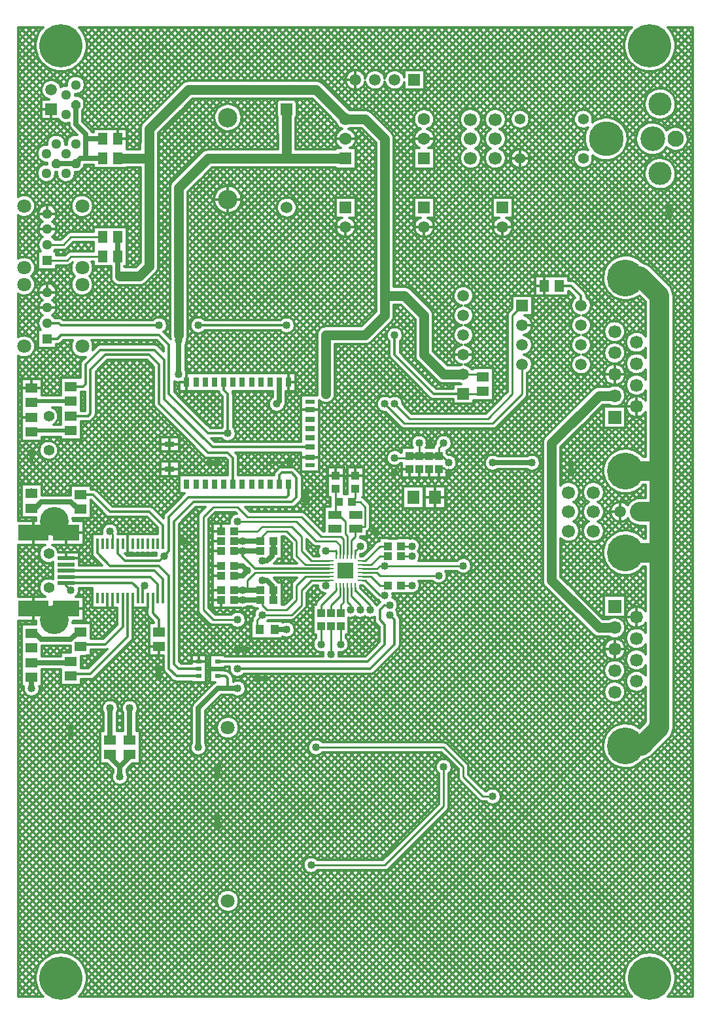
<source format=gbr>
G04 DipTrace 2.1.0.5*
%INBottom.gbr*%
%MOIN*%
%ADD10C,0.0098*%
%ADD11C,0.0055*%
%ADD12C,0.003*%
%ADD13C,0.05*%
%ADD14C,0.025*%
%ADD15C,0.01*%
%ADD16C,0.0125*%
%ADD17C,0.02*%
%ADD18C,0.1*%
%ADD19C,0.0013*%
%ADD20C,0.15*%
%ADD21C,0.0039*%
%ADD22R,0.0591X0.0591*%
%ADD23C,0.0591*%
%ADD24R,0.0433X0.0394*%
%ADD25R,0.0512X0.0591*%
%ADD26R,0.0591X0.0512*%
%ADD27R,0.0394X0.0433*%
%ADD28R,0.063X0.0709*%
%ADD29R,0.0886X0.0197*%
%ADD30R,0.1378X0.0807*%
%ADD31R,0.1535X0.0807*%
%ADD32C,0.0551*%
%ADD33C,0.0984*%
%ADD34R,0.0665X0.0665*%
%ADD35C,0.0665*%
%ADD36C,0.1874*%
%ADD37R,0.0748X0.0394*%
%ADD38R,0.0866X0.0551*%
%ADD39R,0.0354X0.0551*%
%ADD40C,0.0591*%
%ADD41C,0.0512*%
%ADD42R,0.1181X0.0433*%
%ADD43R,0.0787X0.1181*%
%ADD44R,0.0394X0.1181*%
%ADD45C,0.0709*%
%ADD46R,0.063X0.063*%
%ADD47C,0.063*%
%ADD48C,0.0142*%
%ADD49R,0.0315X0.0217*%
%ADD50C,0.06*%
%ADD51C,0.0669*%
%ADD52R,0.0512X0.0512*%
%ADD53C,0.0709*%
%ADD54R,0.0315X0.0512*%
%ADD55R,0.0512X0.0315*%
%ADD56R,0.0512X0.0236*%
%ADD57R,0.0138X0.0571*%
%ADD58C,0.0197*%
%ADD59R,0.0748X0.0098*%
%ADD60R,0.0098X0.0748*%
%ADD61R,0.0315X0.0354*%
%ADD62R,0.0669X0.0598*%
%ADD63C,0.0827*%
%ADD64C,0.1181*%
%ADD65C,0.126*%
%ADD66C,0.1772*%
%ADD67R,0.0394X0.0669*%
%ADD68R,0.0098X0.0472*%
%ADD69R,0.0472X0.0098*%
%ADD70R,0.0787X0.0787*%
%ADD71R,0.1811X0.0197*%
%ADD72R,0.1811X0.0315*%
%ADD73R,0.1535X0.1378*%
%ADD74C,0.1476*%
%ADD75R,0.0669X0.0394*%
%ADD76R,0.0394X0.0472*%
%ADD77C,0.22*%
%ADD78C,0.04*%
%ADD79C,0.0191*%
%ADD80C,0.0394*%
%ADD81C,0.0354*%
%ADD82C,0.0429*%
%ADD83C,0.1283*%
%ADD84C,0.038*%
%ADD85C,0.0315*%
%ADD86C,0.0276*%
%ADD87C,0.063*%
%ADD88C,0.0906*%
%ADD89C,0.1181*%
%ADD90C,0.128*%
%ADD91C,0.13*%
%ADD92C,0.0079*%
%ADD93C,0.0479*%
%ADD94C,0.0321*%
%ADD95C,0.2279*%
%ADD96C,0.2121*%
%ADD97R,0.0472X0.0551*%
%ADD98R,0.0315X0.0394*%
%ADD99R,0.0748X0.0472*%
%ADD100R,0.0591X0.0315*%
%ADD101C,0.1555*%
%ADD102C,0.1398*%
%ADD103R,0.1614X0.1457*%
%ADD104R,0.1457X0.1299*%
%ADD105R,0.189X0.0394*%
%ADD106R,0.1732X0.0236*%
%ADD107R,0.189X0.0276*%
%ADD108R,0.1732X0.0118*%
%ADD109R,0.0866X0.0866*%
%ADD110R,0.0709X0.0709*%
%ADD111R,0.0551X0.0177*%
%ADD112R,0.0394X0.002*%
%ADD113R,0.0177X0.0551*%
%ADD114R,0.002X0.0394*%
%ADD115R,0.0472X0.0748*%
%ADD116R,0.0315X0.0591*%
%ADD117C,0.185*%
%ADD118C,0.1693*%
%ADD119C,0.1339*%
%ADD120C,0.1102*%
%ADD121C,0.0906*%
%ADD122C,0.0748*%
%ADD123R,0.0748X0.0677*%
%ADD124R,0.0591X0.052*%
%ADD125R,0.0236X0.0276*%
%ADD126R,0.0177X0.0827*%
%ADD127R,0.002X0.0669*%
%ADD128R,0.0827X0.0177*%
%ADD129R,0.0669X0.002*%
%ADD130R,0.0217X0.065*%
%ADD131R,0.0059X0.0492*%
%ADD132R,0.0433X0.0157*%
%ADD133R,0.0591X0.0394*%
%ADD134R,0.0433X0.0236*%
%ADD135R,0.0394X0.0591*%
%ADD136R,0.0236X0.0433*%
%ADD137C,0.0787*%
%ADD138R,0.0433X0.0433*%
%ADD139C,0.0748*%
%ADD140C,0.0679*%
%ADD141C,0.0521*%
%ADD142R,0.0394X0.0295*%
%ADD143R,0.0236X0.0138*%
%ADD144R,0.0551X0.0551*%
%ADD145C,0.0787*%
%ADD146R,0.0472X0.126*%
%ADD147R,0.0315X0.1102*%
%ADD148R,0.0866X0.126*%
%ADD149R,0.0709X0.1102*%
%ADD150R,0.126X0.0512*%
%ADD151R,0.1102X0.0354*%
%ADD152C,0.0433*%
%ADD153C,0.0669*%
%ADD154C,0.0512*%
%ADD155R,0.0433X0.063*%
%ADD156R,0.0276X0.0472*%
%ADD157R,0.0945X0.063*%
%ADD158R,0.0787X0.0472*%
%ADD159R,0.0827X0.0472*%
%ADD160R,0.0669X0.0315*%
%ADD161C,0.1953*%
%ADD162C,0.1795*%
%ADD163C,0.0744*%
%ADD164C,0.0587*%
%ADD165R,0.0744X0.0744*%
%ADD166R,0.0587X0.0587*%
%ADD167C,0.1063*%
%ADD168C,0.0472*%
%ADD169R,0.1614X0.0886*%
%ADD170R,0.1457X0.0728*%
%ADD171R,0.1457X0.0886*%
%ADD172R,0.1299X0.0728*%
%ADD173R,0.0965X0.0276*%
%ADD174R,0.0807X0.0118*%
%ADD175R,0.0709X0.0787*%
%ADD176R,0.0551X0.063*%
%ADD177R,0.0472X0.0512*%
%ADD178R,0.0669X0.0591*%
%ADD179R,0.0512X0.0433*%
%ADD180R,0.0591X0.0669*%
%ADD181R,0.0433X0.0512*%
%ADD182R,0.0512X0.0472*%
%ADD183R,0.0354X0.0315*%
%ADD184R,0.0669X0.0669*%
%ADD185C,0.0093*%
%ADD186C,0.0077*%
%ADD187C,0.0154*%
%ADD188C,0.0062*%
%ADD189C,0.0124*%
%FSLAX44Y44*%
%SFA1B1*%
%OFA0B0*%
G04*
G70*
G90*
G75*
G01*
%LNBottom*%
%LPD*%
X19000Y22250D2*
D14*
X18937D1*
D15*
X18750D1*
X18598Y22098D1*
X17846D1*
X5374Y39000D2*
D14*
Y38000D1*
Y37126D1*
X5500Y37000D1*
X5000Y12626D2*
Y12500D1*
X5500Y12000D1*
Y11500D1*
Y12000D2*
X6000Y12500D1*
Y12626D1*
X13626Y31598D2*
Y30626D1*
X13500Y30500D1*
X17000Y45000D2*
D13*
X18000D1*
X19000Y44000D1*
Y36000D1*
Y35000D1*
X18000Y34000D1*
X16000D1*
X20250Y27835D2*
D15*
X20750D1*
X21750D1*
X21915D1*
X22250Y27500D1*
X22000Y28500D2*
X21750Y28250D1*
Y27835D1*
X19500Y27750D2*
X20165D1*
X20250Y27835D1*
X23000Y32000D2*
X23874D1*
X24000Y31874D1*
X16000Y34000D2*
D13*
Y31000D1*
X21750Y27835D2*
D14*
X21250D1*
X20750D1*
X20250D1*
X20750D2*
D15*
Y28500D1*
X17000Y45000D2*
D13*
X15500Y46500D1*
X9000D1*
X7000Y44500D1*
Y43000D1*
Y37500D1*
X6500Y37000D1*
X5500D1*
X5374Y43000D2*
X7000D1*
X13394Y19000D2*
D14*
X14000D1*
X1000Y16567D2*
Y16000D1*
Y26000D2*
Y25933D1*
Y18067D2*
D3*
X9500Y13000D2*
Y15000D1*
X10500Y16000D1*
X11000D1*
X11500D1*
X10472Y16626D2*
D16*
X10874D1*
X11000Y16500D1*
Y16000D1*
X5126Y23388D2*
D15*
Y23874D1*
X5000Y24000D1*
X23000Y32000D2*
D13*
X22000D1*
X21000Y33000D1*
Y35000D1*
X20000Y36000D1*
X19000D1*
Y22250D2*
D15*
X23000D1*
X8500Y32000D2*
D14*
Y33750D1*
Y34000D1*
D13*
Y41500D1*
X10000Y43000D1*
X16000D1*
X17000D1*
X14000D2*
Y45500D1*
X26500Y27500D2*
D14*
X24951D1*
X24500D1*
D15*
X24951D1*
X19000Y30500D2*
X20000Y29500D1*
X24500D1*
X26000Y31000D1*
Y32500D1*
X19500Y30500D2*
X20250Y29750D1*
X24250D1*
X25500Y31000D1*
Y35000D1*
X26000Y35500D1*
X30711Y19091D2*
D13*
X29909D1*
X27500Y21500D1*
Y28500D1*
X29909Y30909D1*
X30711D1*
X7685Y23388D2*
D16*
Y24315D1*
X7000Y25000D1*
X5000D1*
X4500Y25500D1*
X4126Y25874D1*
X3500D1*
X5894Y20612D2*
Y18644D1*
X4000Y16750D1*
X3124D1*
X3000Y16626D1*
X9528D2*
X8374D1*
X8000Y17000D1*
Y21750D1*
X7500Y22250D1*
X5000D1*
X4358Y22892D1*
Y23388D1*
X5638Y20612D2*
Y19138D1*
X4750Y18250D1*
X3624D1*
X3500Y18126D1*
X8750Y23500D2*
D15*
X9000D1*
X18500Y24000D2*
X18750Y24250D1*
X28500Y27000D2*
D14*
Y27500D1*
X3000Y14000D2*
Y13500D1*
X7500Y17000D2*
Y16500D1*
X22250Y27000D2*
D15*
X22000Y27250D1*
X21835D1*
X21750Y27165D1*
X21250Y28500D2*
Y28750D1*
X19500Y27000D2*
Y26750D1*
X10500Y9000D2*
D14*
Y9500D1*
Y12000D2*
Y11500D1*
X1000Y28000D2*
D17*
Y27500D1*
X11500Y18000D2*
D14*
X12000D1*
X12500Y16500D2*
X13000D1*
X15000Y25500D2*
Y26000D1*
X33500Y40500D2*
Y40000D1*
X14165Y27500D2*
D16*
X13000D1*
X10500D2*
D14*
X10000D1*
X3500Y25126D2*
X3374D1*
X3000Y25500D1*
X1500D1*
X1185Y25185D1*
X1000D1*
X4626Y44000D2*
X3750D1*
Y44250D1*
X3250Y44750D1*
Y45750D1*
Y42750D2*
X2250D1*
X3250D2*
X3500Y43000D1*
X3750D1*
X4626D1*
X3750Y44000D2*
Y43000D1*
X3000Y30626D2*
D17*
X1059D1*
X1000Y30567D1*
X3000Y29126D2*
X1059D1*
X1000Y29067D1*
X2750Y21370D2*
D15*
X2630D1*
X2750D2*
X3380D1*
X3000D2*
D16*
X6130D1*
X6406Y21094D1*
Y20612D1*
X2750Y21370D2*
Y21250D1*
X3000Y21000D1*
X7429Y20612D2*
Y21321D1*
X7065Y21685D1*
X2750D1*
X7685Y20612D2*
Y21565D1*
X7250Y22000D1*
X2750D1*
X7173Y20612D2*
Y19827D1*
X7500Y19500D1*
Y18874D1*
X1000Y17315D2*
D14*
X2941D1*
X3000Y17374D1*
X3500Y18874D2*
X3374D1*
X3000Y18500D1*
X1500D1*
X1185Y18815D1*
X1000D1*
X29000Y35500D2*
D16*
Y36000D1*
X28500Y36500D1*
X27874D1*
X16154Y22492D2*
D15*
X15258D1*
X14750Y23000D1*
Y23750D1*
X14250Y24250D1*
X12750D1*
X12500Y24000D1*
X11335D1*
X16705Y21154D2*
Y20705D1*
X16250Y20250D1*
Y19835D1*
X16902Y21154D2*
Y20402D1*
X16750Y20250D1*
Y19835D1*
X16508Y21154D2*
Y21008D1*
X15750Y20250D1*
Y19835D1*
X17846Y22492D2*
X17992D1*
X18750Y23250D1*
X19165D1*
X17846Y22295D2*
X18295D1*
X18750Y22750D1*
X19165D1*
X17846Y21705D2*
X18295D1*
X18750Y21250D1*
X19165D1*
X19835D2*
D3*
X20375D2*
X19835D1*
X16902Y22846D2*
Y23598D1*
X16750Y23750D1*
X15750D1*
X14750Y24750D1*
X12000D1*
X11500Y25250D1*
X10250D1*
X9750Y24750D1*
Y20000D1*
X10250Y19500D1*
X10765D1*
X11500D1*
X16705Y22846D2*
Y23295D1*
X16500Y23500D1*
X15500D1*
X14500Y24500D1*
X11711D1*
X11500D1*
X18250Y20000D2*
Y20250D1*
X17492Y21008D1*
Y21154D1*
X19000Y20750D2*
X18750D1*
X17992Y21508D1*
X17846D1*
X17098Y21154D2*
Y20402D1*
X17250Y20250D1*
Y20000D1*
X17295Y22846D2*
Y23545D1*
X17500Y23750D1*
Y24114D1*
X17531Y24146D1*
X17500Y26165D2*
Y25665D1*
X17335Y25500D1*
X17750D1*
X18000Y25250D1*
Y24250D1*
X17636D1*
X17531Y24146D1*
X17098Y22846D2*
Y23777D1*
X17000Y23875D1*
Y24500D1*
X16750Y24750D1*
X16573D1*
X16469Y24854D1*
X16500Y26165D2*
Y24886D1*
X16469Y24854D1*
X17750Y20000D2*
Y20250D1*
X17295Y20705D1*
Y21154D1*
X20375Y22750D2*
X19835D1*
X20375Y23250D2*
X19835D1*
X21750Y21750D2*
X18750D1*
X18598Y21902D1*
X17846D1*
X12665Y23000D2*
D14*
X11750D1*
X11915D1*
X11335D1*
X16154Y22098D2*
D16*
X12402D1*
X11750Y22750D1*
Y23000D1*
X12665Y23500D2*
D14*
X11762D1*
X11335D1*
X16154Y22295D2*
D15*
X14955D1*
X14500Y22750D1*
Y23500D1*
X14000Y24000D1*
X13000D1*
X12750Y23750D1*
Y23585D1*
X12665Y23500D1*
X11750D2*
X11762D1*
X16250Y17750D2*
Y19165D1*
X15750Y18250D2*
Y19165D1*
X16750Y18250D2*
Y19165D1*
X11335Y20500D2*
D14*
X11771D1*
X12665D1*
X16154Y21705D2*
D15*
X14955D1*
X14500Y21250D1*
Y20500D1*
X14000Y20000D1*
X13000D1*
X12750Y20250D1*
Y20415D1*
X12665Y20500D1*
X11750D2*
X11771D1*
X11335Y21000D2*
D14*
X11750D1*
X12500D1*
X12665D1*
X16154Y21902D2*
D15*
X12402D1*
X12000Y21500D1*
Y21000D1*
X12500D1*
X13335D2*
D14*
X13250D1*
Y21250D1*
X13000Y21500D1*
X12750D1*
Y22500D2*
X13000D1*
X13250Y22750D1*
Y23000D1*
X13335D1*
X16154Y21508D2*
D15*
X16000D1*
Y21250D1*
Y21508D2*
X15258D1*
X14750Y21000D1*
Y20250D1*
X14250Y19750D1*
X12750D1*
X12500Y19500D1*
Y19106D1*
X12606Y19000D1*
X12000Y22000D2*
D14*
X11750Y22250D1*
X11335D1*
X12000Y22000D2*
X11750Y21750D1*
X11335D1*
X16508Y22846D2*
D15*
Y22992D1*
X16500Y23000D1*
X16000D1*
X13335Y20500D2*
D14*
Y21000D1*
Y23500D2*
Y23000D1*
X17492Y22846D2*
D15*
Y22992D1*
X17750Y23250D1*
X3000Y29874D2*
D16*
X3874D1*
X4000Y30000D1*
Y32250D1*
X4750Y33000D1*
X7000D1*
X7500Y32500D1*
Y30500D1*
X10000Y28000D1*
X11000D1*
X11250Y27750D1*
Y26415D1*
X11264Y26402D1*
X13626D2*
Y26876D1*
X13750Y27000D1*
X14250D1*
X14500Y26750D1*
Y25750D1*
X14250Y25500D1*
X9250D1*
X8250Y24500D1*
Y17250D1*
X8500Y17000D1*
X9528D1*
X15201Y28291D2*
X10209D1*
X7750Y30750D1*
Y32750D1*
X7250Y33250D1*
X4500D1*
X3750Y32500D1*
Y31500D1*
X3624Y31374D1*
X3000D1*
X23000Y31000D2*
D15*
X23103D1*
X23874D1*
X24000Y31126D1*
X1800Y34606D2*
D16*
X2394D1*
X2500Y34500D1*
X7500D1*
X9500D2*
X14000D1*
X19500Y34000D2*
Y33000D1*
X21500Y31000D1*
X23103D1*
X10791Y31598D2*
Y31209D1*
X11000Y31000D1*
Y29000D1*
X6662Y20612D2*
Y21162D1*
X6750Y21250D1*
X1800Y33819D2*
X2319D1*
X2500Y34000D1*
X7500D1*
X8000Y33500D1*
Y31000D1*
X10000Y29000D1*
X11000D1*
X6000Y13374D2*
D14*
Y15000D1*
X15250Y7000D2*
D15*
X19000D1*
X22000Y10000D1*
Y12000D1*
X24500Y10500D2*
X24000D1*
X23000Y11500D1*
Y12000D1*
X22000Y13000D1*
X20500D1*
X15500D1*
X5000Y13374D2*
D14*
Y15000D1*
X31270Y13081D2*
D18*
X32081D1*
X33000Y14000D1*
Y22919D1*
Y25000D1*
Y27081D1*
Y36000D1*
X32000Y37000D1*
X31350D1*
X31270Y36919D1*
Y22919D2*
X33000D1*
X31270Y27081D2*
X33000D1*
X32000Y25000D2*
X33000D1*
X1800Y37819D2*
D15*
X2819D1*
X3000Y38000D1*
X4626D1*
X1800Y38606D2*
X2606D1*
X3000Y39000D1*
X4626D1*
X10472Y17374D2*
D16*
X18124D1*
X19000Y18250D1*
Y19000D1*
D15*
Y19250D1*
X19250Y20250D2*
X19000D1*
D16*
X18750Y20000D1*
Y19500D1*
X19000Y19250D1*
Y19000D1*
X7505Y22500D2*
X5750D1*
X5382Y22868D1*
Y23388D1*
X14098Y26402D2*
Y25848D1*
X14000Y25750D1*
X9000D1*
X8000Y24750D1*
Y22995D1*
X7755Y22750D1*
X7505Y22500D1*
X11500Y17000D2*
X18250D1*
X19500Y18250D1*
Y19500D1*
X19250Y19750D1*
X20500Y25750D2*
D15*
X20449D1*
D78*
X19000Y22250D3*
X5500Y37000D3*
Y11500D3*
X13500Y30500D3*
X16000Y34000D3*
X22250Y27500D3*
X22000Y28500D3*
X19500Y27750D3*
X16000Y31000D3*
X20750Y28500D3*
X14000Y19000D3*
X1000Y16000D3*
Y26000D3*
Y18067D3*
X9500Y13000D3*
X11500Y16000D3*
X5000Y24000D3*
X23000Y22250D3*
X19000D3*
X8500Y32000D3*
Y33750D3*
X26500Y27500D3*
X24500D3*
X19000Y30500D3*
X19500D3*
X8750Y23500D3*
X18500Y24000D3*
X28500Y27000D3*
X3000Y14000D3*
X7500Y17000D3*
X22250Y27000D3*
X21250Y28500D3*
X19500Y27000D3*
X10500Y9000D3*
Y12000D3*
X1000Y28000D3*
X11500Y18000D3*
X12500Y16500D3*
X15000Y25500D3*
X33500Y40500D3*
X14165Y27500D3*
X10500D3*
X3000Y21000D3*
X20375Y21250D3*
X11500Y19500D3*
Y24500D3*
X18250Y20000D3*
X19000Y20750D3*
X17250Y20000D3*
X17750D3*
X20375Y22750D3*
Y23250D3*
X21750Y21750D3*
X11750Y23000D3*
Y23500D3*
X16250Y17750D3*
X15750Y18250D3*
X16750D3*
X11750Y20500D3*
Y21000D3*
X12750Y21500D3*
Y22500D3*
X12000Y22000D3*
X12750Y19750D3*
Y21500D3*
X12000Y22000D3*
X16000Y23000D3*
Y21250D3*
X17750Y23250D3*
X7500Y34500D3*
X9500D3*
X14000D3*
X19500Y34000D3*
X11000Y29000D3*
X6750Y21250D3*
X11000Y29000D3*
X6000Y15000D3*
X15250Y7000D3*
X22000Y12000D3*
X24500Y10500D3*
X15500Y13000D3*
X5000Y15000D3*
X19250Y20250D3*
X11500Y17000D3*
X19250Y19750D3*
X7755Y22750D3*
X20500Y25750D3*
X657Y49679D2*
D16*
X321Y49343D1*
X1011Y49679D2*
X321Y48989D1*
X1364Y49679D2*
X321Y48635D1*
X1277Y49237D2*
X321Y48282D1*
X1180Y48787D2*
X321Y47929D1*
X1209Y48463D2*
X321Y47574D1*
X1297Y48197D2*
X321Y47221D1*
X1427Y47974D2*
X321Y46868D1*
X1592Y47785D2*
X321Y46514D1*
X3839Y49679D2*
X3619Y49458D1*
X1792Y47631D2*
X321Y46160D1*
X4193Y49679D2*
X3736Y49222D1*
X2028Y47514D2*
X321Y45807D1*
X4546Y49679D2*
X3808Y48940D1*
X2310Y47442D2*
X1862Y46994D1*
X1504Y46637D2*
X321Y45454D1*
X4900Y49679D2*
X3811Y48589D1*
X2660Y47439D2*
X2200Y46979D1*
X1521Y46300D2*
X321Y45100D1*
X5253Y49679D2*
X3591Y48016D1*
X3234Y47659D2*
X2403Y46829D1*
X1672Y46097D2*
X1591Y46016D1*
X1484Y45909D2*
X321Y44746D1*
X5607Y49679D2*
X3141Y47212D1*
X2788Y46859D2*
X2639Y46711D1*
X1484Y45555D2*
X321Y44393D1*
X5961Y49679D2*
X3463Y47181D1*
X1484Y45202D2*
X321Y44039D1*
X6314Y49679D2*
X3650Y47015D1*
X1619Y44984D2*
X321Y43686D1*
X6668Y49679D2*
X3726Y46737D1*
X3263Y46274D2*
X3228Y46239D1*
X1973Y44984D2*
X321Y43332D1*
X7021Y49679D2*
X3497Y46155D1*
X2326Y44984D2*
X321Y42978D1*
X7375Y49679D2*
X3671Y45975D1*
X2524Y44828D2*
X321Y42625D1*
X7728Y49679D2*
X3707Y45657D1*
X2832Y44782D2*
X2276Y44227D1*
X1274Y43224D2*
X321Y42271D1*
X8082Y49679D2*
X3597Y45193D1*
X2959Y44556D2*
X2539Y44135D1*
X1365Y42962D2*
X321Y41917D1*
X8435Y49679D2*
X3626Y44869D1*
X3131Y44375D2*
X2692Y43935D1*
X1564Y42807D2*
X321Y41564D1*
X8789Y49679D2*
X3802Y44692D1*
X1278Y42168D2*
X321Y41210D1*
X9142Y49679D2*
X3979Y44515D1*
X1393Y41929D2*
X613Y41150D1*
X9496Y49679D2*
X4334Y44517D1*
X1609Y41792D2*
X899Y41082D1*
X9850Y49679D2*
X4688Y44517D1*
X2289Y42118D2*
X1087Y40916D1*
X10203Y49679D2*
X5041Y44517D1*
X2423Y41898D2*
X1189Y40665D1*
X529Y40005D2*
X321Y39796D1*
X10557Y49679D2*
X5395Y44517D1*
X2659Y41781D2*
X321Y39443D1*
X10910Y49679D2*
X5748Y44517D1*
X3885Y42654D2*
X1884Y40652D1*
X1329Y40098D2*
X321Y39089D1*
X11264Y49679D2*
X5850Y44265D1*
X4149Y42564D2*
X2123Y40538D1*
X1444Y39859D2*
X321Y38735D1*
X11617Y49679D2*
X8896Y46957D1*
X6543Y44604D2*
X5850Y43912D1*
X4423Y42484D2*
X2258Y40320D1*
X1322Y39383D2*
X321Y38382D1*
X11971Y49679D2*
X9263Y46971D1*
X6529Y44237D2*
X5850Y43558D1*
X4776Y42484D2*
X3420Y41128D1*
X3020Y40727D2*
X2077Y39785D1*
X1408Y39116D2*
X321Y38028D1*
X12324Y49679D2*
X9617Y46971D1*
X6529Y43883D2*
X6117Y43471D1*
X5130Y42484D2*
X3765Y41119D1*
X3026Y40381D2*
X2238Y39592D1*
X1332Y38686D2*
X647Y38001D1*
X12678Y49679D2*
X9970Y46971D1*
X6529Y43529D2*
X6471Y43471D1*
X5483Y42484D2*
X3982Y40982D1*
X3163Y40164D2*
X2253Y39253D1*
X1377Y38378D2*
X919Y37919D1*
X13032Y49679D2*
X10324Y46971D1*
X9382Y46029D2*
X7472Y44119D1*
X5881Y42528D2*
X4117Y40764D1*
X3381Y40028D2*
X2231Y38878D1*
X1322Y37969D2*
X1100Y37747D1*
X13385Y49679D2*
X10677Y46971D1*
X9736Y46029D2*
X7472Y43765D1*
X6235Y42528D2*
X4121Y40415D1*
X3731Y40024D2*
X2975Y39269D1*
X1322Y37616D2*
X1192Y37486D1*
X13739Y49679D2*
X11031Y46971D1*
X10089Y46029D2*
X7472Y43412D1*
X6529Y42469D2*
X3331Y39271D1*
X2395Y38335D2*
X2278Y38218D1*
X1402Y37342D2*
X1036Y36976D1*
X14092Y49679D2*
X11384Y46971D1*
X10443Y46029D2*
X7472Y43058D1*
X6529Y42115D2*
X3685Y39271D1*
X3142Y38729D2*
X2504Y38091D1*
X1756Y37342D2*
X1169Y36755D1*
X440Y36026D2*
X321Y35907D1*
X14446Y49679D2*
X11738Y46971D1*
X10796Y46029D2*
X7472Y42705D1*
X6529Y41762D2*
X4283Y39516D1*
X4149Y39382D2*
X4038Y39271D1*
X3496Y38729D2*
X3039Y38271D1*
X2315Y37548D2*
X2277Y37510D1*
X2109Y37342D2*
X1162Y36395D1*
X799Y36032D2*
X321Y35554D1*
X14799Y49679D2*
X12091Y46971D1*
X11150Y46029D2*
X10915Y45794D1*
X10294Y45173D2*
X7472Y42351D1*
X6529Y41408D2*
X4636Y39516D1*
X3850Y38729D2*
X3392Y38271D1*
X2669Y37548D2*
X1778Y36657D1*
X1324Y36203D2*
X321Y35200D1*
X15153Y49679D2*
X12445Y46971D1*
X11503Y46029D2*
X11237Y45762D1*
X10324Y44850D2*
X7472Y41998D1*
X6529Y41055D2*
X4990Y39516D1*
X4149Y38675D2*
X3746Y38271D1*
X3008Y37534D2*
X2059Y36585D1*
X1395Y35921D2*
X321Y34846D1*
X15506Y49679D2*
X12799Y46971D1*
X11857Y46029D2*
X11462Y45634D1*
X10452Y44625D2*
X7472Y41644D1*
X6529Y40701D2*
X5344Y39516D1*
X4149Y38321D2*
X4099Y38271D1*
X3036Y37208D2*
X2228Y36400D1*
X1340Y35512D2*
X321Y34493D1*
X15860Y49679D2*
X13152Y46971D1*
X12211Y46029D2*
X11622Y45441D1*
X10646Y44464D2*
X7472Y41290D1*
X6529Y40347D2*
X5697Y39516D1*
X3180Y36998D2*
X2265Y36084D1*
X1368Y35186D2*
X321Y34139D1*
X16214Y49679D2*
X13506Y46971D1*
X12564Y46029D2*
X11709Y45174D1*
X10912Y44377D2*
X10006Y43471D1*
X8029Y41494D2*
X7472Y40937D1*
X6529Y39994D2*
X5850Y39316D1*
X3004Y36469D2*
X2198Y35663D1*
X1429Y34894D2*
X526Y33992D1*
X16567Y49679D2*
X13859Y46971D1*
X12918Y46029D2*
X11598Y44710D1*
X11376Y44488D2*
X10360Y43471D1*
X8029Y41140D2*
X7472Y40583D1*
X6529Y39640D2*
X5850Y38962D1*
X4372Y37483D2*
X4103Y37215D1*
X3112Y36224D2*
X2276Y35388D1*
X1344Y34456D2*
X845Y33957D1*
X16921Y49679D2*
X14213Y46971D1*
X13271Y46029D2*
X10713Y43471D1*
X8029Y40787D2*
X7472Y40230D1*
X6529Y39287D2*
X5850Y38608D1*
X4725Y37483D2*
X4084Y36842D1*
X3304Y36062D2*
X2163Y34921D1*
X1322Y34080D2*
X1051Y33809D1*
X17274Y49679D2*
X14566Y46971D1*
X13625Y46029D2*
X11067Y43471D1*
X8029Y40433D2*
X7472Y39876D1*
X6529Y38933D2*
X5850Y38255D1*
X5028Y37432D2*
X4146Y36551D1*
X3595Y36000D2*
X2475Y34880D1*
X1322Y33727D2*
X1176Y33580D1*
X465Y32869D2*
X321Y32725D1*
X17628Y49679D2*
X14920Y46971D1*
X13478Y45529D2*
X11420Y43471D1*
X10477Y42528D2*
X8972Y41023D1*
X8029Y40080D2*
X7472Y39523D1*
X6529Y38580D2*
X5850Y37901D1*
X5030Y37081D2*
X2733Y34784D1*
X1322Y33373D2*
X1140Y33191D1*
X854Y32905D2*
X321Y32372D1*
X17981Y49679D2*
X15273Y46971D1*
X13480Y45177D2*
X11774Y43471D1*
X10831Y42528D2*
X8972Y40669D1*
X8029Y39726D2*
X7472Y39169D1*
X6529Y38226D2*
X5850Y37548D1*
X5081Y36779D2*
X3087Y34784D1*
X1644Y33341D2*
X321Y32018D1*
X18335Y49679D2*
X15615Y46958D1*
X14685Y46029D2*
X14515Y45859D1*
X13529Y44873D2*
X12127Y43471D1*
X11184Y42528D2*
X8972Y40315D1*
X8029Y39372D2*
X7472Y38816D1*
X6529Y37873D2*
X6128Y37472D1*
X5251Y36595D2*
X3440Y34784D1*
X1998Y33341D2*
X321Y31664D1*
X18688Y49679D2*
X15841Y46831D1*
X15039Y46029D2*
X14521Y45511D1*
X13529Y44520D2*
X12481Y43471D1*
X11538Y42528D2*
X8972Y39962D1*
X8029Y39019D2*
X7472Y38462D1*
X5539Y36529D2*
X3794Y34784D1*
X2727Y33717D2*
X803Y31793D1*
X484Y31474D2*
X321Y31311D1*
X19042Y49679D2*
X16018Y46655D1*
X15346Y45982D2*
X14513Y45149D1*
X13529Y44166D2*
X12835Y43471D1*
X11892Y42528D2*
X10989Y41626D1*
X10287Y40923D2*
X8972Y39608D1*
X8029Y38665D2*
X7472Y38108D1*
X5892Y36529D2*
X4148Y34784D1*
X3080Y33717D2*
X1156Y31793D1*
X484Y31121D2*
X321Y30957D1*
X19396Y49679D2*
X16195Y46478D1*
X15522Y45805D2*
X14471Y44754D1*
X13529Y43813D2*
X13188Y43471D1*
X12245Y42528D2*
X11286Y41569D1*
X10343Y40626D2*
X8972Y39255D1*
X8029Y38312D2*
X7472Y37755D1*
X6246Y36529D2*
X4501Y34784D1*
X3010Y33293D2*
X1510Y31793D1*
X484Y30767D2*
X321Y30604D1*
X19749Y49679D2*
X17581Y47511D1*
X16989Y46919D2*
X16371Y46301D1*
X15699Y45629D2*
X14471Y44401D1*
X12599Y42528D2*
X11499Y41429D1*
X10486Y40415D2*
X8972Y38901D1*
X8029Y37958D2*
X7454Y37383D1*
X6617Y36547D2*
X4855Y34784D1*
X3126Y33055D2*
X1517Y31446D1*
X484Y30413D2*
X321Y30250D1*
X20103Y49679D2*
X17828Y47404D1*
X17097Y46673D2*
X16548Y46124D1*
X15876Y45452D2*
X14471Y44047D1*
X12952Y42528D2*
X11647Y41223D1*
X10691Y40267D2*
X8972Y38548D1*
X8029Y37605D2*
X5208Y34784D1*
X4141Y33717D2*
X4094Y33670D1*
X3326Y32902D2*
X1517Y31093D1*
X484Y30060D2*
X321Y29897D1*
X20456Y49679D2*
X17979Y47201D1*
X17298Y46521D2*
X16725Y45947D1*
X16053Y45275D2*
X14471Y43694D1*
X13306Y42528D2*
X11713Y40936D1*
X10977Y40200D2*
X8972Y38194D1*
X8029Y37251D2*
X5562Y34784D1*
X4495Y33717D2*
X4143Y33366D1*
X3631Y32854D2*
X2628Y31851D1*
X2484Y31706D2*
X1725Y30948D1*
X484Y29706D2*
X321Y29543D1*
X20810Y49679D2*
X18632Y47501D1*
X17635Y46504D2*
X16902Y45771D1*
X16229Y45098D2*
X14602Y43471D1*
X13659Y42528D2*
X8972Y37841D1*
X8029Y36898D2*
X5915Y34784D1*
X4848Y33717D2*
X4665Y33534D1*
X3466Y32335D2*
X2982Y31851D1*
X2484Y31353D2*
X2079Y30948D1*
X484Y29353D2*
X321Y29190D1*
X21163Y49679D2*
X18860Y47375D1*
X18124Y46640D2*
X17079Y45594D1*
X16406Y44922D2*
X14956Y43471D1*
X14013Y42528D2*
X8972Y37487D1*
X8029Y36544D2*
X6269Y34784D1*
X5202Y33717D2*
X5019Y33534D1*
X3466Y31981D2*
X3336Y31851D1*
X2484Y30999D2*
X2432Y30948D1*
X484Y28999D2*
X321Y28836D1*
X21517Y49679D2*
X19317Y47479D1*
X18344Y46506D2*
X17309Y45471D1*
X16546Y44708D2*
X15309Y43471D1*
X14366Y42528D2*
X8972Y37133D1*
X8029Y36190D2*
X6622Y34784D1*
X5555Y33717D2*
X5373Y33534D1*
X484Y28646D2*
X321Y28482D1*
X21870Y49679D2*
X19679Y47487D1*
X19012Y46821D2*
X18951Y46759D1*
X18742Y46550D2*
X17663Y45471D1*
X16727Y44535D2*
X15663Y43471D1*
X14720Y42528D2*
X8972Y36780D1*
X8029Y35837D2*
X6976Y34784D1*
X5909Y33717D2*
X5726Y33534D1*
X4907Y32716D2*
X4284Y32093D1*
X2484Y30292D2*
X2308Y30116D1*
X782Y28590D2*
X321Y28129D1*
X22224Y49679D2*
X20062Y47516D1*
X19983Y47437D2*
X19890Y47345D1*
X19156Y46611D2*
X18016Y45471D1*
X16468Y43923D2*
X16016Y43471D1*
X15073Y42528D2*
X8972Y36426D1*
X8029Y35483D2*
X7464Y34918D1*
X6262Y33717D2*
X6080Y33534D1*
X5261Y32716D2*
X4284Y31739D1*
X3637Y31092D2*
X3516Y30971D1*
X2484Y29938D2*
X2369Y29823D1*
X1136Y28590D2*
X321Y27775D1*
X22578Y49679D2*
X20415Y47516D1*
X19392Y46493D2*
X18281Y45383D1*
X17428Y44529D2*
X17327Y44428D1*
X16571Y43672D2*
X16370Y43471D1*
X15427Y42528D2*
X13910Y41011D1*
X13488Y40589D2*
X8972Y36073D1*
X8029Y35130D2*
X7745Y34846D1*
X6616Y33717D2*
X6433Y33534D1*
X5615Y32716D2*
X4284Y31385D1*
X3717Y30818D2*
X3516Y30618D1*
X2484Y29585D2*
X2347Y29448D1*
X1703Y28805D2*
X1517Y28618D1*
X1490Y28591D2*
X321Y27422D1*
X22931Y49679D2*
X20769Y47516D1*
X19983Y46731D2*
X18462Y45210D1*
X17782Y44529D2*
X17486Y44234D1*
X15781Y42528D2*
X14225Y40973D1*
X13527Y40274D2*
X8972Y35719D1*
X8029Y34776D2*
X7899Y34646D1*
X6969Y33717D2*
X6787Y33534D1*
X5968Y32716D2*
X4284Y31032D1*
X3717Y30465D2*
X3516Y30264D1*
X2057Y28805D2*
X1883Y28630D1*
X1377Y28125D2*
X321Y27068D1*
X23285Y49679D2*
X21016Y47410D1*
X20090Y46484D2*
X18639Y45033D1*
X17967Y44361D2*
X17529Y43923D1*
X16134Y42528D2*
X14420Y40814D1*
X13686Y40080D2*
X8972Y35366D1*
X8029Y34423D2*
X7756Y34150D1*
X7323Y33717D2*
X7140Y33534D1*
X6322Y32716D2*
X4284Y30678D1*
X2410Y28805D2*
X2155Y28549D1*
X1460Y27854D2*
X321Y26715D1*
X23638Y49679D2*
X21016Y47056D1*
X20443Y46484D2*
X18816Y44856D1*
X18144Y44184D2*
X17496Y43536D1*
X16464Y42505D2*
X14519Y40560D1*
X13941Y39981D2*
X8972Y35012D1*
X8029Y34069D2*
X7933Y33974D1*
X7526Y33566D2*
X7432Y33472D1*
X6675Y32716D2*
X4284Y30325D1*
X3550Y29590D2*
X3516Y29557D1*
X2608Y28648D2*
X2320Y28361D1*
X1648Y27689D2*
X321Y26361D1*
X23992Y49679D2*
X21016Y46703D1*
X20797Y46484D2*
X18993Y44680D1*
X18320Y44007D2*
X17536Y43223D1*
X16776Y42463D2*
X8972Y34659D1*
X7703Y33390D2*
X7610Y33297D1*
X6953Y32640D2*
X4280Y29967D1*
X3906Y29593D2*
X3516Y29203D1*
X2962Y28648D2*
X2363Y28050D1*
X1959Y27646D2*
X723Y26409D1*
X484Y26171D2*
X321Y26008D1*
X24345Y49679D2*
X19169Y44503D1*
X18497Y43831D2*
X17536Y42869D1*
X17130Y42463D2*
X9582Y34915D1*
X9085Y34419D2*
X8972Y34305D1*
X7130Y32463D2*
X3516Y28850D1*
X3315Y28648D2*
X1082Y26415D1*
X484Y25817D2*
X321Y25654D1*
X24699Y49679D2*
X19346Y44326D1*
X18529Y43509D2*
X17536Y42515D1*
X17483Y42463D2*
X9810Y34790D1*
X9209Y34189D2*
X8968Y33947D1*
X7217Y32196D2*
X1430Y26409D1*
X484Y25464D2*
X321Y25300D1*
X25052Y49679D2*
X20899Y45525D1*
X20476Y45102D2*
X19464Y44090D1*
X18529Y43155D2*
X10158Y34784D1*
X9454Y34080D2*
X8846Y33472D1*
X7217Y31843D2*
X1517Y26143D1*
X484Y25110D2*
X321Y24947D1*
X25406Y49679D2*
X21219Y45492D1*
X20508Y44781D2*
X19471Y43743D1*
X18529Y42802D2*
X16736Y41009D1*
X16484Y40756D2*
X10512Y34784D1*
X9944Y34217D2*
X8846Y33119D1*
X7217Y31489D2*
X1573Y25846D1*
X484Y24757D2*
X321Y24593D1*
X25760Y49679D2*
X21421Y45340D1*
X20661Y44580D2*
X19471Y43390D1*
X18529Y42448D2*
X17090Y41009D1*
X16484Y40403D2*
X10865Y34784D1*
X10298Y34217D2*
X8846Y32765D1*
X7217Y31136D2*
X1927Y25846D1*
X788Y24707D2*
X645Y24564D1*
X26113Y49679D2*
X21530Y45095D1*
X20465Y44031D2*
X19471Y43036D1*
X18529Y42095D2*
X17443Y41009D1*
X16484Y40049D2*
X11219Y34784D1*
X10651Y34217D2*
X8846Y32412D1*
X7217Y30782D2*
X2280Y25846D1*
X1141Y24707D2*
X999Y24564D1*
X26467Y49679D2*
X21260Y44472D1*
X20527Y43739D2*
X19471Y42683D1*
X18529Y41741D2*
X17516Y40728D1*
X16764Y39976D2*
X16726Y39938D1*
X16569Y39781D2*
X11572Y34784D1*
X11005Y34217D2*
X8907Y32119D1*
X8382Y31594D2*
X8284Y31496D1*
X7222Y30434D2*
X3139Y26351D1*
X2984Y26196D2*
X2634Y25846D1*
X26820Y49679D2*
X21445Y44304D1*
X20464Y43322D2*
X19471Y42329D1*
X18529Y41387D2*
X17516Y40375D1*
X16503Y39361D2*
X11926Y34784D1*
X11358Y34217D2*
X9217Y32076D1*
X8523Y31382D2*
X8284Y31142D1*
X7367Y30226D2*
X3493Y26351D1*
X456Y23315D2*
X321Y23179D1*
X27174Y49679D2*
X21535Y44040D1*
X20464Y42969D2*
X19471Y41975D1*
X18529Y41034D2*
X17516Y40021D1*
X17471Y39976D2*
X17370Y39875D1*
X16634Y39139D2*
X12279Y34784D1*
X11712Y34217D2*
X9571Y32076D1*
X8617Y31122D2*
X8451Y30956D1*
X7544Y30049D2*
X3847Y26351D1*
X810Y23315D2*
X321Y22826D1*
X27527Y49679D2*
X23389Y45540D1*
X22814Y44966D2*
X21385Y43536D1*
X20464Y42615D2*
X19471Y41622D1*
X18529Y40680D2*
X17498Y39650D1*
X16858Y39009D2*
X12633Y34784D1*
X12066Y34217D2*
X9925Y32076D1*
X8971Y31122D2*
X8628Y30779D1*
X7721Y29872D2*
X4016Y26168D1*
X1163Y23315D2*
X321Y22472D1*
X27881Y49679D2*
X23663Y45461D1*
X22893Y44691D2*
X21537Y43334D1*
X20665Y42463D2*
X19471Y41268D1*
X18529Y40327D2*
X17417Y39215D1*
X17293Y39091D2*
X12986Y34784D1*
X12419Y34217D2*
X10278Y32076D1*
X9324Y31122D2*
X8805Y30602D1*
X7897Y29695D2*
X4302Y26100D1*
X1517Y23315D2*
X321Y22118D1*
X28234Y49679D2*
X23842Y45286D1*
X23068Y44513D2*
X21537Y42981D1*
X21019Y42463D2*
X19471Y40915D1*
X18529Y39973D2*
X13340Y34784D1*
X12773Y34217D2*
X10632Y32076D1*
X9678Y31122D2*
X8981Y30426D1*
X8074Y29519D2*
X4480Y25925D1*
X4075Y25519D2*
X4016Y25461D1*
X3205Y24649D2*
X3120Y24564D1*
X1379Y22823D2*
X321Y21765D1*
X28588Y49679D2*
X24389Y45479D1*
X24135Y45225D2*
X23926Y45017D1*
X22820Y43911D2*
X21537Y42627D1*
X21373Y42463D2*
X19471Y40561D1*
X18529Y39620D2*
X13694Y34784D1*
X13126Y34217D2*
X10985Y32076D1*
X10031Y31122D2*
X9158Y30249D1*
X8251Y29342D2*
X7737Y28828D1*
X7558Y28648D2*
X4657Y25748D1*
X4251Y25342D2*
X4016Y25107D1*
X3558Y24649D2*
X3474Y24564D1*
X2224Y23315D2*
X2175Y23266D1*
X1475Y22566D2*
X321Y21411D1*
X28941Y49679D2*
X24784Y45521D1*
X24093Y44830D2*
X23709Y44446D1*
X22925Y43662D2*
X19471Y40208D1*
X18529Y39266D2*
X14156Y34893D1*
X13480Y34217D2*
X11339Y32076D1*
X10385Y31122D2*
X9335Y30072D1*
X8428Y29165D2*
X8091Y28828D1*
X7558Y28295D2*
X4834Y25571D1*
X4428Y25165D2*
X4016Y24754D1*
X3912Y24649D2*
X3660Y24397D1*
X2578Y23315D2*
X2331Y23069D1*
X1672Y22409D2*
X321Y21058D1*
X29295Y49679D2*
X25010Y45394D1*
X24220Y44604D2*
X23869Y44253D1*
X22877Y43260D2*
X20625Y41009D1*
X20483Y40867D2*
X19471Y39854D1*
X18529Y38913D2*
X14352Y34736D1*
X13764Y34148D2*
X11692Y32076D1*
X10604Y30988D2*
X9512Y29895D1*
X8605Y28988D2*
X8444Y28828D1*
X7686Y28070D2*
X5011Y25394D1*
X4605Y24989D2*
X3660Y24044D1*
X2931Y23315D2*
X2566Y22950D1*
X2006Y22389D2*
X321Y20704D1*
X29649Y49679D2*
X25152Y45182D1*
X24089Y44119D2*
X23923Y43953D1*
X22834Y42864D2*
X20979Y41009D1*
X20483Y40513D2*
X19471Y39501D1*
X18529Y38559D2*
X14416Y34446D1*
X14053Y34083D2*
X12046Y32076D1*
X10716Y30746D2*
X9688Y29719D1*
X8781Y28811D2*
X8513Y28543D1*
X8040Y28070D2*
X5254Y25284D1*
X4782Y24812D2*
X3660Y23690D1*
X3285Y23315D2*
X2920Y22950D1*
X2086Y22116D2*
X656Y20686D1*
X30002Y49679D2*
X25818Y45494D1*
X25396Y45072D2*
X25165Y44841D1*
X24113Y43789D2*
X23750Y43427D1*
X22959Y42636D2*
X21332Y41009D1*
X20483Y40160D2*
X19471Y39147D1*
X18529Y38205D2*
X12399Y32076D1*
X11445Y31122D2*
X11284Y30960D1*
X10716Y30393D2*
X9865Y29542D1*
X8958Y28635D2*
X8513Y28190D1*
X8393Y28070D2*
X7892Y27568D1*
X7558Y27234D2*
X5607Y25284D1*
X5040Y24717D2*
X4218Y23895D1*
X4068Y23744D2*
X3273Y22950D1*
X2086Y21762D2*
X1950Y21627D1*
X1383Y21059D2*
X1010Y20686D1*
X30356Y49679D2*
X26122Y45445D1*
X25445Y44768D2*
X25049Y44372D1*
X24259Y43582D2*
X23891Y43214D1*
X23171Y42494D2*
X21516Y40839D1*
X20653Y39976D2*
X19471Y38793D1*
X18529Y37852D2*
X12753Y32076D1*
X11799Y31122D2*
X11284Y30607D1*
X10716Y30039D2*
X10042Y29365D1*
X9135Y28458D2*
X8245Y27568D1*
X7558Y26881D2*
X5961Y25284D1*
X5394Y24717D2*
X5089Y24412D1*
X4068Y23391D2*
X3414Y22737D1*
X1491Y20814D2*
X1363Y20686D1*
X30709Y49679D2*
X26305Y45275D1*
X25614Y44583D2*
X25170Y44140D1*
X24075Y43045D2*
X23905Y42875D1*
X23512Y42481D2*
X21516Y40485D1*
X20486Y39455D2*
X19471Y38440D1*
X18529Y37498D2*
X13107Y32076D1*
X12153Y31122D2*
X11284Y30253D1*
X10716Y29686D2*
X10314Y29283D1*
X9312Y28281D2*
X8513Y27483D1*
X7841Y26810D2*
X6314Y25284D1*
X5747Y24717D2*
X5316Y24285D1*
X4068Y23037D2*
X3414Y22384D1*
X467Y19437D2*
X321Y19290D1*
X31063Y49679D2*
X26383Y44999D1*
X25891Y44507D2*
X25103Y43718D1*
X24137Y42753D2*
X21516Y40132D1*
X21360Y39976D2*
X21310Y39926D1*
X20583Y39198D2*
X19471Y38086D1*
X18529Y37145D2*
X15811Y34427D1*
X15573Y34189D2*
X13460Y32076D1*
X12506Y31122D2*
X11284Y29899D1*
X10716Y29332D2*
X10668Y29284D1*
X9488Y28104D2*
X8513Y27129D1*
X8194Y26810D2*
X6668Y25284D1*
X6101Y24717D2*
X5421Y24037D1*
X4119Y22735D2*
X3668Y22284D1*
X821Y19437D2*
X677Y19293D1*
X484Y19100D2*
X321Y18937D1*
X31416Y49679D2*
X25082Y43344D1*
X24300Y42563D2*
X21469Y39731D1*
X20777Y39040D2*
X19471Y37733D1*
X18529Y36791D2*
X16208Y34471D1*
X15529Y33792D2*
X13814Y32076D1*
X12860Y31122D2*
X11284Y29546D1*
X10454Y28716D2*
X10322Y28585D1*
X9665Y27928D2*
X8617Y26879D1*
X8523Y26785D2*
X7022Y25284D1*
X6454Y24717D2*
X5632Y23895D1*
X4290Y22552D2*
X4022Y22284D1*
X1174Y19437D2*
X1031Y19293D1*
X484Y18746D2*
X321Y18583D1*
X31246Y49155D2*
X25181Y43090D1*
X24555Y42463D2*
X21506Y39415D1*
X21094Y39002D2*
X19471Y37379D1*
X18529Y36438D2*
X16562Y34471D1*
X15529Y33438D2*
X14167Y32076D1*
X13213Y31122D2*
X11343Y29252D1*
X10749Y28658D2*
X10666Y28575D1*
X9848Y27756D2*
X8970Y26879D1*
X8523Y26432D2*
X7249Y25158D1*
X6808Y24717D2*
X5986Y23895D1*
X4467Y22376D2*
X4375Y22284D1*
X484Y18393D2*
X321Y18229D1*
X31178Y48733D2*
X25935Y43491D1*
X25391Y42947D2*
X19471Y37026D1*
X18529Y36084D2*
X16916Y34471D1*
X15529Y33084D2*
X14477Y32032D1*
X13125Y30680D2*
X11420Y28975D1*
X10161Y27716D2*
X9324Y26879D1*
X8523Y26078D2*
X7426Y24981D1*
X7019Y24574D2*
X6339Y23895D1*
X3531Y21086D2*
X3420Y20975D1*
X484Y18039D2*
X321Y17876D1*
X31218Y48420D2*
X26191Y43392D1*
X25490Y42691D2*
X19471Y36672D1*
X18529Y35731D2*
X17269Y34471D1*
X15529Y32731D2*
X14477Y31678D1*
X13117Y30318D2*
X11373Y28575D1*
X10515Y27716D2*
X9677Y26879D1*
X8723Y25925D2*
X7603Y24805D1*
X7196Y24398D2*
X6693Y23895D1*
X3884Y21086D2*
X3485Y20686D1*
X484Y17686D2*
X321Y17522D1*
X31313Y48162D2*
X26345Y43194D1*
X25688Y42536D2*
X19622Y36471D1*
X18529Y35377D2*
X17623Y34471D1*
X16681Y33529D2*
X16471Y33319D1*
X15529Y32377D2*
X14477Y31325D1*
X14274Y31122D2*
X13973Y30821D1*
X13285Y30133D2*
X11727Y28575D1*
X10868Y27716D2*
X10031Y26879D1*
X7373Y24221D2*
X7046Y23895D1*
X6033Y22881D2*
X5936Y22784D1*
X4068Y20916D2*
X3660Y20508D1*
X484Y17332D2*
X321Y17169D1*
X31449Y47943D2*
X28987Y45482D1*
X28637Y45131D2*
X26358Y42852D1*
X26030Y42524D2*
X19976Y36471D1*
X17035Y33529D2*
X16471Y32965D1*
X15529Y32024D2*
X13908Y30402D1*
X13599Y30093D2*
X12080Y28575D1*
X11513Y28008D2*
X11456Y27951D1*
X10966Y27461D2*
X10384Y26879D1*
X6387Y22881D2*
X6290Y22784D1*
X4068Y20562D2*
X3660Y20155D1*
X1659Y18154D2*
X1517Y18011D1*
X484Y16978D2*
X321Y16815D1*
X33538Y49679D2*
X33490Y49631D1*
X31619Y47760D2*
X29319Y45460D1*
X28658Y44799D2*
X24868Y41009D1*
X24484Y40625D2*
X20258Y36399D1*
X17388Y33529D2*
X16471Y32612D1*
X15529Y31670D2*
X14812Y30953D1*
X14723Y30864D2*
X12434Y28575D1*
X11867Y28008D2*
X11534Y27675D1*
X10966Y27107D2*
X10738Y26879D1*
X6740Y22881D2*
X6643Y22784D1*
X4068Y20209D2*
X3660Y19801D1*
X3296Y19437D2*
X3210Y19351D1*
X2013Y18154D2*
X1521Y17662D1*
X484Y16625D2*
X321Y16462D1*
X33891Y49679D2*
X33639Y49426D1*
X31823Y47611D2*
X29515Y45302D1*
X28815Y44603D2*
X25221Y41009D1*
X24484Y40272D2*
X20441Y36229D1*
X19742Y35529D2*
X19471Y35258D1*
X17742Y33529D2*
X16471Y32258D1*
X15529Y31317D2*
X15166Y30953D1*
X14724Y30512D2*
X12788Y28575D1*
X12220Y28008D2*
X11534Y27321D1*
X9429Y25216D2*
X8534Y24321D1*
X7094Y22881D2*
X6997Y22784D1*
X4318Y20105D2*
X3563Y19351D1*
X2366Y18154D2*
X1874Y17662D1*
X484Y16271D2*
X321Y16108D1*
X34245Y49679D2*
X33751Y49185D1*
X32066Y47500D2*
X29610Y45044D1*
X29075Y44509D2*
X25517Y40951D1*
X24542Y39976D2*
X20618Y36052D1*
X19947Y35381D2*
X19455Y34889D1*
X18110Y33544D2*
X16471Y31905D1*
X14724Y30158D2*
X13141Y28575D1*
X12574Y28008D2*
X11534Y26967D1*
X9783Y25216D2*
X8534Y23968D1*
X4671Y20105D2*
X3917Y19351D1*
X2720Y18154D2*
X2228Y17662D1*
X579Y16013D2*
X321Y15755D1*
X34598Y49679D2*
X33814Y48895D1*
X32356Y47436D2*
X29985Y45065D1*
X29210Y44290D2*
X25517Y40597D1*
X24488Y39569D2*
X20795Y35875D1*
X20124Y35204D2*
X19248Y34329D1*
X19173Y34253D2*
X16471Y31551D1*
X14724Y29804D2*
X13495Y28575D1*
X12927Y28008D2*
X11799Y26879D1*
X9479Y24559D2*
X8534Y23614D1*
X5025Y20105D2*
X4016Y19097D1*
X2984Y18064D2*
X2771Y17851D1*
X1888Y16969D2*
X1517Y16597D1*
X662Y15742D2*
X321Y15401D1*
X34679Y49405D2*
X33801Y48527D1*
X32722Y47449D2*
X30377Y45104D1*
X29173Y43900D2*
X25517Y40244D1*
X24540Y39266D2*
X20972Y35699D1*
X20301Y35028D2*
X19664Y34391D1*
X19109Y33836D2*
X16471Y31198D1*
X15831Y30557D2*
X15678Y30405D1*
X14724Y29451D2*
X13848Y28575D1*
X13281Y28008D2*
X12152Y26879D1*
X9479Y24206D2*
X8534Y23261D1*
X5354Y20081D2*
X4017Y18743D1*
X2242Y16969D2*
X1517Y16244D1*
X871Y15598D2*
X321Y15048D1*
X34679Y49052D2*
X30666Y45039D1*
X29237Y43610D2*
X29120Y43493D1*
X28618Y42991D2*
X25429Y39802D1*
X24705Y39078D2*
X21149Y35522D1*
X20478Y34851D2*
X19857Y34231D1*
X19217Y33590D2*
X16416Y30789D1*
X16212Y30585D2*
X15678Y30052D1*
X14724Y29098D2*
X14202Y28575D1*
X13635Y28008D2*
X12506Y26879D1*
X10606Y24979D2*
X10021Y24395D1*
X9479Y23852D2*
X8534Y22907D1*
X5354Y19727D2*
X4160Y18533D1*
X2484Y16857D2*
X321Y14694D1*
X34679Y48698D2*
X30899Y44919D1*
X28698Y42718D2*
X25516Y39535D1*
X24972Y38991D2*
X21326Y35345D1*
X20529Y34549D2*
X19914Y33934D1*
X19217Y33237D2*
X15678Y29698D1*
X14724Y28744D2*
X14556Y28575D1*
X13988Y28008D2*
X12860Y26879D1*
X10960Y24979D2*
X10399Y24418D1*
X10228Y24247D2*
X10021Y24041D1*
X9479Y23499D2*
X8534Y22554D1*
X5354Y19373D2*
X4514Y18533D1*
X3629Y17648D2*
X3517Y17536D1*
X2484Y16504D2*
X321Y14341D1*
X34679Y48345D2*
X32906Y46572D1*
X32231Y45897D2*
X31090Y44756D1*
X28886Y42552D2*
X22810Y36476D1*
X22525Y36191D2*
X21457Y35123D1*
X20529Y34195D2*
X19784Y33450D1*
X19232Y32898D2*
X15678Y29344D1*
X14342Y28008D2*
X13213Y26879D1*
X11313Y24979D2*
X10752Y24418D1*
X10228Y23894D2*
X10021Y23688D1*
X9479Y23145D2*
X8534Y22200D1*
X6439Y20105D2*
X6178Y19844D1*
X4300Y17966D2*
X3517Y17183D1*
X2484Y16150D2*
X321Y13987D1*
X34679Y47991D2*
X33244Y46557D1*
X32246Y45558D2*
X31239Y44551D1*
X29724Y43037D2*
X29602Y42915D1*
X29195Y42508D2*
X23176Y36489D1*
X22512Y35825D2*
X21471Y34783D1*
X20529Y33841D2*
X19797Y33109D1*
X19391Y32703D2*
X15678Y28991D1*
X14695Y28008D2*
X13971Y27284D1*
X10228Y23540D2*
X10021Y23334D1*
X9479Y22792D2*
X8534Y21847D1*
X6793Y20105D2*
X6178Y19491D1*
X4654Y17966D2*
X3721Y17034D1*
X2836Y16149D2*
X321Y13633D1*
X34679Y47638D2*
X33489Y46448D1*
X32356Y45315D2*
X31342Y44301D1*
X29974Y42933D2*
X23387Y36346D1*
X22653Y35612D2*
X21471Y34430D1*
X20529Y33488D2*
X19973Y32932D1*
X19568Y32527D2*
X15678Y28637D1*
X14724Y27683D2*
X14318Y27277D1*
X12258Y25217D2*
X12090Y25049D1*
X10228Y23187D2*
X10021Y22980D1*
X9479Y22438D2*
X8534Y21493D1*
X6890Y19849D2*
X6178Y19137D1*
X3190Y16149D2*
X321Y13280D1*
X34679Y47284D2*
X33671Y46276D1*
X32526Y45132D2*
X31382Y43988D1*
X30288Y42893D2*
X23506Y36112D1*
X22496Y35101D2*
X21471Y34076D1*
X20529Y33134D2*
X20150Y32756D1*
X19744Y32350D2*
X15678Y28284D1*
X14724Y27330D2*
X14525Y27131D1*
X12611Y25217D2*
X12416Y25022D1*
X10228Y22833D2*
X10021Y22627D1*
X9479Y22084D2*
X8534Y21140D1*
X6994Y19600D2*
X6178Y18783D1*
X3861Y16466D2*
X321Y12926D1*
X34679Y46931D2*
X33797Y46048D1*
X32754Y45006D2*
X32598Y44850D1*
X31787Y44039D2*
X31268Y43520D1*
X30756Y43008D2*
X23219Y35471D1*
X22529Y34781D2*
X21471Y33722D1*
X20563Y32815D2*
X20327Y32579D1*
X19921Y32173D2*
X15678Y27930D1*
X14795Y27047D2*
X14702Y26954D1*
X12965Y25217D2*
X12770Y25022D1*
X10228Y22479D2*
X10021Y22273D1*
X9479Y21731D2*
X8534Y20786D1*
X7171Y19423D2*
X7099Y19351D1*
X6983Y19235D2*
X321Y12573D1*
X34679Y46577D2*
X33842Y45740D1*
X33062Y44960D2*
X32910Y44808D1*
X31829Y43727D2*
X23415Y35313D1*
X22686Y34584D2*
X21471Y33369D1*
X20715Y32614D2*
X20504Y32402D1*
X20098Y31996D2*
X19023Y30922D1*
X18579Y30477D2*
X15678Y27577D1*
X15148Y27047D2*
X14783Y26682D1*
X13318Y25217D2*
X13123Y25022D1*
X10228Y22126D2*
X10021Y21920D1*
X9479Y21377D2*
X8534Y20432D1*
X6983Y18882D2*
X321Y12219D1*
X34679Y46223D2*
X33143Y44688D1*
X31949Y43494D2*
X23515Y35059D1*
X22485Y34029D2*
X21563Y33108D1*
X20892Y32437D2*
X20681Y32225D1*
X20275Y31820D2*
X19341Y30886D1*
X18678Y30223D2*
X15678Y27223D1*
X15502Y27047D2*
X14783Y26328D1*
X13672Y25217D2*
X13477Y25022D1*
X10228Y21772D2*
X10021Y21566D1*
X9479Y21024D2*
X8534Y20079D1*
X6983Y18528D2*
X321Y11866D1*
X34679Y45870D2*
X33321Y44513D1*
X32124Y43316D2*
X23259Y34450D1*
X22549Y33741D2*
X21740Y32931D1*
X21069Y32260D2*
X20857Y32049D1*
X20452Y31643D2*
X19689Y30880D1*
X18898Y30089D2*
X14783Y25975D1*
X14025Y25217D2*
X13830Y25022D1*
X10228Y21419D2*
X10021Y21213D1*
X9479Y20670D2*
X8534Y19725D1*
X6983Y18175D2*
X321Y11512D1*
X34679Y45516D2*
X33797Y44634D1*
X32356Y43194D2*
X23440Y34278D1*
X22722Y33560D2*
X21917Y32754D1*
X21246Y32083D2*
X21034Y31872D1*
X20628Y31466D2*
X19870Y30708D1*
X19137Y29974D2*
X16435Y27273D1*
X16082Y26920D2*
X14184Y25022D1*
X10228Y21065D2*
X10021Y20859D1*
X9479Y20317D2*
X8534Y19372D1*
X6983Y17821D2*
X321Y11159D1*
X34679Y45163D2*
X34092Y44576D1*
X32666Y43150D2*
X25532Y36016D1*
X25484Y35968D2*
X23516Y34000D1*
X22485Y32969D2*
X22093Y32578D1*
X21422Y31907D2*
X21211Y31695D1*
X20805Y31289D2*
X19953Y30437D1*
X19314Y29798D2*
X16789Y27273D1*
X16082Y26566D2*
X14538Y25022D1*
X10228Y20712D2*
X10021Y20506D1*
X9480Y19965D2*
X8534Y19018D1*
X7164Y17648D2*
X4929Y15414D1*
X4586Y15070D2*
X321Y10805D1*
X34679Y44809D2*
X34295Y44426D1*
X33394Y43524D2*
X32896Y43027D1*
X32232Y42363D2*
X26886Y37016D1*
X26648Y36779D2*
X25886Y36016D1*
X25484Y35615D2*
X23296Y33427D1*
X22573Y32703D2*
X22341Y32471D1*
X21599Y31730D2*
X21388Y31518D1*
X20982Y31112D2*
X20130Y30260D1*
X19490Y29621D2*
X17142Y27273D1*
X17081Y27212D2*
X16919Y27049D1*
X16082Y26212D2*
X14868Y24998D1*
X10228Y20358D2*
X10021Y20152D1*
X9616Y19746D2*
X8534Y18665D1*
X7518Y17648D2*
X5228Y15358D1*
X4641Y14772D2*
X321Y10451D1*
X34679Y44456D2*
X34424Y44201D1*
X33619Y43396D2*
X33239Y43016D1*
X32245Y42022D2*
X27239Y37016D1*
X26648Y36425D2*
X26239Y36016D1*
X25229Y35006D2*
X23462Y33239D1*
X22762Y32539D2*
X22694Y32471D1*
X21795Y31572D2*
X21564Y31341D1*
X21159Y30936D2*
X20306Y30083D1*
X19667Y29444D2*
X17496Y27273D1*
X17082Y26859D2*
X16919Y26696D1*
X16082Y25859D2*
X15055Y24833D1*
X13918Y23695D2*
X13772Y23549D1*
X10305Y20082D2*
X10180Y19957D1*
X9793Y19570D2*
X8534Y18311D1*
X7717Y17494D2*
X5389Y15166D1*
X4654Y14431D2*
X321Y10098D1*
X34679Y44102D2*
X34435Y43858D1*
X33960Y43383D2*
X33483Y42907D1*
X32354Y41777D2*
X27593Y37016D1*
X26648Y36072D2*
X26517Y35940D1*
X25229Y34652D2*
X23510Y32934D1*
X22105Y31528D2*
X21860Y31283D1*
X21338Y30762D2*
X20598Y30021D1*
X19848Y29272D2*
X17849Y27273D1*
X17082Y26505D2*
X16919Y26342D1*
X16228Y25652D2*
X15232Y24656D1*
X14095Y23518D2*
X13772Y23196D1*
X10658Y20082D2*
X10357Y19781D1*
X9969Y19393D2*
X8534Y17958D1*
X7717Y17140D2*
X5997Y15421D1*
X5579Y15002D2*
X5347Y14770D1*
X4654Y14077D2*
X321Y9744D1*
X34679Y43749D2*
X33668Y42738D1*
X32522Y41592D2*
X27946Y37016D1*
X26914Y35984D2*
X26517Y35587D1*
X25229Y34299D2*
X23331Y32401D1*
X22458Y31528D2*
X22214Y31283D1*
X21646Y30716D2*
X20951Y30021D1*
X20159Y29229D2*
X17918Y26988D1*
X17082Y26152D2*
X16919Y25988D1*
X15912Y24982D2*
X15409Y24479D1*
X14228Y23298D2*
X13772Y22842D1*
X11012Y20082D2*
X10701Y19771D1*
X10170Y19239D2*
X8534Y17604D1*
X7765Y16835D2*
X6264Y15334D1*
X5653Y14723D2*
X5347Y14416D1*
X4484Y13554D2*
X321Y9391D1*
X34679Y43395D2*
X33795Y42512D1*
X32749Y41465D2*
X28300Y37016D1*
X27267Y35984D2*
X26517Y35233D1*
X25229Y33945D2*
X23635Y32351D1*
X22000Y30716D2*
X21305Y30021D1*
X20512Y29229D2*
X19451Y28168D1*
X19083Y27799D2*
X17918Y26635D1*
X15912Y24628D2*
X15586Y24302D1*
X14228Y22945D2*
X13666Y22382D1*
X11366Y20082D2*
X11055Y19771D1*
X10512Y19228D2*
X8595Y17311D1*
X7939Y16655D2*
X6406Y15122D1*
X5653Y14370D2*
X5347Y14063D1*
X4484Y13200D2*
X321Y9037D1*
X34679Y43041D2*
X33842Y42205D1*
X33054Y41417D2*
X28421Y36784D1*
X27621Y35984D2*
X26430Y34793D1*
X25229Y33592D2*
X23988Y32351D1*
X22353Y30716D2*
X21658Y30021D1*
X20866Y29229D2*
X19910Y28273D1*
X19832Y28195D2*
X19739Y28101D1*
X19149Y27512D2*
X17918Y26281D1*
X15912Y24275D2*
X15763Y24125D1*
X15125Y23488D2*
X15021Y23384D1*
X14258Y22620D2*
X14020Y22382D1*
X11716Y20079D2*
X11556Y19919D1*
X10866Y19228D2*
X9341Y17703D1*
X9149Y17512D2*
X8921Y17284D1*
X8116Y16479D2*
X6346Y14709D1*
X5653Y14016D2*
X5489Y13852D1*
X4484Y12846D2*
X321Y8684D1*
X34679Y42688D2*
X28699Y36708D1*
X27974Y35984D2*
X26516Y34525D1*
X25229Y33238D2*
X24342Y32351D1*
X22483Y30492D2*
X22012Y30021D1*
X21219Y29229D2*
X20890Y28900D1*
X20351Y28360D2*
X20263Y28273D1*
X19345Y27355D2*
X17918Y25928D1*
X15302Y23311D2*
X15065Y23074D1*
X14426Y22435D2*
X14373Y22382D1*
X13621Y21630D2*
X13492Y21501D1*
X12144Y20154D2*
X11796Y19805D1*
X11196Y19205D2*
X9694Y17703D1*
X8334Y16343D2*
X6346Y14356D1*
X4484Y12493D2*
X321Y8330D1*
X34679Y42334D2*
X28876Y36532D1*
X28469Y36124D2*
X26281Y33937D1*
X25229Y32884D2*
X24516Y32171D1*
X22828Y30484D2*
X22365Y30021D1*
X21573Y29229D2*
X21094Y28749D1*
X19823Y27479D2*
X17992Y25647D1*
X15574Y23229D2*
X15242Y22898D1*
X13974Y21630D2*
X13763Y21419D1*
X12426Y20082D2*
X11916Y19572D1*
X11428Y19083D2*
X9907Y17563D1*
X8686Y16342D2*
X6346Y14002D1*
X4493Y12149D2*
X321Y7977D1*
X34679Y41981D2*
X29053Y36355D1*
X28645Y35948D2*
X26453Y33756D1*
X25229Y32531D2*
X24516Y31818D1*
X23182Y30484D2*
X22719Y30021D1*
X21927Y29229D2*
X21169Y28472D1*
X19831Y27134D2*
X18168Y25471D1*
X15590Y22892D2*
X15462Y22764D1*
X14328Y21630D2*
X13772Y21075D1*
X12233Y19535D2*
X10401Y17703D1*
X10094Y17396D2*
X9907Y17209D1*
X9040Y16342D2*
X6516Y13818D1*
X4847Y12149D2*
X321Y7623D1*
X34679Y41627D2*
X31117Y38066D1*
X30123Y37072D2*
X29227Y36175D1*
X28487Y35435D2*
X26514Y33463D1*
X25229Y32177D2*
X24516Y31464D1*
X23700Y30648D2*
X23073Y30021D1*
X22280Y29229D2*
X21970Y28919D1*
X21580Y28529D2*
X21324Y28273D1*
X19831Y26780D2*
X18271Y25219D1*
X14228Y21177D2*
X13772Y20721D1*
X12189Y19137D2*
X10755Y17703D1*
X10096Y17045D2*
X9907Y16855D1*
X9348Y16296D2*
X6516Y13465D1*
X5028Y11976D2*
X321Y7269D1*
X34679Y41274D2*
X31467Y38062D1*
X30127Y36722D2*
X29318Y35913D1*
X28587Y35183D2*
X26317Y32912D1*
X25229Y31824D2*
X24516Y31111D1*
X24053Y30648D2*
X23426Y30021D1*
X22634Y29229D2*
X22249Y28845D1*
X20133Y26728D2*
X18271Y24866D1*
X14228Y20824D2*
X13772Y20368D1*
X12189Y18784D2*
X11063Y17658D1*
X10450Y17045D2*
X10360Y16955D1*
X10094Y16689D2*
X9907Y16502D1*
X9701Y16296D2*
X6516Y13111D1*
X5154Y11749D2*
X321Y6916D1*
X34679Y40920D2*
X31740Y37982D1*
X30207Y36449D2*
X29472Y35714D1*
X28785Y35026D2*
X26473Y32714D1*
X25229Y31470D2*
X24516Y30757D1*
X24407Y30648D2*
X23780Y30021D1*
X22987Y29229D2*
X22400Y28641D1*
X20486Y26728D2*
X20084Y26325D1*
X19913Y26154D2*
X18271Y24512D1*
X12301Y18542D2*
X11416Y17658D1*
X10803Y17045D2*
X10713Y16955D1*
X10094Y16335D2*
X6516Y12758D1*
X5105Y11347D2*
X321Y6562D1*
X34679Y40567D2*
X31964Y37852D1*
X30337Y36225D2*
X29503Y35391D1*
X28495Y34383D2*
X26503Y32391D1*
X25229Y31117D2*
X24133Y30021D1*
X23341Y29229D2*
X22168Y28056D1*
X20840Y26728D2*
X20438Y26325D1*
X19913Y25801D2*
X18231Y24118D1*
X18131Y24019D2*
X18087Y23975D1*
X17840Y23728D2*
X17782Y23670D1*
X12654Y18542D2*
X11770Y17658D1*
X11080Y16968D2*
X10997Y16884D1*
X9159Y15047D2*
X6516Y12404D1*
X6261Y12149D2*
X5851Y11739D1*
X5261Y11149D2*
X321Y6209D1*
X34679Y40213D2*
X32168Y37703D1*
X30507Y36042D2*
X29350Y34884D1*
X28615Y34149D2*
X26271Y31806D1*
X23694Y29229D2*
X22371Y27905D1*
X21193Y26728D2*
X20791Y26325D1*
X19913Y25447D2*
X18033Y23567D1*
X15594Y21129D2*
X15021Y20555D1*
X13944Y19478D2*
X13858Y19392D1*
X13008Y18542D2*
X12123Y17658D1*
X9154Y14689D2*
X5917Y11451D1*
X5548Y11083D2*
X321Y5855D1*
X34679Y39859D2*
X32414Y37595D1*
X30717Y35898D2*
X29490Y34671D1*
X28829Y34010D2*
X28782Y33963D1*
X28536Y33717D2*
X26271Y31452D1*
X24048Y29229D2*
X22582Y27763D1*
X21547Y26728D2*
X21145Y26325D1*
X21015Y26196D2*
X20986Y26167D1*
X19993Y25174D2*
X18163Y23344D1*
X15737Y20917D2*
X15013Y20193D1*
X14306Y19487D2*
X14195Y19376D1*
X13361Y18542D2*
X12477Y17658D1*
X11407Y16588D2*
X11284Y16465D1*
X9154Y14335D2*
X321Y5502D1*
X34679Y39506D2*
X32599Y37426D1*
X30971Y35798D2*
X29471Y34298D1*
X29202Y34029D2*
X29164Y33992D1*
X28507Y33335D2*
X26271Y31098D1*
X24401Y29229D2*
X22671Y27498D1*
X22251Y27078D2*
X22168Y26995D1*
X21900Y26728D2*
X21498Y26325D1*
X21015Y25842D2*
X20986Y25813D1*
X20347Y25174D2*
X18841Y23668D1*
X18728Y23555D2*
X18682Y23509D1*
X15491Y20318D2*
X15444Y20271D1*
X15332Y20159D2*
X14373Y19201D1*
X13715Y18542D2*
X12831Y17658D1*
X11889Y16716D2*
X11586Y16414D1*
X10827Y15654D2*
X9846Y14673D1*
X9154Y13982D2*
X321Y5148D1*
X34679Y39152D2*
X32776Y37250D1*
X31287Y35761D2*
X29381Y33855D1*
X28645Y33119D2*
X21852Y26325D1*
X21015Y25489D2*
X20986Y25460D1*
X20700Y25174D2*
X19195Y23668D1*
X15332Y19806D2*
X14398Y18872D1*
X14129Y18603D2*
X13184Y17658D1*
X12243Y16716D2*
X11813Y16286D1*
X11180Y15654D2*
X9846Y14320D1*
X9154Y13628D2*
X321Y4795D1*
X34679Y38799D2*
X32953Y37073D1*
X31750Y35870D2*
X30602Y34722D1*
X30170Y34290D2*
X29503Y33623D1*
X28500Y32621D2*
X22088Y26208D1*
X21054Y25174D2*
X19548Y23668D1*
X15332Y19452D2*
X13538Y17658D1*
X12596Y16716D2*
X11920Y16041D1*
X11459Y15580D2*
X9846Y13966D1*
X9154Y13275D2*
X321Y4441D1*
X34679Y38445D2*
X33130Y36896D1*
X32104Y35870D2*
X30927Y34693D1*
X30198Y33964D2*
X29209Y32975D1*
X28524Y32291D2*
X22088Y25854D1*
X21407Y25174D2*
X19902Y23668D1*
X15332Y19099D2*
X13891Y17658D1*
X12950Y16716D2*
X10742Y14509D1*
X10491Y14258D2*
X9846Y13613D1*
X9099Y12866D2*
X321Y4087D1*
X34679Y38092D2*
X33306Y36719D1*
X32279Y35692D2*
X31132Y34546D1*
X30346Y33759D2*
X29409Y32822D1*
X28679Y32092D2*
X24508Y27921D1*
X24078Y27491D2*
X22088Y25501D1*
X21761Y25174D2*
X20255Y23668D1*
X17823Y21236D2*
X17762Y21175D1*
X15332Y18745D2*
X14245Y17658D1*
X13303Y16716D2*
X11146Y14559D1*
X10442Y13855D2*
X9846Y13259D1*
X9247Y12660D2*
X321Y3734D1*
X34679Y37738D2*
X33483Y36543D1*
X32279Y35339D2*
X31251Y34311D1*
X30180Y33239D2*
X29513Y32572D1*
X28929Y31988D2*
X24786Y27846D1*
X24171Y27230D2*
X20569Y23628D1*
X18026Y21086D2*
X17914Y20974D1*
X15379Y18438D2*
X14598Y17658D1*
X13657Y16716D2*
X11379Y14439D1*
X10562Y13621D2*
X9921Y12980D1*
X9520Y12580D2*
X321Y3380D1*
X34679Y37385D2*
X33638Y36344D1*
X32279Y34985D2*
X31150Y33856D1*
X31035Y33741D2*
X30906Y33612D1*
X30189Y32895D2*
X25140Y27846D1*
X24386Y27092D2*
X20747Y23453D1*
X18203Y20909D2*
X18091Y20797D1*
X15365Y18071D2*
X14952Y17658D1*
X14010Y16716D2*
X11528Y14234D1*
X10765Y13471D2*
X321Y3027D1*
X34679Y37031D2*
X33718Y36070D1*
X32279Y34631D2*
X31837Y34189D1*
X31275Y33627D2*
X31119Y33471D1*
X30330Y32683D2*
X25494Y27846D1*
X24802Y27154D2*
X20774Y23127D1*
X18380Y20732D2*
X18268Y20620D1*
X17227Y19579D2*
X17169Y19521D1*
X15532Y17885D2*
X15305Y17658D1*
X14364Y16716D2*
X11568Y13921D1*
X11078Y13431D2*
X321Y2673D1*
X34679Y36678D2*
X33721Y35719D1*
X32279Y34278D2*
X32114Y34113D1*
X31351Y33350D2*
X31244Y33243D1*
X30557Y32556D2*
X30516Y32515D1*
X30196Y32195D2*
X25847Y27846D1*
X25156Y27154D2*
X20795Y22794D1*
X18557Y20556D2*
X18445Y20443D1*
X17604Y19603D2*
X17169Y19167D1*
X15840Y17839D2*
X15659Y17658D1*
X14717Y16716D2*
X321Y2320D1*
X34679Y36324D2*
X33721Y35366D1*
X31524Y33169D2*
X31203Y32848D1*
X30952Y32597D2*
X30884Y32529D1*
X30183Y31828D2*
X29648Y31293D1*
X27115Y28761D2*
X26201Y27846D1*
X25509Y27154D2*
X20875Y22521D1*
X18757Y20402D2*
X18598Y20243D1*
X18007Y19652D2*
X17169Y18814D1*
X17082Y18727D2*
X17022Y18668D1*
X15071Y16716D2*
X321Y1966D1*
X34679Y35970D2*
X33721Y35012D1*
X31276Y32568D2*
X31103Y32395D1*
X30315Y31607D2*
X30088Y31380D1*
X27028Y28320D2*
X26615Y27907D1*
X25863Y27154D2*
X21229Y22521D1*
X19540Y20832D2*
X19418Y20710D1*
X18290Y19582D2*
X17135Y18427D1*
X15425Y16716D2*
X321Y1613D1*
X34679Y35617D2*
X33721Y34659D1*
X32279Y33217D2*
X32096Y33035D1*
X31340Y32278D2*
X31237Y32176D1*
X30535Y31473D2*
X30459Y31397D1*
X27028Y27966D2*
X26829Y27767D1*
X26216Y27154D2*
X21582Y22521D1*
X19894Y20832D2*
X19580Y20518D1*
X18477Y19415D2*
X17117Y18056D1*
X16944Y17882D2*
X16720Y17658D1*
X15778Y16716D2*
X321Y1259D1*
X34679Y35263D2*
X33721Y34305D1*
X31506Y32090D2*
X31228Y31812D1*
X30898Y31483D2*
X30860Y31445D1*
X27028Y27613D2*
X26922Y27506D1*
X26494Y27078D2*
X21936Y22521D1*
X20894Y21478D2*
X20781Y21366D1*
X20247Y20832D2*
X19671Y20256D1*
X18630Y19215D2*
X17073Y17658D1*
X16132Y16716D2*
X1732Y2317D1*
X1433Y2018D2*
X321Y905D1*
X34679Y34910D2*
X33721Y33952D1*
X31279Y31510D2*
X31088Y31319D1*
X30207Y30439D2*
X27971Y28202D1*
X27028Y27259D2*
X22290Y22521D1*
X21247Y21478D2*
X19652Y19883D1*
X18717Y18948D2*
X17427Y17658D1*
X16485Y16716D2*
X2328Y2559D1*
X1191Y1422D2*
X321Y552D1*
X34679Y34556D2*
X33721Y33598D1*
X32279Y32157D2*
X32076Y31953D1*
X31330Y31208D2*
X31231Y31108D1*
X30156Y30034D2*
X27971Y27849D1*
X27028Y26906D2*
X22643Y22521D1*
X21518Y21395D2*
X19754Y19631D1*
X18717Y18594D2*
X17780Y17658D1*
X16839Y16716D2*
X2682Y2560D1*
X1190Y1067D2*
X444Y321D1*
X34679Y34203D2*
X33721Y33245D1*
X31489Y31013D2*
X31243Y30767D1*
X30156Y29680D2*
X27971Y27495D1*
X27028Y26552D2*
X23129Y22653D1*
X22454Y21978D2*
X22165Y21689D1*
X21811Y21335D2*
X19784Y19308D1*
X17192Y16716D2*
X2966Y2490D1*
X1260Y784D2*
X797Y321D1*
X34679Y33849D2*
X33721Y32891D1*
X31283Y30454D2*
X31203Y30373D1*
X30156Y29327D2*
X27971Y27142D1*
X27028Y26199D2*
X23338Y22508D1*
X22741Y21912D2*
X19784Y18955D1*
X17546Y16716D2*
X3203Y2374D1*
X1378Y548D2*
X1151Y321D1*
X34679Y33496D2*
X33721Y32537D1*
X32279Y31096D2*
X32055Y30872D1*
X31321Y30137D2*
X31265Y30082D1*
X30448Y29265D2*
X27971Y26788D1*
X27028Y25845D2*
X23421Y22237D1*
X23012Y21829D2*
X19784Y18601D1*
X17899Y16716D2*
X3403Y2220D1*
X1531Y348D2*
X1504Y321D1*
X34679Y33142D2*
X33721Y32184D1*
X31473Y29936D2*
X31265Y29728D1*
X30801Y29265D2*
X27971Y26435D1*
X27028Y25492D2*
X19783Y18246D1*
X18253Y16716D2*
X3569Y2032D1*
X34679Y32788D2*
X33721Y31830D1*
X31711Y29821D2*
X31265Y29375D1*
X31155Y29265D2*
X28428Y26538D1*
X27028Y25138D2*
X3700Y1810D1*
X34679Y32435D2*
X33721Y31477D1*
X32279Y30035D2*
X28688Y26444D1*
X27028Y24784D2*
X15642Y13399D1*
X15101Y12858D2*
X3790Y1546D1*
X34679Y32081D2*
X33721Y31123D1*
X32279Y29682D2*
X30648Y28050D1*
X30300Y27703D2*
X28856Y26259D1*
X27028Y24431D2*
X15869Y13272D1*
X15252Y12655D2*
X3820Y1223D1*
X34679Y31728D2*
X33721Y30770D1*
X32279Y29328D2*
X31186Y28235D1*
X30115Y27164D2*
X29461Y26510D1*
X29104Y26153D2*
X28926Y25975D1*
X27028Y24077D2*
X16222Y13272D1*
X15532Y12581D2*
X3731Y780D1*
X34679Y31374D2*
X33721Y30416D1*
X32279Y28975D2*
X31518Y28213D1*
X30137Y26833D2*
X29815Y26510D1*
X29104Y25800D2*
X28732Y25428D1*
X27028Y23724D2*
X16576Y13272D1*
X16034Y12729D2*
X3626Y321D1*
X34679Y31021D2*
X33721Y30063D1*
X32279Y28621D2*
X31782Y28124D1*
X30227Y26569D2*
X30032Y26374D1*
X29241Y25583D2*
X28881Y25223D1*
X27028Y23370D2*
X16930Y13272D1*
X16387Y12729D2*
X3979Y321D1*
X34679Y30667D2*
X33721Y29709D1*
X32279Y28267D2*
X31997Y27985D1*
X30365Y26353D2*
X30163Y26151D1*
X29079Y25068D2*
X28916Y24904D1*
X27028Y23017D2*
X17283Y13272D1*
X16741Y12729D2*
X4333Y321D1*
X34679Y30314D2*
X33721Y29355D1*
X32279Y27914D2*
X32175Y27810D1*
X30540Y26175D2*
X30141Y25776D1*
X29125Y24760D2*
X28771Y24406D1*
X27028Y22663D2*
X17637Y13272D1*
X17094Y12729D2*
X4686Y321D1*
X34679Y29960D2*
X33721Y29002D1*
X30757Y26038D2*
X30068Y25349D1*
X29281Y24562D2*
X28902Y24183D1*
X28202Y23483D2*
X27971Y23253D1*
X27028Y22310D2*
X17990Y13272D1*
X17448Y12729D2*
X5040Y321D1*
X34679Y29606D2*
X33721Y28648D1*
X31020Y25947D2*
X30177Y25105D1*
X29074Y24001D2*
X28881Y23809D1*
X28576Y23504D2*
X27971Y22899D1*
X27028Y21956D2*
X18344Y13272D1*
X17801Y12729D2*
X10781Y5709D1*
X10472Y5400D2*
X5394Y321D1*
X34679Y29253D2*
X33721Y28295D1*
X31352Y25927D2*
X30938Y25512D1*
X30489Y25063D2*
X29920Y24494D1*
X29152Y23727D2*
X27971Y22545D1*
X27028Y21602D2*
X18697Y13272D1*
X18155Y12729D2*
X11161Y5735D1*
X10446Y5020D2*
X5747Y321D1*
X34679Y28899D2*
X33721Y27941D1*
X31888Y26109D2*
X31240Y25461D1*
X30539Y24760D2*
X30099Y24320D1*
X29326Y23547D2*
X27971Y22192D1*
X27072Y21293D2*
X19051Y13272D1*
X18508Y12729D2*
X11389Y5609D1*
X10571Y4792D2*
X6101Y321D1*
X34679Y28546D2*
X33721Y27588D1*
X32279Y26146D2*
X31831Y25698D1*
X30705Y24572D2*
X30185Y24052D1*
X29593Y23460D2*
X27971Y21838D1*
X27231Y21098D2*
X19404Y13272D1*
X18862Y12729D2*
X11535Y5402D1*
X10780Y4647D2*
X6454Y321D1*
X34679Y28192D2*
X33721Y27234D1*
X32279Y25793D2*
X32207Y25721D1*
X30970Y24483D2*
X28079Y21593D1*
X27408Y20922D2*
X19758Y13272D1*
X19216Y12729D2*
X11564Y5078D1*
X11103Y4617D2*
X6808Y321D1*
X34679Y27839D2*
X33721Y26881D1*
X31415Y24575D2*
X30823Y23983D1*
X30205Y23365D2*
X28256Y21416D1*
X27585Y20745D2*
X20112Y13272D1*
X19569Y12729D2*
X7161Y321D1*
X34679Y27485D2*
X33721Y26527D1*
X31594Y24401D2*
X31271Y24077D1*
X30112Y22919D2*
X28433Y21239D1*
X27762Y20568D2*
X20465Y13272D1*
X19923Y12729D2*
X7515Y321D1*
X34679Y27132D2*
X33721Y26174D1*
X31841Y24294D2*
X31584Y24037D1*
X30152Y22605D2*
X28609Y21062D1*
X27938Y20391D2*
X20819Y13272D1*
X20276Y12729D2*
X7868Y321D1*
X34679Y26778D2*
X33721Y25820D1*
X32180Y24279D2*
X31834Y23933D1*
X30254Y22354D2*
X28786Y20885D1*
X28115Y20214D2*
X21172Y13272D1*
X20630Y12729D2*
X15318Y7417D1*
X14833Y6933D2*
X8222Y321D1*
X34679Y26424D2*
X33721Y25466D1*
X32279Y24025D2*
X32041Y23787D1*
X30401Y22147D2*
X28963Y20709D1*
X28292Y20038D2*
X21526Y13272D1*
X20983Y12729D2*
X15553Y7298D1*
X14952Y6698D2*
X8576Y321D1*
X34679Y26071D2*
X33721Y25113D1*
X32279Y23671D2*
X32249Y23641D1*
X30587Y21979D2*
X29140Y20532D1*
X28469Y19861D2*
X21879Y13272D1*
X21337Y12729D2*
X15879Y7271D1*
X15190Y6582D2*
X8929Y321D1*
X34679Y25717D2*
X33721Y24759D1*
X30814Y21852D2*
X29316Y20355D1*
X28645Y19684D2*
X22174Y13212D1*
X21690Y12729D2*
X16232Y7271D1*
X15690Y6728D2*
X9283Y321D1*
X34679Y25364D2*
X33721Y24406D1*
X31089Y21774D2*
X29493Y20178D1*
X28822Y19507D2*
X22352Y13037D1*
X21962Y12648D2*
X16586Y7271D1*
X16043Y6728D2*
X9636Y321D1*
X34679Y25010D2*
X33721Y24052D1*
X31445Y21776D2*
X30403Y20735D1*
X30156Y20488D2*
X29670Y20002D1*
X28999Y19331D2*
X22528Y12860D1*
X22139Y12471D2*
X22082Y12414D1*
X21585Y11917D2*
X16939Y7271D1*
X16397Y6728D2*
X9990Y321D1*
X34679Y24657D2*
X33721Y23699D1*
X32220Y22198D2*
X30757Y20735D1*
X30156Y20134D2*
X29847Y19825D1*
X29176Y19154D2*
X22705Y12683D1*
X21711Y11689D2*
X17293Y7271D1*
X16750Y6728D2*
X10343Y321D1*
X34679Y24303D2*
X33721Y23345D1*
X32279Y21904D2*
X31110Y20735D1*
X30156Y19781D2*
X30023Y19648D1*
X29353Y18977D2*
X22882Y12506D1*
X22493Y12117D2*
X22419Y12044D1*
X21729Y11354D2*
X17646Y7271D1*
X17104Y6728D2*
X10697Y321D1*
X34679Y23950D2*
X33721Y22992D1*
X32279Y21550D2*
X31265Y20536D1*
X30357Y19628D2*
X30291Y19562D1*
X29529Y18800D2*
X23059Y12330D1*
X22670Y11941D2*
X22272Y11542D1*
X21729Y11000D2*
X18000Y7271D1*
X17457Y6728D2*
X11050Y321D1*
X34679Y23596D2*
X33721Y22638D1*
X32279Y21196D2*
X31265Y20182D1*
X29734Y18651D2*
X23231Y12149D1*
X22729Y11646D2*
X22272Y11189D1*
X21729Y10646D2*
X18353Y7271D1*
X17811Y6728D2*
X11404Y321D1*
X34679Y23242D2*
X33721Y22284D1*
X32279Y20843D2*
X31533Y20097D1*
X31368Y19931D2*
X31265Y19829D1*
X31064Y19628D2*
X31001Y19565D1*
X30056Y18619D2*
X23271Y11835D1*
X22776Y11340D2*
X22272Y10835D1*
X21729Y10293D2*
X18707Y7271D1*
X18165Y6728D2*
X11757Y321D1*
X34679Y22889D2*
X33721Y21931D1*
X32279Y20489D2*
X31964Y20174D1*
X31290Y19500D2*
X31181Y19391D1*
X30409Y18619D2*
X23339Y11549D1*
X22950Y11160D2*
X22272Y10482D1*
X18518Y6728D2*
X12111Y321D1*
X34679Y22535D2*
X33721Y21577D1*
X32279Y20136D2*
X32197Y20054D1*
X31410Y19267D2*
X31264Y19120D1*
X30158Y18014D2*
X23516Y11373D1*
X23127Y10983D2*
X22272Y10128D1*
X18872Y6728D2*
X12465Y321D1*
X34679Y22182D2*
X33721Y21224D1*
X31618Y19121D2*
X30983Y18486D1*
X30224Y17727D2*
X23693Y11196D1*
X23303Y10807D2*
X12818Y321D1*
X34679Y21828D2*
X33721Y20870D1*
X31285Y18434D2*
X31168Y18318D1*
X30393Y17542D2*
X23869Y11019D1*
X23480Y10630D2*
X13172Y321D1*
X34679Y21475D2*
X33721Y20517D1*
X32279Y19075D2*
X32181Y18977D1*
X31397Y18193D2*
X31262Y18058D1*
X30159Y16955D2*
X24046Y10842D1*
X23657Y10453D2*
X13525Y321D1*
X34679Y21121D2*
X33721Y20163D1*
X31597Y18039D2*
X30963Y17405D1*
X30214Y16657D2*
X24477Y10920D1*
X23837Y10279D2*
X13879Y321D1*
X34679Y20768D2*
X33721Y19810D1*
X31281Y17369D2*
X31156Y17245D1*
X30376Y16465D2*
X24752Y10841D1*
X24140Y10229D2*
X14232Y321D1*
X34679Y20414D2*
X33721Y19456D1*
X32279Y18014D2*
X32164Y17900D1*
X31384Y17120D2*
X31260Y16995D1*
X30165Y15900D2*
X24901Y10637D1*
X24364Y10100D2*
X14586Y321D1*
X34679Y20060D2*
X33721Y19102D1*
X31576Y16958D2*
X30943Y16325D1*
X30205Y15587D2*
X14939Y321D1*
X34679Y19707D2*
X33721Y18749D1*
X31278Y16306D2*
X31142Y16170D1*
X30358Y15386D2*
X15293Y321D1*
X34679Y19353D2*
X33721Y18395D1*
X32279Y16954D2*
X32148Y16822D1*
X31372Y16046D2*
X31255Y15930D1*
X30600Y15274D2*
X15647Y321D1*
X34679Y19000D2*
X33721Y18042D1*
X31557Y15878D2*
X16000Y321D1*
X34679Y18646D2*
X33721Y17688D1*
X31843Y15810D2*
X16354Y321D1*
X34679Y18293D2*
X33721Y17335D1*
X32279Y15893D2*
X16707Y321D1*
X34679Y17939D2*
X33721Y16981D1*
X32279Y15540D2*
X30921Y14182D1*
X30169Y13429D2*
X17061Y321D1*
X34679Y17586D2*
X33721Y16628D1*
X32279Y15186D2*
X31331Y14238D1*
X30112Y13019D2*
X17414Y321D1*
X34679Y17232D2*
X33721Y16274D1*
X32279Y14832D2*
X31630Y14183D1*
X30166Y12719D2*
X17768Y321D1*
X34679Y16879D2*
X33721Y15920D1*
X32279Y14479D2*
X31873Y14073D1*
X30278Y12478D2*
X18121Y321D1*
X34679Y16525D2*
X33721Y15567D1*
X30431Y12277D2*
X18475Y321D1*
X34679Y16171D2*
X33721Y15213D1*
X30623Y12116D2*
X18829Y321D1*
X34679Y15818D2*
X33721Y14860D1*
X30857Y11996D2*
X19182Y321D1*
X34679Y15464D2*
X33721Y14506D1*
X31142Y11928D2*
X19536Y321D1*
X34679Y15111D2*
X33721Y14153D1*
X31519Y11952D2*
X19889Y321D1*
X34679Y14757D2*
X33674Y13752D1*
X32329Y12407D2*
X20243Y321D1*
X34679Y14404D2*
X20596Y321D1*
X34679Y14050D2*
X20950Y321D1*
X34679Y13697D2*
X21303Y321D1*
X34679Y13343D2*
X21657Y321D1*
X34679Y12989D2*
X22011Y321D1*
X34679Y12636D2*
X22364Y321D1*
X34679Y12282D2*
X22718Y321D1*
X34679Y11929D2*
X23071Y321D1*
X34679Y11575D2*
X23425Y321D1*
X34679Y11222D2*
X23778Y321D1*
X34679Y10868D2*
X24132Y321D1*
X34679Y10515D2*
X24485Y321D1*
X34679Y10161D2*
X24839Y321D1*
X34679Y9807D2*
X25193Y321D1*
X34679Y9454D2*
X25546Y321D1*
X34679Y9100D2*
X25900Y321D1*
X34679Y8747D2*
X26253Y321D1*
X34679Y8393D2*
X26607Y321D1*
X34679Y8040D2*
X26960Y321D1*
X34679Y7686D2*
X27314Y321D1*
X34679Y7333D2*
X27667Y321D1*
X34679Y6979D2*
X28021Y321D1*
X34679Y6625D2*
X28375Y321D1*
X34679Y6272D2*
X28728Y321D1*
X34679Y5918D2*
X29082Y321D1*
X34679Y5565D2*
X29435Y321D1*
X34679Y5211D2*
X31876Y2408D1*
X31341Y1874D2*
X29789Y321D1*
X34679Y4858D2*
X32387Y2566D1*
X31184Y1363D2*
X30142Y321D1*
X34679Y4504D2*
X32728Y2553D1*
X31198Y1023D2*
X30496Y321D1*
X34679Y4151D2*
X33002Y2474D1*
X31275Y747D2*
X30849Y321D1*
X34679Y3797D2*
X33234Y2353D1*
X31398Y516D2*
X31203Y321D1*
X34679Y3443D2*
X33429Y2194D1*
X34679Y3090D2*
X33591Y2002D1*
X34679Y2736D2*
X33716Y1774D1*
X34679Y2383D2*
X33798Y1502D1*
X34679Y2029D2*
X33819Y1169D1*
X34679Y1676D2*
X33690Y687D1*
X34679Y1322D2*
X33678Y321D1*
X34679Y969D2*
X34031Y321D1*
X34679Y615D2*
X34385Y321D1*
X34343Y49679D2*
X34679Y49343D1*
X33989Y49679D2*
X34679Y48989D1*
X33636Y49679D2*
X34679Y48635D1*
X33723Y49237D2*
X34679Y48282D1*
X33820Y48787D2*
X34679Y47929D1*
X33791Y48463D2*
X34679Y47574D1*
X33703Y48197D2*
X34679Y47221D1*
X33573Y47974D2*
X34679Y46868D1*
X33408Y47785D2*
X34679Y46514D1*
X31161Y49679D2*
X31381Y49458D1*
X33208Y47631D2*
X34679Y46160D1*
X30807Y49679D2*
X31264Y49222D1*
X32972Y47514D2*
X34679Y45807D1*
X30454Y49679D2*
X31192Y48940D1*
X32690Y47442D2*
X34679Y45454D1*
X30100Y49679D2*
X31189Y48589D1*
X32340Y47439D2*
X33220Y46559D1*
X33819Y45960D2*
X34679Y45100D1*
X29747Y49679D2*
X31409Y48016D1*
X31766Y47659D2*
X32859Y46566D1*
X33827Y45598D2*
X34679Y44747D1*
X29393Y49679D2*
X32605Y46467D1*
X33726Y45346D2*
X34679Y44393D1*
X29039Y49679D2*
X32414Y46304D1*
X33565Y45154D2*
X34679Y44039D1*
X28686Y49679D2*
X32279Y46086D1*
X33345Y45020D2*
X33735Y44630D1*
X34448Y43916D2*
X34679Y43686D1*
X28332Y49679D2*
X32220Y45791D1*
X33051Y44960D2*
X33474Y44537D1*
X34356Y43655D2*
X34679Y43332D1*
X27979Y49679D2*
X32831Y44826D1*
X34182Y43476D2*
X34679Y42978D1*
X27625Y49679D2*
X32468Y44836D1*
X33931Y43373D2*
X34679Y42625D1*
X27272Y49679D2*
X32210Y44740D1*
X33479Y43471D2*
X34679Y42271D1*
X26918Y49679D2*
X32014Y44583D1*
X33222Y43375D2*
X34679Y41917D1*
X26565Y49679D2*
X31870Y44373D1*
X33011Y43233D2*
X33231Y43013D1*
X33816Y42427D2*
X34679Y41564D1*
X26211Y49679D2*
X31792Y44098D1*
X32736Y43154D2*
X32865Y43025D1*
X33828Y42061D2*
X34679Y41210D1*
X25858Y49679D2*
X30444Y45093D1*
X31369Y44168D2*
X31851Y43685D1*
X32323Y43213D2*
X32611Y42926D1*
X33729Y41807D2*
X34679Y40857D1*
X25504Y49679D2*
X30090Y45093D1*
X31369Y43814D2*
X32417Y42765D1*
X33569Y41614D2*
X34679Y40503D1*
X25150Y49679D2*
X29818Y45011D1*
X31287Y43542D2*
X32282Y42547D1*
X33350Y41479D2*
X34679Y40150D1*
X24797Y49679D2*
X28989Y45486D1*
X31155Y43321D2*
X32220Y42256D1*
X33059Y41416D2*
X34679Y39796D1*
X24443Y49679D2*
X28763Y45359D1*
X30981Y43141D2*
X34679Y39443D1*
X24090Y49679D2*
X28633Y45135D1*
X29246Y44522D2*
X29279Y44490D1*
X30765Y43003D2*
X34679Y39089D1*
X23736Y49679D2*
X29190Y44225D1*
X30500Y42915D2*
X34679Y38735D1*
X23383Y49679D2*
X29176Y43885D1*
X30162Y42900D2*
X34679Y38382D1*
X23029Y49679D2*
X29231Y43477D1*
X29594Y43114D2*
X34679Y38028D1*
X22676Y49679D2*
X28905Y43449D1*
X29568Y42786D2*
X34679Y37675D1*
X22322Y49679D2*
X28710Y43290D1*
X29409Y42592D2*
X34679Y37321D1*
X21968Y49679D2*
X28618Y43029D1*
X29148Y42499D2*
X34679Y36968D1*
X21615Y49679D2*
X25799Y45494D1*
X26376Y44917D2*
X34679Y36614D1*
X21261Y49679D2*
X25557Y45383D1*
X26264Y44676D2*
X34679Y36261D1*
X20908Y49679D2*
X25415Y45171D1*
X26053Y44533D2*
X34679Y35907D1*
X20554Y49679D2*
X24698Y45534D1*
X25180Y45053D2*
X25443Y44790D1*
X25672Y44561D2*
X34679Y35554D1*
X20201Y49679D2*
X24390Y45489D1*
X25135Y44745D2*
X32185Y37694D1*
X33694Y36185D2*
X34679Y35200D1*
X19847Y49679D2*
X24193Y45333D1*
X24978Y44547D2*
X26075Y43450D1*
X26340Y43186D2*
X31467Y38059D1*
X33721Y35805D2*
X34679Y34846D1*
X19494Y49679D2*
X24082Y45090D1*
X25186Y43987D2*
X25709Y43463D1*
X26353Y42820D2*
X31105Y38067D1*
X33721Y35452D2*
X34679Y34493D1*
X19140Y49679D2*
X23284Y45534D1*
X23921Y44898D2*
X24341Y44478D1*
X25108Y43710D2*
X25502Y43316D1*
X26206Y42612D2*
X30826Y37992D1*
X33721Y35098D2*
X34679Y34139D1*
X18786Y49679D2*
X20949Y47516D1*
X21016Y47449D2*
X23034Y45431D1*
X23817Y44648D2*
X24161Y44304D1*
X24934Y43531D2*
X25393Y43072D1*
X25962Y42503D2*
X30598Y37867D1*
X33721Y34744D2*
X34679Y33786D1*
X18433Y49679D2*
X20595Y47516D1*
X21016Y47095D2*
X22873Y45239D1*
X23860Y44252D2*
X24074Y44037D1*
X25180Y42931D2*
X30410Y37701D1*
X33721Y34391D2*
X34679Y33432D1*
X18079Y49679D2*
X20242Y47516D1*
X21016Y46742D2*
X22817Y44941D1*
X23908Y43850D2*
X24295Y43463D1*
X25078Y42680D2*
X30261Y37497D1*
X31847Y35911D2*
X32279Y35479D1*
X33721Y34037D2*
X34679Y33079D1*
X17726Y49679D2*
X19983Y47421D1*
X20921Y46484D2*
X22991Y44413D1*
X23782Y43622D2*
X24134Y43271D1*
X24886Y42519D2*
X30156Y37248D1*
X31598Y35807D2*
X32279Y35125D1*
X33721Y33684D2*
X34679Y32725D1*
X17372Y49679D2*
X19536Y47515D1*
X20567Y46484D2*
X22849Y44202D1*
X23910Y43141D2*
X24077Y42974D1*
X24589Y42462D2*
X30112Y36939D1*
X31290Y35761D2*
X32279Y34772D1*
X33721Y33330D2*
X34679Y32372D1*
X17019Y49679D2*
X19245Y47453D1*
X19953Y46745D2*
X19983Y46714D1*
X20214Y46484D2*
X21207Y45490D1*
X21490Y45207D2*
X22834Y43863D1*
X23889Y42809D2*
X30192Y36505D1*
X30856Y35841D2*
X32279Y34418D1*
X33721Y32977D2*
X34679Y32018D1*
X16665Y49679D2*
X19062Y47282D1*
X19781Y46562D2*
X20833Y45511D1*
X21512Y44832D2*
X22954Y43390D1*
X23744Y42600D2*
X25335Y41009D1*
X25517Y40827D2*
X32279Y34065D1*
X33721Y32623D2*
X34679Y31664D1*
X16312Y49679D2*
X18474Y47516D1*
X19507Y46484D2*
X20613Y45377D1*
X21377Y44614D2*
X22831Y43159D1*
X23513Y42477D2*
X24981Y41009D1*
X25517Y40473D2*
X31801Y34189D1*
X33721Y32270D2*
X34679Y31311D1*
X15958Y49679D2*
X18207Y47429D1*
X18929Y46707D2*
X20483Y45153D1*
X21522Y44115D2*
X22891Y42746D1*
X23100Y42536D2*
X24628Y41009D1*
X25517Y40120D2*
X30975Y34661D1*
X31190Y34446D2*
X31531Y34106D1*
X33721Y31916D2*
X34679Y30957D1*
X15604Y49679D2*
X18040Y47243D1*
X18743Y46540D2*
X20530Y44753D1*
X20754Y44529D2*
X20788Y44495D1*
X21495Y43788D2*
X24483Y40800D1*
X25307Y39976D2*
X28267Y37016D1*
X28351Y36932D2*
X28499Y36784D1*
X29283Y36000D2*
X30565Y34718D1*
X31247Y34036D2*
X31355Y33928D1*
X32121Y33162D2*
X32279Y33004D1*
X33721Y31563D2*
X34679Y30604D1*
X15251Y49679D2*
X17419Y47511D1*
X18442Y46488D2*
X20584Y44345D1*
X21345Y43585D2*
X21393Y43536D1*
X21537Y43393D2*
X24483Y40447D1*
X25510Y39419D2*
X27913Y37016D1*
X29511Y35418D2*
X30336Y34594D1*
X31123Y33807D2*
X31275Y33655D1*
X33721Y31209D2*
X34679Y30250D1*
X14897Y49679D2*
X17172Y47404D1*
X17903Y46673D2*
X20472Y44104D1*
X21537Y43039D2*
X24483Y40093D1*
X24600Y39976D2*
X24668Y39908D1*
X25400Y39176D2*
X27560Y37016D1*
X28359Y36217D2*
X28672Y35904D1*
X29403Y35173D2*
X30192Y34384D1*
X30913Y33663D2*
X31548Y33028D1*
X33721Y30855D2*
X34679Y29897D1*
X14544Y49679D2*
X17021Y47201D1*
X17702Y46521D2*
X20686Y43536D1*
X21537Y42686D2*
X24519Y39704D1*
X25195Y39027D2*
X27206Y37016D1*
X28239Y35983D2*
X28521Y35701D1*
X29202Y35021D2*
X30176Y34047D1*
X31253Y32970D2*
X31366Y32856D1*
X32139Y32083D2*
X32279Y31943D1*
X33721Y30502D2*
X34679Y29543D1*
X14190Y49679D2*
X17004Y46864D1*
X17365Y46504D2*
X20464Y43405D1*
X21406Y42463D2*
X24508Y39361D1*
X24853Y39016D2*
X26853Y37016D1*
X27886Y35983D2*
X28505Y35364D1*
X29501Y34367D2*
X30351Y33518D1*
X31137Y32732D2*
X31276Y32593D1*
X33721Y30148D2*
X34679Y29190D1*
X13837Y49679D2*
X18047Y45468D1*
X19468Y44047D2*
X20464Y43051D1*
X21052Y42463D2*
X26648Y36867D1*
X27532Y35983D2*
X28640Y34875D1*
X29376Y34140D2*
X30201Y33315D1*
X30935Y32580D2*
X31568Y31948D1*
X33721Y29795D2*
X34679Y28836D1*
X13483Y49679D2*
X17691Y45471D1*
X19471Y43691D2*
X20464Y42698D1*
X20699Y42463D2*
X26648Y36513D1*
X27178Y35983D2*
X28506Y34656D1*
X29479Y33682D2*
X30167Y32994D1*
X31258Y31904D2*
X31379Y31783D1*
X32157Y31005D2*
X32279Y30883D1*
X33721Y29441D2*
X34679Y28482D1*
X13130Y49679D2*
X17337Y45471D1*
X19471Y43337D2*
X26648Y36160D1*
X26825Y35983D2*
X28549Y34259D1*
X28758Y34050D2*
X28821Y33987D1*
X29488Y33321D2*
X30368Y32441D1*
X31150Y31658D2*
X31279Y31529D1*
X33721Y29088D2*
X34679Y28129D1*
X12776Y49679D2*
X15484Y46971D1*
X19471Y42984D2*
X21446Y41009D1*
X21516Y40939D2*
X26439Y36016D1*
X26517Y35937D2*
X28611Y33844D1*
X29344Y33111D2*
X30210Y32244D1*
X30956Y31499D2*
X31589Y30866D1*
X33721Y28734D2*
X34679Y27775D1*
X12422Y49679D2*
X15130Y46971D1*
X17572Y44529D2*
X18529Y43572D1*
X19471Y42630D2*
X21092Y41009D1*
X21516Y40585D2*
X26085Y36016D1*
X26517Y35584D2*
X28494Y33608D1*
X29506Y32596D2*
X30160Y31941D1*
X31261Y30840D2*
X31391Y30710D1*
X32174Y29927D2*
X32279Y29822D1*
X33721Y28381D2*
X34679Y27422D1*
X12069Y49679D2*
X14777Y46971D1*
X17233Y44514D2*
X18529Y43218D1*
X19471Y42277D2*
X20739Y41009D1*
X21516Y40231D2*
X25731Y36016D1*
X26517Y35231D2*
X28778Y32970D1*
X29470Y32278D2*
X30366Y31381D1*
X31163Y30585D2*
X31283Y30464D1*
X31929Y29818D2*
X32279Y29469D1*
X33721Y28027D2*
X34679Y27068D1*
X11715Y49679D2*
X14423Y46971D1*
X17522Y43872D2*
X18529Y42865D1*
X19471Y41923D2*
X20483Y40911D1*
X21418Y39976D2*
X25484Y35910D1*
X26411Y34983D2*
X28583Y32811D1*
X29311Y32083D2*
X30013Y31381D1*
X30975Y30419D2*
X31021Y30373D1*
X31265Y30129D2*
X32279Y29115D1*
X33721Y27673D2*
X34679Y26715D1*
X11362Y49679D2*
X14070Y46971D1*
X15011Y46029D2*
X16638Y44402D1*
X17402Y43639D2*
X18529Y42511D1*
X19471Y41570D2*
X20483Y40557D1*
X21516Y39524D2*
X25484Y35556D1*
X26516Y34525D2*
X28485Y32555D1*
X29055Y31985D2*
X29703Y31337D1*
X31265Y29775D2*
X32279Y28761D1*
X33721Y27320D2*
X34679Y26361D1*
X11008Y49679D2*
X13716Y46971D1*
X14658Y46029D2*
X16496Y44191D1*
X17536Y43151D2*
X18529Y42158D1*
X19471Y41216D2*
X20483Y40204D1*
X21446Y39241D2*
X25399Y35288D1*
X26449Y34238D2*
X29507Y31180D1*
X30249Y30438D2*
X30314Y30373D1*
X31265Y29422D2*
X32279Y28408D1*
X33721Y26966D2*
X34679Y26008D1*
X10655Y49679D2*
X13363Y46971D1*
X14520Y45814D2*
X16491Y43843D1*
X17536Y42797D2*
X18529Y41804D1*
X19471Y40863D2*
X20555Y39778D1*
X21270Y39063D2*
X25243Y35091D1*
X26275Y34058D2*
X29330Y31003D1*
X30003Y30331D2*
X30156Y30177D1*
X31069Y29264D2*
X32279Y28054D1*
X33721Y26613D2*
X34679Y25654D1*
X10301Y49679D2*
X13009Y46971D1*
X14521Y45459D2*
X16464Y43515D1*
X17517Y42463D2*
X18529Y41451D1*
X19471Y40509D2*
X20483Y39496D1*
X20989Y38991D2*
X25229Y34751D1*
X26516Y33464D2*
X29154Y30826D1*
X29826Y30154D2*
X30156Y29823D1*
X30715Y29264D2*
X32178Y27802D1*
X33721Y26259D2*
X34679Y25300D1*
X9948Y49679D2*
X12655Y46971D1*
X14509Y45118D2*
X16155Y43471D1*
X17163Y42463D2*
X18529Y41097D1*
X19471Y40156D2*
X23129Y36497D1*
X23498Y36128D2*
X25229Y34398D1*
X26426Y33200D2*
X28977Y30649D1*
X29649Y29977D2*
X30156Y29470D1*
X30362Y29264D2*
X31395Y28231D1*
X33721Y25906D2*
X34679Y24947D1*
X9594Y49679D2*
X12302Y46971D1*
X13244Y46029D2*
X13479Y45794D1*
X14471Y44801D2*
X15802Y43471D1*
X16809Y42463D2*
X18529Y40744D1*
X19471Y39802D2*
X22795Y36477D1*
X23477Y35795D2*
X25229Y34044D1*
X26235Y33037D2*
X28800Y30473D1*
X29472Y29800D2*
X31053Y28220D1*
X33721Y25552D2*
X34679Y24593D1*
X9240Y49679D2*
X11948Y46971D1*
X12890Y46029D2*
X13479Y45441D1*
X14471Y44448D2*
X15448Y43471D1*
X16391Y42528D2*
X18529Y40390D1*
X19471Y39448D2*
X22594Y36326D1*
X23325Y35594D2*
X25229Y33690D1*
X26510Y32409D2*
X28623Y30296D1*
X29296Y29623D2*
X30783Y28136D1*
X33721Y25199D2*
X34679Y24240D1*
X8887Y49679D2*
X11595Y46971D1*
X12536Y46029D2*
X13528Y45037D1*
X14471Y44094D2*
X15094Y43471D1*
X16037Y42528D2*
X18529Y40036D1*
X19471Y39095D2*
X22489Y36077D1*
X23513Y35052D2*
X25229Y33337D1*
X26400Y32166D2*
X28447Y30119D1*
X29119Y29447D2*
X30562Y28003D1*
X32206Y26360D2*
X32279Y26287D1*
X33721Y24845D2*
X34679Y23886D1*
X8533Y49679D2*
X11241Y46971D1*
X12183Y46029D2*
X13528Y44684D1*
X14471Y43741D2*
X14741Y43471D1*
X15684Y42528D2*
X17203Y41009D1*
X17517Y40696D2*
X18529Y39683D1*
X19471Y38741D2*
X22754Y35458D1*
X23458Y34754D2*
X25229Y32983D1*
X26271Y31941D2*
X28270Y29942D1*
X28942Y29270D2*
X30381Y27831D1*
X32019Y26193D2*
X32279Y25933D1*
X33721Y24491D2*
X34679Y23533D1*
X8180Y49679D2*
X10888Y46971D1*
X11829Y46029D2*
X13528Y44330D1*
X15330Y42528D2*
X16850Y41009D1*
X17517Y40342D2*
X18529Y39329D1*
X19471Y38388D2*
X22569Y35290D1*
X23289Y34569D2*
X25229Y32630D1*
X26271Y31587D2*
X28093Y29765D1*
X28765Y29093D2*
X30241Y27618D1*
X31808Y26051D2*
X32137Y25722D1*
X33721Y24138D2*
X34679Y23179D1*
X7826Y49679D2*
X10534Y46971D1*
X11476Y46029D2*
X13528Y43977D1*
X14977Y42528D2*
X16496Y41009D1*
X17517Y39988D2*
X18529Y38976D1*
X19471Y38034D2*
X22483Y35022D1*
X23516Y33989D2*
X25229Y32276D1*
X26271Y31234D2*
X27916Y29589D1*
X28589Y28916D2*
X30144Y27361D1*
X31550Y25955D2*
X31808Y25697D1*
X33721Y23784D2*
X34679Y22826D1*
X7473Y49679D2*
X10181Y46971D1*
X11122Y46029D2*
X13528Y43623D1*
X14623Y42528D2*
X16484Y40668D1*
X17490Y39661D2*
X18529Y38622D1*
X19471Y37681D2*
X22717Y34435D1*
X23436Y33716D2*
X25229Y31923D1*
X26255Y30897D2*
X27739Y29412D1*
X28412Y28740D2*
X30112Y27039D1*
X31228Y25924D2*
X31569Y25582D1*
X33721Y23431D2*
X34679Y22472D1*
X7119Y49679D2*
X9827Y46971D1*
X10769Y46029D2*
X10998Y45800D1*
X11713Y45085D2*
X13327Y43471D1*
X14270Y42528D2*
X16484Y40314D1*
X17482Y39316D2*
X18529Y38269D1*
X19471Y37327D2*
X22545Y34253D1*
X23252Y33546D2*
X24447Y32351D1*
X24516Y32282D2*
X25229Y31569D1*
X26093Y30705D2*
X27563Y29235D1*
X28235Y28563D2*
X30243Y26554D1*
X30743Y26055D2*
X31397Y25401D1*
X33721Y23077D2*
X34679Y22118D1*
X6766Y49679D2*
X9473Y46971D1*
X10415Y46029D2*
X10705Y45739D1*
X11653Y44792D2*
X12973Y43471D1*
X13916Y42528D2*
X16601Y39843D1*
X17334Y39110D2*
X18529Y37915D1*
X19471Y36974D2*
X19974Y36471D1*
X21471Y34974D2*
X22486Y33958D1*
X23513Y32931D2*
X24093Y32351D1*
X24516Y31928D2*
X25229Y31216D1*
X25916Y30528D2*
X27386Y29058D1*
X28058Y28386D2*
X30931Y25513D1*
X32166Y24279D2*
X32279Y24165D1*
X33721Y22724D2*
X34679Y21765D1*
X6412Y49679D2*
X9120Y46971D1*
X10062Y46029D2*
X10495Y45595D1*
X11509Y44582D2*
X12620Y43471D1*
X13563Y42528D2*
X16491Y39600D1*
X17093Y38998D2*
X18529Y37562D1*
X19471Y36620D2*
X19620Y36471D1*
X21471Y34620D2*
X22681Y33410D1*
X23411Y32680D2*
X23740Y32351D1*
X24516Y31575D2*
X25102Y30989D1*
X25739Y30351D2*
X27209Y28882D1*
X27971Y28120D2*
X29554Y26537D1*
X30182Y25908D2*
X30680Y25411D1*
X31771Y24320D2*
X32279Y23812D1*
X33721Y22370D2*
X34679Y21411D1*
X6059Y49679D2*
X8805Y46932D1*
X9708Y46029D2*
X10350Y45387D1*
X11300Y44437D2*
X12266Y43471D1*
X13209Y42528D2*
X18529Y37208D1*
X21471Y34267D2*
X22526Y33211D1*
X23212Y32525D2*
X23466Y32271D1*
X24516Y31221D2*
X24925Y30812D1*
X25563Y30175D2*
X27060Y28677D1*
X27971Y27766D2*
X29300Y26437D1*
X30082Y25656D2*
X30525Y25212D1*
X31211Y24526D2*
X31787Y23950D1*
X33721Y22017D2*
X34679Y21058D1*
X5705Y49679D2*
X8606Y46777D1*
X9354Y46029D2*
X10287Y45097D1*
X11010Y44373D2*
X11912Y43471D1*
X12855Y42528D2*
X18529Y36854D1*
X21471Y33913D2*
X22498Y32885D1*
X24516Y30868D2*
X24748Y30636D1*
X25386Y29998D2*
X27028Y28355D1*
X27971Y27412D2*
X29137Y26246D1*
X30102Y25281D2*
X30499Y24885D1*
X30885Y24498D2*
X31307Y24077D1*
X33721Y21663D2*
X34679Y20704D1*
X5351Y49679D2*
X8429Y46601D1*
X9100Y45930D2*
X11559Y43471D1*
X12502Y42528D2*
X14009Y41021D1*
X14521Y40509D2*
X18529Y36501D1*
X19501Y35529D2*
X20529Y34501D1*
X21471Y33560D2*
X22559Y32471D1*
X24382Y30648D2*
X24571Y30459D1*
X25209Y29821D2*
X27028Y28002D1*
X27971Y27059D2*
X28510Y26520D1*
X28905Y26125D2*
X29075Y25955D1*
X30170Y24860D2*
X30986Y24044D1*
X33721Y21309D2*
X34679Y20351D1*
X4998Y49679D2*
X8253Y46424D1*
X8924Y45753D2*
X11205Y43471D1*
X12148Y42528D2*
X13729Y40948D1*
X14448Y40229D2*
X18529Y36147D1*
X19471Y35206D2*
X20529Y34148D1*
X21471Y33206D2*
X22206Y32471D1*
X24028Y30648D2*
X24395Y30282D1*
X25032Y29644D2*
X27028Y27648D1*
X27971Y26705D2*
X28170Y26506D1*
X28891Y25785D2*
X29259Y25418D1*
X30048Y24628D2*
X30729Y23947D1*
X33721Y20956D2*
X34679Y19997D1*
X4644Y49679D2*
X8076Y46247D1*
X8747Y45576D2*
X10852Y43471D1*
X11795Y42528D2*
X13552Y40771D1*
X14271Y40052D2*
X18529Y35794D1*
X19454Y34869D2*
X20529Y33794D1*
X23675Y30648D2*
X24218Y30105D1*
X24856Y29467D2*
X26410Y27913D1*
X26913Y27410D2*
X27028Y27295D1*
X28750Y25573D2*
X29112Y25211D1*
X30164Y24159D2*
X30518Y23805D1*
X32156Y22167D2*
X32279Y22044D1*
X33721Y20602D2*
X34679Y19644D1*
X4291Y49679D2*
X7899Y46070D1*
X8570Y45399D2*
X10498Y43471D1*
X11441Y42528D2*
X13479Y40491D1*
X13991Y39979D2*
X18529Y35440D1*
X19320Y34649D2*
X19553Y34417D1*
X19917Y34053D2*
X20529Y33440D1*
X22440Y31529D2*
X22483Y31486D1*
X23486Y30484D2*
X23948Y30021D1*
X24679Y29291D2*
X26124Y27846D1*
X26785Y27185D2*
X27028Y26941D1*
X28923Y25047D2*
X29089Y24881D1*
X30152Y23817D2*
X30346Y23624D1*
X31974Y21996D2*
X32279Y21690D1*
X33721Y20249D2*
X34679Y19290D1*
X3937Y49679D2*
X7722Y45894D1*
X8393Y45223D2*
X10145Y43471D1*
X11088Y42528D2*
X18473Y35143D1*
X19143Y34472D2*
X19264Y34352D1*
X19852Y33764D2*
X20529Y33087D1*
X22086Y31529D2*
X22333Y31283D1*
X23132Y30484D2*
X23595Y30021D1*
X24387Y29228D2*
X25770Y27846D1*
X26536Y27080D2*
X27028Y26588D1*
X28869Y24747D2*
X29220Y24396D1*
X30010Y23606D2*
X30214Y23401D1*
X31753Y21863D2*
X32279Y21337D1*
X33721Y19895D2*
X34679Y18937D1*
X3584Y49679D2*
X7546Y45717D1*
X8216Y45046D2*
X9823Y43439D1*
X10734Y42528D2*
X18296Y34967D1*
X18967Y34296D2*
X19106Y34156D1*
X19784Y33478D2*
X21979Y31283D1*
X22778Y30484D2*
X23241Y30021D1*
X24034Y29228D2*
X25417Y27846D1*
X26108Y27154D2*
X27028Y26234D1*
X28709Y24554D2*
X29093Y24169D1*
X29783Y23479D2*
X30130Y23132D1*
X31483Y21779D2*
X32279Y20983D1*
X33721Y19542D2*
X34679Y18583D1*
X3754Y49155D2*
X7369Y45540D1*
X8040Y44869D2*
X9618Y43290D1*
X10381Y42528D2*
X11468Y41441D1*
X11528Y41381D2*
X18119Y34790D1*
X18790Y34119D2*
X19217Y33692D1*
X19784Y33124D2*
X21625Y31283D1*
X22193Y30716D2*
X22888Y30021D1*
X23680Y29228D2*
X25063Y27846D1*
X25755Y27154D2*
X27028Y25881D1*
X28926Y23983D2*
X29134Y23774D1*
X29388Y23521D2*
X30120Y22788D1*
X31139Y21769D2*
X32279Y20630D1*
X33721Y19188D2*
X34679Y18229D1*
X3822Y48733D2*
X7192Y45363D1*
X7863Y44692D2*
X9442Y43113D1*
X10114Y42441D2*
X10931Y41625D1*
X11711Y40845D2*
X17942Y34613D1*
X18613Y33942D2*
X19217Y33338D1*
X21839Y30716D2*
X22534Y30021D1*
X23327Y29228D2*
X24679Y27876D1*
X25401Y27154D2*
X27028Y25527D1*
X28841Y23714D2*
X32279Y20276D1*
X33721Y18835D2*
X34679Y17876D1*
X3782Y48420D2*
X7015Y45186D1*
X7686Y44516D2*
X9265Y42937D1*
X9937Y42264D2*
X10658Y41543D1*
X11630Y40571D2*
X17731Y34471D1*
X18436Y33765D2*
X19217Y32985D1*
X21484Y30717D2*
X22181Y30021D1*
X22973Y29228D2*
X24319Y27883D1*
X25048Y27154D2*
X27028Y25173D1*
X28663Y23538D2*
X32076Y20126D1*
X33721Y18481D2*
X34679Y17522D1*
X3687Y48162D2*
X6838Y45010D1*
X7509Y44339D2*
X9088Y42760D1*
X9760Y42088D2*
X10461Y41387D1*
X11473Y40375D2*
X17377Y34471D1*
X18251Y33597D2*
X21827Y30021D1*
X22620Y29228D2*
X24134Y27715D1*
X24715Y27133D2*
X27028Y24820D1*
X28388Y23460D2*
X31113Y20735D1*
X31265Y20583D2*
X31677Y20171D1*
X33721Y18127D2*
X34679Y17169D1*
X3551Y47943D2*
X6662Y44833D1*
X7471Y44024D2*
X8911Y42583D1*
X9584Y41911D2*
X10330Y41165D1*
X11252Y40243D2*
X17024Y34471D1*
X17965Y33529D2*
X21474Y30021D1*
X22266Y29228D2*
X24093Y27401D1*
X24401Y27093D2*
X27028Y24466D1*
X27971Y23523D2*
X30760Y20735D1*
X31265Y20229D2*
X31450Y20044D1*
X32237Y19257D2*
X32280Y19215D1*
X33721Y17774D2*
X34679Y16815D1*
X1462Y49679D2*
X1510Y49631D1*
X3381Y47760D2*
X6539Y44602D1*
X7471Y43670D2*
X8735Y42406D1*
X9407Y41734D2*
X10290Y40851D1*
X10937Y40204D2*
X16670Y34471D1*
X17612Y33529D2*
X21120Y30021D1*
X21912Y29228D2*
X27028Y24113D1*
X27971Y23170D2*
X30406Y20735D1*
X31265Y19876D2*
X31307Y19834D1*
X32026Y19115D2*
X32164Y18977D1*
X33721Y17420D2*
X34679Y16462D1*
X1109Y49679D2*
X1361Y49426D1*
X3177Y47611D2*
X6529Y44258D1*
X7471Y43317D2*
X8558Y42230D1*
X9230Y41557D2*
X16317Y34471D1*
X17258Y33529D2*
X20766Y30021D1*
X21559Y29228D2*
X21881Y28906D1*
X22407Y28381D2*
X27028Y23759D1*
X27971Y22816D2*
X30156Y20631D1*
X31160Y19627D2*
X31297Y19490D1*
X33721Y17067D2*
X34679Y16108D1*
X755Y49679D2*
X1249Y49185D1*
X2934Y47500D2*
X3208Y47226D1*
X3727Y46707D2*
X6529Y43905D1*
X7471Y42963D2*
X8381Y42053D1*
X9053Y41381D2*
X15963Y34471D1*
X16905Y33529D2*
X19514Y30920D1*
X19921Y30513D2*
X20413Y30021D1*
X21205Y29228D2*
X21668Y28766D1*
X22266Y28168D2*
X27028Y23406D1*
X27971Y22463D2*
X30156Y20278D1*
X31255Y19178D2*
X31466Y18968D1*
X32251Y18183D2*
X32278Y18155D1*
X33721Y16713D2*
X34679Y15755D1*
X402Y49679D2*
X1186Y48895D1*
X2644Y47436D2*
X2952Y47128D1*
X3627Y46453D2*
X5564Y44517D1*
X5851Y44230D2*
X6529Y43551D1*
X7471Y42610D2*
X8204Y41876D1*
X8972Y41108D2*
X15706Y34374D1*
X16551Y33529D2*
X19243Y30837D1*
X20852Y29228D2*
X21579Y28502D1*
X22664Y27417D2*
X27028Y23052D1*
X27971Y22109D2*
X30156Y19924D1*
X30453Y19627D2*
X30482Y19598D1*
X31218Y18862D2*
X31316Y18764D1*
X32047Y18034D2*
X32279Y17801D1*
X33721Y16360D2*
X34679Y15401D1*
X321Y49405D2*
X1199Y48527D1*
X2278Y47449D2*
X2803Y46924D1*
X3424Y46303D2*
X5210Y44517D1*
X5850Y43876D2*
X6255Y43471D1*
X7472Y42255D2*
X8058Y41669D1*
X8972Y40755D2*
X15557Y34170D1*
X16471Y33256D2*
X18836Y30891D1*
X20498Y29229D2*
X20812Y28915D1*
X21165Y28562D2*
X21454Y28273D1*
X22539Y27187D2*
X27029Y22697D1*
X27971Y21756D2*
X30164Y19562D1*
X31066Y18661D2*
X31287Y18440D1*
X33722Y16005D2*
X34679Y15048D1*
X321Y49052D2*
X2655Y46718D1*
X3707Y45666D2*
X4856Y44517D1*
X5850Y43523D2*
X5902Y43471D1*
X7472Y41901D2*
X8029Y41345D1*
X8972Y40402D2*
X15529Y33844D1*
X16471Y32902D2*
X18644Y30730D1*
X20144Y29229D2*
X20518Y28856D1*
X22293Y27080D2*
X27029Y22344D1*
X31248Y18125D2*
X31482Y17891D1*
X33722Y15651D2*
X34679Y14694D1*
X321Y48698D2*
X2003Y47017D1*
X3597Y45423D2*
X4503Y44517D1*
X6491Y42528D2*
X6528Y42491D1*
X7472Y41548D2*
X8029Y40991D1*
X8972Y40048D2*
X14119Y34900D1*
X14401Y34619D2*
X15529Y33490D1*
X16471Y32549D2*
X18586Y30434D1*
X18935Y30085D2*
X20357Y28662D1*
X22168Y26852D2*
X27029Y21990D1*
X30400Y18619D2*
X30503Y18517D1*
X31228Y17792D2*
X31326Y17694D1*
X32067Y16952D2*
X32279Y16741D1*
X33722Y15298D2*
X34679Y14341D1*
X321Y48345D2*
X1725Y46941D1*
X3597Y45070D2*
X4149Y44517D1*
X6138Y42528D2*
X6529Y42137D1*
X7472Y41194D2*
X8029Y40637D1*
X8972Y39694D2*
X13795Y34871D1*
X14372Y34294D2*
X15529Y33137D1*
X16471Y32195D2*
X20393Y28273D1*
X21939Y26728D2*
X27029Y21637D1*
X30047Y18619D2*
X30294Y18372D1*
X31083Y17584D2*
X31280Y17386D1*
X33722Y14944D2*
X34679Y13987D1*
X321Y47991D2*
X1551Y46761D1*
X5828Y42484D2*
X6529Y41784D1*
X7472Y40841D2*
X8029Y40284D1*
X8972Y39341D2*
X13529Y34783D1*
X14191Y34122D2*
X15529Y32783D1*
X16471Y31842D2*
X20040Y28273D1*
X21585Y26728D2*
X21987Y26325D1*
X22088Y26225D2*
X30173Y18140D1*
X30851Y17462D2*
X30879Y17434D1*
X31234Y17078D2*
X31499Y16814D1*
X33722Y14591D2*
X34679Y13633D1*
X321Y47638D2*
X1485Y46474D1*
X5475Y42484D2*
X6529Y41430D1*
X7472Y40487D2*
X8029Y39930D1*
X8972Y38987D2*
X13176Y34783D1*
X13847Y34112D2*
X15529Y32430D1*
X16471Y31488D2*
X19831Y28128D1*
X21231Y26728D2*
X21634Y26325D1*
X22088Y25871D2*
X30240Y17719D1*
X30429Y17530D2*
X30525Y17434D1*
X31234Y16725D2*
X31336Y16623D1*
X32088Y15871D2*
X32279Y15680D1*
X33722Y14237D2*
X34679Y13280D1*
X321Y47284D2*
X1589Y46017D1*
X2827Y44778D2*
X2910Y44695D1*
X5121Y42484D2*
X6529Y41077D1*
X7472Y40134D2*
X8029Y39577D1*
X8972Y38634D2*
X12822Y34783D1*
X13390Y34216D2*
X15529Y32076D1*
X16471Y31135D2*
X19438Y28168D1*
X20878Y26728D2*
X21280Y26325D1*
X22088Y25518D2*
X30309Y17296D1*
X31098Y16508D2*
X31276Y16329D1*
X31794Y15812D2*
X32279Y15327D1*
X33713Y13892D2*
X34679Y12926D1*
X321Y46931D2*
X1484Y45768D1*
X2268Y44984D2*
X3061Y44191D1*
X4768Y42484D2*
X6529Y40723D1*
X7472Y39780D2*
X8029Y39223D1*
X8972Y38280D2*
X12469Y34783D1*
X13036Y34216D2*
X15529Y31723D1*
X16436Y30816D2*
X19200Y28052D1*
X19802Y27450D2*
X19832Y27420D1*
X20524Y26728D2*
X20926Y26325D1*
X20984Y26267D2*
X21016Y26236D1*
X22078Y25174D2*
X30180Y17072D1*
X30874Y16378D2*
X30929Y16323D1*
X31215Y16037D2*
X32279Y14973D1*
X33622Y13630D2*
X34679Y12573D1*
X321Y46577D2*
X1484Y45415D1*
X1914Y44984D2*
X2863Y44035D1*
X4414Y42484D2*
X6529Y40370D1*
X7472Y39427D2*
X8029Y38870D1*
X8972Y37927D2*
X12115Y34783D1*
X12683Y34216D2*
X15529Y31369D1*
X16282Y30617D2*
X19083Y27816D1*
X19566Y27333D2*
X19831Y27067D1*
X20171Y26728D2*
X20573Y26325D1*
X20986Y25913D2*
X21014Y25884D1*
X21724Y25174D2*
X30206Y16692D1*
X30494Y16404D2*
X30548Y16350D1*
X31243Y15656D2*
X32279Y14620D1*
X33462Y13436D2*
X34679Y12219D1*
X321Y46223D2*
X1484Y45061D1*
X1561Y44984D2*
X2325Y44220D1*
X2720Y43825D2*
X2773Y43772D1*
X3891Y42654D2*
X6529Y40016D1*
X7472Y39073D2*
X8029Y38516D1*
X8972Y37573D2*
X11762Y34783D1*
X12329Y34216D2*
X15529Y31016D1*
X16016Y30528D2*
X20219Y26325D1*
X20986Y25559D2*
X21014Y25531D1*
X21371Y25174D2*
X30325Y16220D1*
X31113Y15432D2*
X32260Y14285D1*
X33285Y13259D2*
X34679Y11866D1*
X321Y45870D2*
X2020Y44172D1*
X3670Y42521D2*
X6529Y39662D1*
X7472Y38719D2*
X8029Y38163D1*
X8972Y37220D2*
X11408Y34783D1*
X11975Y34216D2*
X14115Y32076D1*
X14477Y31715D2*
X15238Y30953D1*
X15678Y30513D2*
X19913Y26278D1*
X20986Y25206D2*
X30187Y16005D1*
X30896Y15295D2*
X32083Y14109D1*
X33109Y13083D2*
X34679Y11512D1*
X321Y45516D2*
X1839Y43999D1*
X3494Y42343D2*
X6529Y39309D1*
X7472Y38366D2*
X8029Y37809D1*
X8972Y36866D2*
X11055Y34783D1*
X11622Y34216D2*
X13761Y32076D1*
X14477Y31361D2*
X14884Y30953D1*
X15678Y30160D2*
X19913Y25925D1*
X20664Y25174D2*
X30187Y15651D1*
X30544Y15294D2*
X31677Y14161D1*
X32932Y12906D2*
X34679Y11159D1*
X321Y45163D2*
X1757Y43727D1*
X3226Y42258D2*
X6529Y38955D1*
X7472Y38012D2*
X8029Y37455D1*
X8972Y36512D2*
X10701Y34783D1*
X11268Y34216D2*
X13408Y32076D1*
X14363Y31121D2*
X14724Y30760D1*
X15678Y29806D2*
X19913Y25571D1*
X20310Y25174D2*
X22841Y22644D1*
X23393Y22091D2*
X31246Y14238D1*
X32755Y12729D2*
X34679Y10805D1*
X321Y44809D2*
X1482Y43648D1*
X3149Y41981D2*
X5615Y39516D1*
X5850Y39280D2*
X6529Y38602D1*
X7472Y37659D2*
X8029Y37102D1*
X8972Y36159D2*
X10347Y34783D1*
X10915Y34216D2*
X13054Y32076D1*
X14010Y31121D2*
X14724Y30406D1*
X15678Y29452D2*
X17858Y27273D1*
X17919Y27212D2*
X19913Y25218D1*
X19956Y25174D2*
X22610Y22521D1*
X23234Y21897D2*
X30938Y14193D1*
X32578Y12552D2*
X34679Y10451D1*
X321Y44456D2*
X1318Y43459D1*
X2958Y41819D2*
X3631Y41146D1*
X4143Y40634D2*
X5261Y39516D1*
X5850Y38927D2*
X6529Y38248D1*
X7443Y37334D2*
X8029Y36748D1*
X8972Y35805D2*
X9994Y34783D1*
X10561Y34216D2*
X12701Y32076D1*
X13973Y30805D2*
X14724Y30053D1*
X15678Y29099D2*
X17504Y27273D1*
X17918Y26859D2*
X22256Y22521D1*
X22943Y21834D2*
X30691Y14086D1*
X32363Y12414D2*
X34679Y10098D1*
X321Y44102D2*
X1290Y43133D1*
X1634Y42789D2*
X1698Y42726D1*
X2225Y42198D2*
X2291Y42132D1*
X2633Y41791D2*
X3325Y41099D1*
X4095Y40328D2*
X4907Y39516D1*
X5850Y38573D2*
X6529Y37895D1*
X7298Y37126D2*
X8029Y36395D1*
X8972Y35452D2*
X9502Y34921D1*
X10208Y34216D2*
X12347Y32076D1*
X13944Y30480D2*
X14724Y29699D1*
X15678Y28745D2*
X17151Y27273D1*
X17918Y26505D2*
X21903Y22521D1*
X22445Y21978D2*
X30485Y13939D1*
X32127Y12297D2*
X34679Y9744D1*
X321Y43749D2*
X1446Y42623D1*
X2123Y41947D2*
X3126Y40944D1*
X3940Y40129D2*
X4554Y39516D1*
X5850Y38219D2*
X6449Y37621D1*
X7121Y36949D2*
X8029Y36041D1*
X8972Y35098D2*
X9237Y34833D1*
X9854Y34216D2*
X11994Y32076D1*
X12949Y31121D2*
X13237Y30833D1*
X13833Y30237D2*
X14724Y29346D1*
X15678Y28392D2*
X16797Y27273D1*
X16918Y27152D2*
X17082Y26988D1*
X17918Y26152D2*
X20400Y23670D1*
X20795Y23275D2*
X21549Y22521D1*
X22106Y21964D2*
X30320Y13749D1*
X31939Y12131D2*
X34679Y9391D1*
X321Y43395D2*
X1300Y42416D1*
X1916Y41801D2*
X3010Y40706D1*
X3703Y40013D2*
X4200Y39516D1*
X5850Y37866D2*
X6246Y37471D1*
X6944Y36772D2*
X8029Y35688D1*
X8972Y34745D2*
X9095Y34622D1*
X9622Y34094D2*
X11640Y32076D1*
X12596Y31121D2*
X13094Y30622D1*
X13622Y30095D2*
X14724Y28992D1*
X15678Y28038D2*
X16444Y27273D1*
X16918Y26798D2*
X17082Y26635D1*
X17918Y25798D2*
X20048Y23668D1*
X20718Y22999D2*
X21196Y22521D1*
X22137Y21579D2*
X30195Y13522D1*
X31710Y12007D2*
X34679Y9037D1*
X321Y43041D2*
X1333Y42030D1*
X1530Y41832D2*
X3087Y40276D1*
X3272Y40091D2*
X4091Y39272D1*
X5850Y37512D2*
X5892Y37471D1*
X6761Y36602D2*
X8029Y35334D1*
X8972Y34391D2*
X11287Y32076D1*
X12242Y31121D2*
X14724Y28639D1*
X15678Y27685D2*
X16090Y27273D1*
X16918Y26444D2*
X17082Y26281D1*
X18272Y25091D2*
X19695Y23668D1*
X20769Y22594D2*
X20842Y22521D1*
X21973Y21390D2*
X30122Y13241D1*
X31431Y11932D2*
X34679Y8684D1*
X321Y42688D2*
X3738Y39272D1*
X6480Y36529D2*
X8029Y34981D1*
X8972Y34038D2*
X10933Y32076D1*
X11888Y31121D2*
X14434Y28575D1*
X15678Y27331D2*
X16082Y26928D1*
X16918Y26091D2*
X17082Y25928D1*
X18272Y24737D2*
X19341Y23668D1*
X21671Y21339D2*
X30131Y12878D1*
X31067Y11942D2*
X34679Y8330D1*
X321Y42334D2*
X3384Y39272D1*
X3927Y38729D2*
X4149Y38506D1*
X6127Y36529D2*
X8029Y34627D1*
X8921Y33735D2*
X10579Y32076D1*
X11535Y31121D2*
X14081Y28575D1*
X14648Y28008D2*
X14724Y27932D1*
X15609Y27047D2*
X16082Y26574D1*
X18272Y24384D2*
X18987Y23668D1*
X21178Y21478D2*
X34679Y7977D1*
X321Y41981D2*
X1662Y40640D1*
X2258Y40044D2*
X3031Y39272D1*
X3573Y38729D2*
X4030Y38272D1*
X4819Y37483D2*
X5028Y37275D1*
X5773Y36529D2*
X7393Y34909D1*
X7910Y34393D2*
X8029Y34273D1*
X8846Y33456D2*
X10226Y32076D1*
X11282Y31020D2*
X13727Y28575D1*
X14294Y28008D2*
X14724Y27578D1*
X15256Y27047D2*
X16082Y26220D1*
X18218Y24084D2*
X18728Y23574D1*
X20824Y21478D2*
X34679Y7623D1*
X321Y41627D2*
X853Y41096D1*
X1140Y40809D2*
X1444Y40505D1*
X2123Y39826D2*
X2781Y39168D1*
X3220Y38729D2*
X3677Y38272D1*
X4465Y37483D2*
X5040Y36909D1*
X5409Y36540D2*
X7165Y34783D1*
X7774Y34174D2*
X8040Y33909D1*
X8846Y33103D2*
X9872Y32076D1*
X11284Y30665D2*
X13373Y28575D1*
X13941Y28008D2*
X14724Y27225D1*
X14902Y27047D2*
X16082Y25867D1*
X18087Y23862D2*
X18530Y23418D1*
X20788Y21161D2*
X34679Y7269D1*
X321Y41274D2*
X465Y41130D1*
X1176Y40420D2*
X1329Y40266D1*
X2273Y39322D2*
X2604Y38991D1*
X2992Y38603D2*
X3323Y38272D1*
X4146Y37449D2*
X6812Y34783D1*
X8846Y32749D2*
X9519Y32076D1*
X10474Y31121D2*
X10716Y30879D1*
X11284Y30311D2*
X13020Y28575D1*
X13587Y28008D2*
X14324Y27271D1*
X14771Y26824D2*
X16228Y25367D1*
X17867Y23728D2*
X18354Y23242D1*
X20660Y20935D2*
X34679Y6916D1*
X1051Y40190D2*
X1485Y39756D1*
X2163Y39078D2*
X2364Y38878D1*
X2815Y38427D2*
X2971Y38270D1*
X4084Y37157D2*
X6458Y34783D1*
X8846Y32396D2*
X9165Y32076D1*
X10121Y31121D2*
X10716Y30525D1*
X11284Y29958D2*
X12666Y28575D1*
X13234Y28008D2*
X13958Y27284D1*
X14783Y26458D2*
X15968Y25273D1*
X18145Y23097D2*
X18175Y23066D1*
X20412Y20829D2*
X34679Y6562D1*
X845Y40042D2*
X1344Y39544D1*
X2552Y38335D2*
X2750Y38138D1*
X4103Y36785D2*
X6105Y34783D1*
X7172Y33716D2*
X7422Y33466D1*
X9767Y31121D2*
X10716Y30172D1*
X11284Y29604D2*
X12313Y28575D1*
X12880Y28008D2*
X13629Y27259D1*
X14783Y26105D2*
X15913Y24975D1*
X20056Y20832D2*
X34679Y6209D1*
X526Y40008D2*
X1430Y39104D1*
X2199Y38335D2*
X2239Y38296D1*
X2277Y38257D2*
X2444Y38091D1*
X2954Y37580D2*
X3004Y37530D1*
X4125Y36409D2*
X5751Y34783D1*
X6819Y33716D2*
X7001Y33533D1*
X9414Y31121D2*
X10716Y29818D1*
X11393Y29142D2*
X11959Y28575D1*
X12527Y28008D2*
X13438Y27096D1*
X14783Y25751D2*
X15913Y24621D1*
X19703Y20832D2*
X34679Y5855D1*
X321Y39859D2*
X1368Y38813D1*
X2633Y37548D2*
X3180Y37001D1*
X3998Y36182D2*
X5398Y34783D1*
X6465Y33716D2*
X6648Y33533D1*
X9060Y31121D2*
X10716Y29465D1*
X11376Y28805D2*
X11606Y28575D1*
X12173Y28008D2*
X13302Y26879D1*
X14669Y25512D2*
X15913Y24268D1*
X19421Y20760D2*
X34679Y5502D1*
X321Y39506D2*
X1342Y38486D1*
X2279Y37548D2*
X3036Y36791D1*
X3789Y36039D2*
X5044Y34783D1*
X6111Y33716D2*
X6294Y33533D1*
X8284Y31543D2*
X8523Y31304D1*
X8706Y31121D2*
X10544Y29284D1*
X11201Y28627D2*
X11252Y28575D1*
X11819Y28008D2*
X12948Y26879D1*
X14492Y25335D2*
X14818Y25009D1*
X19664Y20163D2*
X34679Y5148D1*
X321Y39152D2*
X1322Y38152D1*
X2133Y37341D2*
X3008Y36465D1*
X3463Y36011D2*
X4691Y34783D1*
X5758Y33716D2*
X5940Y33533D1*
X6758Y32716D2*
X7217Y32257D1*
X8284Y31190D2*
X10190Y29284D1*
X10872Y28602D2*
X10899Y28575D1*
X11466Y28008D2*
X12594Y26879D1*
X14257Y25217D2*
X14452Y25022D1*
X19665Y19808D2*
X34679Y4795D1*
X321Y38799D2*
X1322Y37798D1*
X1779Y37341D2*
X4337Y34783D1*
X5404Y33716D2*
X5587Y33533D1*
X6404Y32716D2*
X7217Y31904D1*
X10404Y28716D2*
X10545Y28575D1*
X11534Y27587D2*
X12241Y26879D1*
X13903Y25217D2*
X14098Y25022D1*
X17884Y21236D2*
X18732Y20388D1*
X19784Y19336D2*
X34679Y4441D1*
X321Y38445D2*
X797Y37969D1*
X1162Y37605D2*
X1322Y37444D1*
X1425Y37342D2*
X3984Y34783D1*
X5051Y33716D2*
X5233Y33533D1*
X6051Y32716D2*
X7217Y31550D1*
X11534Y27233D2*
X11887Y26879D1*
X13550Y25217D2*
X13745Y25022D1*
X15537Y23229D2*
X15607Y23160D1*
X19784Y18983D2*
X34679Y4087D1*
X321Y38092D2*
X438Y37975D1*
X1169Y37244D2*
X1756Y36657D1*
X2276Y36137D2*
X3630Y34783D1*
X4697Y33716D2*
X4880Y33533D1*
X5697Y32716D2*
X7217Y31196D1*
X10697Y27716D2*
X10966Y27447D1*
X13196Y25217D2*
X13391Y25022D1*
X15021Y23392D2*
X15649Y22764D1*
X19784Y18629D2*
X34679Y3734D1*
X1036Y37023D2*
X1502Y36558D1*
X2177Y35883D2*
X3276Y34783D1*
X4344Y33716D2*
X4526Y33533D1*
X5344Y32716D2*
X7217Y30843D1*
X10343Y27716D2*
X10966Y27093D1*
X12843Y25217D2*
X13038Y25022D1*
X18439Y19621D2*
X18467Y19593D1*
X19784Y18275D2*
X34679Y3380D1*
X1192Y36514D2*
X1353Y36353D1*
X2275Y35431D2*
X2923Y34783D1*
X4121Y33585D2*
X4275Y33431D1*
X4990Y32716D2*
X7217Y30489D1*
X9990Y27716D2*
X10827Y26879D1*
X12489Y25217D2*
X12684Y25022D1*
X18092Y19614D2*
X18717Y18989D1*
X19682Y18024D2*
X34679Y3027D1*
X1100Y36253D2*
X1373Y35979D1*
X2210Y35142D2*
X2480Y34873D1*
X4754Y32599D2*
X10473Y26879D1*
X12136Y25217D2*
X12331Y25022D1*
X13772Y23580D2*
X14228Y23124D1*
X17773Y19579D2*
X18717Y18636D1*
X19505Y17847D2*
X34679Y2673D1*
X919Y36080D2*
X1377Y35621D1*
X4577Y32422D2*
X8171Y28828D1*
X8513Y28486D2*
X10120Y26879D1*
X13772Y23227D2*
X14228Y22771D1*
X17396Y19603D2*
X18671Y18328D1*
X19328Y17671D2*
X34679Y2320D1*
X645Y36000D2*
X1332Y35313D1*
X2929Y33716D2*
X3026Y33619D1*
X4400Y32245D2*
X7817Y28828D1*
X8513Y28132D2*
X9766Y26879D1*
X13772Y22873D2*
X14263Y22382D1*
X15409Y21236D2*
X15879Y20767D1*
X17168Y19477D2*
X18494Y18151D1*
X19152Y17494D2*
X34679Y1966D1*
X321Y35970D2*
X1408Y34884D1*
X2599Y33692D2*
X3020Y33272D1*
X3418Y32873D2*
X3568Y32724D1*
X4284Y32007D2*
X7558Y28734D1*
X8222Y28070D2*
X9412Y26879D1*
X11313Y24979D2*
X11385Y24907D1*
X13710Y22582D2*
X13909Y22382D1*
X15215Y21076D2*
X15702Y20590D1*
X17168Y19123D2*
X18318Y17974D1*
X18975Y17317D2*
X34679Y1613D1*
X321Y35617D2*
X1322Y34616D1*
X2395Y33543D2*
X3466Y32473D1*
X4284Y31654D2*
X7558Y28380D1*
X7868Y28070D2*
X8371Y27567D1*
X8513Y27425D2*
X9059Y26879D1*
X10959Y24979D2*
X11171Y24768D1*
X13467Y22471D2*
X13556Y22382D1*
X14308Y21630D2*
X14400Y21539D1*
X15039Y20899D2*
X15528Y20410D1*
X17168Y18770D2*
X18141Y17797D1*
X18798Y17140D2*
X34679Y1259D1*
X321Y35263D2*
X1322Y34262D1*
X2243Y33342D2*
X3466Y32119D1*
X4284Y31300D2*
X8018Y27567D1*
X8513Y27071D2*
X8705Y26879D1*
X10605Y24979D2*
X11079Y24505D1*
X13955Y21630D2*
X14242Y21343D1*
X15021Y20564D2*
X15332Y20253D1*
X17021Y18564D2*
X17927Y17658D1*
X18621Y16963D2*
X33268Y2317D1*
X33567Y2018D2*
X34679Y905D1*
X321Y34910D2*
X1322Y33909D1*
X1890Y33342D2*
X3380Y31851D1*
X4284Y30947D2*
X7664Y27567D1*
X8421Y26810D2*
X8523Y26708D1*
X10310Y24921D2*
X10813Y24418D1*
X13601Y21630D2*
X14228Y21003D1*
X15019Y20212D2*
X15332Y19899D1*
X17142Y18089D2*
X17573Y17658D1*
X18443Y16788D2*
X21959Y13272D1*
X23271Y11960D2*
X24339Y10892D1*
X24893Y10338D2*
X32672Y2559D1*
X33809Y1422D2*
X34679Y552D1*
X321Y34556D2*
X1322Y33555D1*
X1536Y33342D2*
X3026Y31851D1*
X4284Y30593D2*
X7558Y27320D1*
X8067Y26810D2*
X8523Y26354D1*
X9661Y25217D2*
X9744Y25134D1*
X10133Y24744D2*
X10459Y24418D1*
X13772Y21105D2*
X14228Y20649D1*
X14883Y19995D2*
X15332Y19546D1*
X16983Y17894D2*
X17220Y17658D1*
X18161Y16716D2*
X21606Y13272D1*
X23271Y11606D2*
X24106Y10772D1*
X24732Y10145D2*
X32318Y2560D1*
X33810Y1067D2*
X34556Y321D1*
X321Y34203D2*
X529Y33995D1*
X1188Y33336D2*
X2673Y31851D1*
X3516Y31008D2*
X3717Y30807D1*
X4284Y30240D2*
X7558Y26966D1*
X7714Y26810D2*
X8523Y26001D1*
X8600Y25924D2*
X8683Y25841D1*
X9340Y25184D2*
X9567Y24957D1*
X10021Y24503D2*
X10227Y24297D1*
X13772Y20752D2*
X14068Y20456D1*
X14706Y19818D2*
X15332Y19192D1*
X16689Y17835D2*
X16866Y17658D1*
X17808Y16716D2*
X21252Y13272D1*
X21795Y12729D2*
X22125Y12399D1*
X22398Y12126D2*
X22729Y11795D1*
X24440Y10084D2*
X32034Y2490D1*
X33740Y784D2*
X34203Y321D1*
X1087Y33083D2*
X2484Y31687D1*
X3516Y30654D2*
X3717Y30453D1*
X4269Y29901D2*
X8507Y25664D1*
X9164Y25007D2*
X9479Y24692D1*
X10021Y24149D2*
X10227Y23943D1*
X13772Y20398D2*
X13891Y20279D1*
X14529Y19641D2*
X15332Y18839D1*
X15443Y18727D2*
X15480Y18690D1*
X17454Y16716D2*
X20899Y13272D1*
X21441Y12729D2*
X21798Y12373D1*
X22374Y11797D2*
X22741Y11429D1*
X23929Y10242D2*
X31797Y2374D1*
X33622Y548D2*
X33849Y321D1*
X898Y32919D2*
X2484Y31333D1*
X3516Y30300D2*
X3659Y30158D1*
X4112Y29705D2*
X8330Y25487D1*
X8987Y24830D2*
X9479Y24338D1*
X10021Y23796D2*
X10227Y23590D1*
X14329Y19488D2*
X15373Y18444D1*
X17101Y16716D2*
X20545Y13272D1*
X21088Y12729D2*
X21623Y12194D1*
X22271Y11546D2*
X31597Y2220D1*
X33469Y348D2*
X33496Y321D1*
X613Y32850D2*
X2484Y30980D1*
X3873Y29591D2*
X8153Y25310D1*
X8810Y24653D2*
X9479Y23985D1*
X10021Y23442D2*
X10227Y23236D1*
X13985Y19478D2*
X14047Y19417D1*
X14417Y19046D2*
X15359Y18104D1*
X15605Y17858D2*
X15805Y17658D1*
X16747Y16716D2*
X20192Y13272D1*
X20734Y12729D2*
X21609Y11855D1*
X22271Y11192D2*
X31431Y2032D1*
X321Y32788D2*
X1317Y31793D1*
X1517Y31593D2*
X2162Y30948D1*
X3519Y29591D2*
X7976Y25134D1*
X8633Y24476D2*
X9479Y23631D1*
X10021Y23088D2*
X10227Y22882D1*
X14350Y18760D2*
X15452Y17658D1*
X16394Y16716D2*
X19838Y13272D1*
X20381Y12729D2*
X21729Y11381D1*
X22271Y10838D2*
X31300Y1810D1*
X321Y32435D2*
X963Y31793D1*
X1517Y31240D2*
X1808Y30948D1*
X2452Y30305D2*
X2482Y30274D1*
X3516Y29240D2*
X7799Y24957D1*
X8534Y24222D2*
X9479Y23277D1*
X10021Y22735D2*
X10227Y22529D1*
X14152Y18604D2*
X15098Y17658D1*
X16040Y16716D2*
X19485Y13272D1*
X20027Y12729D2*
X21729Y11027D1*
X22271Y10485D2*
X31210Y1546D1*
X321Y32081D2*
X610Y31793D1*
X2312Y30091D2*
X2484Y29919D1*
X3516Y28886D2*
X7717Y24686D1*
X8534Y23869D2*
X9479Y22924D1*
X10021Y22381D2*
X10227Y22175D1*
X12321Y20082D2*
X12405Y19997D1*
X13812Y18590D2*
X14745Y17658D1*
X15686Y16716D2*
X19131Y13272D1*
X19674Y12729D2*
X21729Y10674D1*
X22271Y10131D2*
X31180Y1223D1*
X321Y31728D2*
X484Y31565D1*
X2347Y29702D2*
X2484Y29565D1*
X3400Y28649D2*
X6765Y25284D1*
X8534Y23515D2*
X9479Y22570D1*
X10021Y22028D2*
X10227Y21822D1*
X11933Y20116D2*
X12331Y19718D1*
X13507Y18542D2*
X14391Y17658D1*
X15333Y16716D2*
X18778Y13272D1*
X19320Y12729D2*
X21729Y10320D1*
X22217Y9832D2*
X31269Y780D1*
X321Y31374D2*
X484Y31212D1*
X2206Y29490D2*
X2249Y29447D1*
X3047Y28649D2*
X6411Y25284D1*
X8534Y23162D2*
X9479Y22217D1*
X10021Y21674D2*
X10227Y21468D1*
X11614Y20082D2*
X12228Y19467D1*
X13154Y18542D2*
X14038Y17658D1*
X14979Y16716D2*
X18424Y13272D1*
X18966Y12729D2*
X21653Y10043D1*
X22042Y9653D2*
X31374Y321D1*
X321Y31021D2*
X484Y30858D1*
X2693Y28649D2*
X6058Y25284D1*
X6625Y24717D2*
X7402Y23940D1*
X8534Y22808D2*
X9479Y21863D1*
X10021Y21321D2*
X10227Y21115D1*
X11260Y20082D2*
X11426Y19916D1*
X11916Y19426D2*
X12188Y19154D1*
X12800Y18542D2*
X13684Y17658D1*
X14626Y16716D2*
X18070Y13272D1*
X18613Y12729D2*
X21476Y9866D1*
X21865Y9477D2*
X31021Y321D1*
X321Y30667D2*
X484Y30505D1*
X2184Y28805D2*
X5704Y25284D1*
X6272Y24717D2*
X7094Y23895D1*
X8534Y22455D2*
X9479Y21510D1*
X10021Y20967D2*
X10227Y20761D1*
X10907Y20082D2*
X11194Y19794D1*
X11795Y19194D2*
X12188Y18800D1*
X12446Y18542D2*
X13331Y17658D1*
X14272Y16716D2*
X17717Y13272D1*
X18259Y12729D2*
X21299Y9689D1*
X21689Y9300D2*
X30667Y321D1*
X321Y30314D2*
X484Y30151D1*
X1830Y28805D2*
X2033Y28601D1*
X2341Y28294D2*
X5351Y25284D1*
X5918Y24717D2*
X6740Y23895D1*
X8534Y22101D2*
X9479Y21156D1*
X10021Y20614D2*
X10227Y20408D1*
X10553Y20082D2*
X10864Y19771D1*
X11554Y19081D2*
X12977Y17658D1*
X13919Y16716D2*
X17363Y13272D1*
X17906Y12729D2*
X21123Y9512D1*
X21512Y9123D2*
X30314Y321D1*
X321Y29960D2*
X484Y29797D1*
X1517Y28765D2*
X1685Y28596D1*
X2337Y27944D2*
X3930Y26352D1*
X4016Y26265D2*
X4123Y26158D1*
X5565Y24717D2*
X6387Y23895D1*
X8534Y21747D2*
X9479Y20803D1*
X10021Y20260D2*
X10510Y19771D1*
X11053Y19228D2*
X12623Y17658D1*
X13565Y16716D2*
X17010Y13272D1*
X17552Y12729D2*
X20946Y9336D1*
X21335Y8946D2*
X29960Y321D1*
X321Y29606D2*
X484Y29444D1*
X1337Y28591D2*
X1482Y28445D1*
X2186Y27741D2*
X3576Y26352D1*
X5211Y24717D2*
X6033Y23895D1*
X7046Y22881D2*
X7143Y22784D1*
X8534Y21394D2*
X9479Y20449D1*
X10699Y19228D2*
X12270Y17658D1*
X13212Y16716D2*
X16656Y13272D1*
X17199Y12729D2*
X20769Y9159D1*
X21158Y8770D2*
X29606Y321D1*
X321Y29253D2*
X484Y29090D1*
X984Y28591D2*
X1380Y28194D1*
X1935Y27639D2*
X3223Y26352D1*
X4016Y25558D2*
X5228Y24346D1*
X5346Y24228D2*
X5679Y23895D1*
X6693Y22881D2*
X6790Y22784D1*
X8534Y21040D2*
X9479Y20095D1*
X10346Y19228D2*
X11916Y17658D1*
X12858Y16716D2*
X16303Y13272D1*
X16845Y12729D2*
X20592Y8982D1*
X20981Y8593D2*
X29253Y321D1*
X321Y28899D2*
X484Y28737D1*
X630Y28591D2*
X2984Y26237D1*
X4016Y25204D2*
X4831Y24389D1*
X6339Y22881D2*
X6436Y22784D1*
X8534Y20687D2*
X11563Y17658D1*
X12504Y16716D2*
X15949Y13272D1*
X16492Y12729D2*
X20415Y8805D1*
X20805Y8416D2*
X28899Y321D1*
X321Y28546D2*
X2984Y25883D1*
X4016Y24851D2*
X4641Y24226D1*
X5986Y22881D2*
X6083Y22784D1*
X8534Y20333D2*
X11209Y17658D1*
X12151Y16716D2*
X15448Y13419D1*
X16138Y12729D2*
X20239Y8628D1*
X20628Y8239D2*
X28546Y321D1*
X321Y28192D2*
X2667Y25846D1*
X3864Y24649D2*
X4587Y23927D1*
X8534Y19980D2*
X10810Y17703D1*
X11807Y16707D2*
X15206Y13307D1*
X15807Y12707D2*
X20062Y8452D1*
X20451Y8062D2*
X28192Y321D1*
X321Y27839D2*
X2314Y25846D1*
X3511Y24649D2*
X3597Y24563D1*
X3661Y24499D2*
X4265Y23895D1*
X8534Y19626D2*
X10457Y17703D1*
X11576Y16584D2*
X15085Y13075D1*
X15576Y12584D2*
X19885Y8275D1*
X20274Y7886D2*
X27839Y321D1*
X321Y27485D2*
X1397Y26410D1*
X1517Y26290D2*
X1960Y25846D1*
X3157Y24649D2*
X3243Y24563D1*
X3660Y24146D2*
X4068Y23739D1*
X8534Y19273D2*
X10103Y17703D1*
X10762Y17045D2*
X10899Y16908D1*
X11282Y16524D2*
X11396Y16411D1*
X11911Y15896D2*
X19708Y8098D1*
X20098Y7709D2*
X27485Y321D1*
X321Y27132D2*
X1034Y26419D1*
X1517Y25936D2*
X1607Y25846D1*
X3660Y23793D2*
X4068Y23385D1*
X8534Y18919D2*
X9749Y17703D1*
X9907Y17546D2*
X10093Y17360D1*
X10408Y17045D2*
X10498Y16955D1*
X11777Y15676D2*
X19532Y7921D1*
X19921Y7532D2*
X27132Y321D1*
X321Y26778D2*
X690Y26410D1*
X3660Y23439D2*
X4068Y23032D1*
X8534Y18565D2*
X9396Y17703D1*
X9907Y17193D2*
X10144Y16955D1*
X11520Y15580D2*
X19355Y7745D1*
X19744Y7355D2*
X26778Y321D1*
X321Y26424D2*
X484Y26262D1*
X3432Y23314D2*
X4463Y22283D1*
X6640Y20105D2*
X6889Y19857D1*
X8534Y18212D2*
X9149Y17597D1*
X9907Y16839D2*
X10093Y16652D1*
X11092Y15654D2*
X19178Y7568D1*
X19567Y7179D2*
X26424Y321D1*
X321Y26071D2*
X484Y25908D1*
X3079Y23314D2*
X4109Y22283D1*
X6287Y20105D2*
X7041Y19351D1*
X8534Y17858D2*
X9109Y17284D1*
X9907Y16486D2*
X10198Y16194D1*
X10738Y15654D2*
X19001Y7391D1*
X19390Y7002D2*
X26071Y321D1*
X321Y25717D2*
X484Y25555D1*
X2725Y23314D2*
X3089Y22950D1*
X3414Y22624D2*
X3756Y22283D1*
X6178Y19861D2*
X6983Y19055D1*
X8534Y17505D2*
X8755Y17284D1*
X9742Y16296D2*
X10022Y16017D1*
X10517Y15522D2*
X18768Y7271D1*
X19214Y6825D2*
X25717Y321D1*
X321Y25364D2*
X484Y25201D1*
X978Y24707D2*
X1122Y24563D1*
X2372Y23314D2*
X2735Y22950D1*
X6178Y19507D2*
X6983Y18702D1*
X9389Y16296D2*
X9845Y15840D1*
X10340Y15345D2*
X11126Y14559D1*
X11560Y14125D2*
X18414Y7271D1*
X18957Y6728D2*
X25364Y321D1*
X321Y25010D2*
X484Y24848D1*
X624Y24707D2*
X768Y24563D1*
X5226Y20105D2*
X5355Y19977D1*
X6178Y19154D2*
X6983Y18348D1*
X7683Y17648D2*
X7716Y17616D1*
X8990Y16342D2*
X9668Y15664D1*
X10164Y15168D2*
X10792Y14539D1*
X11539Y13793D2*
X18061Y7271D1*
X18603Y6728D2*
X25010Y321D1*
X321Y24657D2*
X415Y24563D1*
X3892Y21086D2*
X4068Y20910D1*
X4873Y20105D2*
X5355Y19623D1*
X6178Y18800D2*
X6983Y17995D1*
X7330Y17648D2*
X7717Y17261D1*
X8636Y16342D2*
X9491Y15487D1*
X9987Y14991D2*
X10579Y14399D1*
X11398Y13580D2*
X17707Y7271D1*
X18250Y6728D2*
X24657Y321D1*
X1311Y23314D2*
X1467Y23157D1*
X3539Y21086D2*
X4068Y20557D1*
X4519Y20105D2*
X5355Y19270D1*
X6135Y18490D2*
X7754Y16871D1*
X8245Y16379D2*
X9314Y15310D1*
X9846Y14779D2*
X10450Y14175D1*
X11174Y13450D2*
X17354Y7271D1*
X17896Y6728D2*
X24303Y321D1*
X957Y23314D2*
X1379Y22892D1*
X1901Y22370D2*
X2086Y22185D1*
X3403Y20868D2*
X3586Y20685D1*
X3660Y20611D2*
X4068Y20203D1*
X4165Y20106D2*
X5182Y19089D1*
X5964Y18307D2*
X9168Y15103D1*
X9846Y14425D2*
X10461Y13810D1*
X10811Y13460D2*
X17000Y7271D1*
X17543Y6728D2*
X23950Y321D1*
X604Y23314D2*
X2086Y21831D1*
X3660Y20257D2*
X5006Y18912D1*
X5787Y18130D2*
X9154Y14763D1*
X9846Y14071D2*
X16647Y7271D1*
X17189Y6728D2*
X23596Y321D1*
X321Y23242D2*
X1938Y21626D1*
X3660Y19904D2*
X4829Y18735D1*
X5610Y17954D2*
X9154Y14410D1*
X9846Y13718D2*
X16293Y7271D1*
X16835Y6728D2*
X23243Y321D1*
X321Y22889D2*
X1637Y21573D1*
X3660Y19550D2*
X3859Y19351D1*
X4016Y19194D2*
X4652Y18558D1*
X5433Y17777D2*
X9154Y14056D1*
X9846Y13364D2*
X15939Y7271D1*
X16482Y6728D2*
X22889Y321D1*
X321Y22535D2*
X1453Y21403D1*
X3420Y19437D2*
X3506Y19351D1*
X4016Y18840D2*
X4323Y18533D1*
X5257Y17600D2*
X9154Y13702D1*
X9918Y12939D2*
X15586Y7271D1*
X16128Y6728D2*
X22535Y321D1*
X321Y22182D2*
X1379Y21124D1*
X3112Y19391D2*
X3152Y19351D1*
X4537Y17966D2*
X4674Y17829D1*
X5080Y17423D2*
X9154Y13349D1*
X9802Y12701D2*
X15105Y7398D1*
X15775Y6728D2*
X22182Y321D1*
X321Y21828D2*
X1464Y20685D1*
X4183Y17966D2*
X4497Y17652D1*
X4903Y17247D2*
X9082Y13067D1*
X9567Y12583D2*
X14904Y7246D1*
X15496Y6654D2*
X21828Y321D1*
X321Y21475D2*
X1111Y20685D1*
X4016Y17780D2*
X4320Y17476D1*
X4726Y17070D2*
X14832Y6964D1*
X15215Y6581D2*
X21475Y321D1*
X321Y21121D2*
X757Y20685D1*
X3794Y17648D2*
X4144Y17299D1*
X4549Y16893D2*
X6022Y15421D1*
X6419Y15023D2*
X21121Y321D1*
X321Y20768D2*
X404Y20685D1*
X2935Y18154D2*
X2983Y18106D1*
X3516Y17573D2*
X3967Y17122D1*
X4373Y16716D2*
X5747Y15342D1*
X6346Y14743D2*
X20768Y321D1*
X2581Y18154D2*
X2884Y17851D1*
X3516Y17219D2*
X3702Y17034D1*
X4196Y16539D2*
X5599Y15136D1*
X6346Y14389D2*
X20414Y321D1*
X945Y19437D2*
X1089Y19293D1*
X2228Y18154D2*
X2531Y17851D1*
X3916Y16466D2*
X4961Y15421D1*
X5420Y14962D2*
X5653Y14729D1*
X6346Y14036D2*
X20061Y321D1*
X591Y19437D2*
X735Y19293D1*
X1874Y18154D2*
X2366Y17662D1*
X3562Y16466D2*
X4714Y15314D1*
X5346Y14682D2*
X5653Y14375D1*
X6516Y13512D2*
X19707Y321D1*
X321Y19353D2*
X484Y19191D1*
X1521Y18154D2*
X2013Y17662D1*
X3516Y16158D2*
X4587Y15088D1*
X5346Y14328D2*
X5653Y14022D1*
X6516Y13159D2*
X19353Y321D1*
X321Y19000D2*
X484Y18837D1*
X1517Y17805D2*
X1659Y17662D1*
X2352Y16969D2*
X2484Y16837D1*
X3173Y16149D2*
X4653Y14668D1*
X5346Y13975D2*
X5470Y13852D1*
X6516Y12805D2*
X19000Y321D1*
X321Y18646D2*
X484Y18484D1*
X1999Y16969D2*
X2484Y16484D1*
X2819Y16149D2*
X4653Y14314D1*
X6516Y12452D2*
X18646Y321D1*
X321Y18293D2*
X484Y18130D1*
X1645Y16969D2*
X4653Y13961D1*
X6465Y12149D2*
X18293Y321D1*
X321Y17939D2*
X484Y17777D1*
X1517Y16744D2*
X4483Y13777D1*
X6128Y12132D2*
X17939Y321D1*
X321Y17586D2*
X484Y17423D1*
X1517Y16390D2*
X4483Y13423D1*
X5951Y11956D2*
X17586Y321D1*
X321Y17232D2*
X484Y17070D1*
X1463Y16091D2*
X4483Y13070D1*
X5878Y11675D2*
X17232Y321D1*
X321Y16879D2*
X484Y16716D1*
X1383Y15817D2*
X4483Y12716D1*
X5882Y11318D2*
X16879Y321D1*
X321Y16525D2*
X484Y16362D1*
X1213Y15633D2*
X4483Y12363D1*
X4697Y12149D2*
X5133Y11714D1*
X5714Y11133D2*
X11100Y5746D1*
X11565Y5281D2*
X16525Y321D1*
X321Y16171D2*
X593Y15900D1*
X899Y15593D2*
X5094Y11399D1*
X5399Y11094D2*
X10778Y5714D1*
X11534Y4959D2*
X16171Y321D1*
X321Y15818D2*
X10570Y5569D1*
X11389Y4751D2*
X15818Y321D1*
X321Y15464D2*
X10446Y5340D1*
X11159Y4626D2*
X15464Y321D1*
X321Y15111D2*
X10475Y4958D1*
X10777Y4655D2*
X15111Y321D1*
X321Y14757D2*
X14757Y321D1*
X321Y14404D2*
X14404Y321D1*
X321Y14050D2*
X14050Y321D1*
X321Y13697D2*
X13697Y321D1*
X321Y13343D2*
X13343Y321D1*
X321Y12989D2*
X12989Y321D1*
X321Y12636D2*
X12636Y321D1*
X321Y12282D2*
X12282Y321D1*
X321Y11929D2*
X11929Y321D1*
X321Y11575D2*
X11575Y321D1*
X321Y11222D2*
X11222Y321D1*
X321Y10868D2*
X10868Y321D1*
X321Y10515D2*
X10515Y321D1*
X321Y10161D2*
X10161Y321D1*
X321Y9807D2*
X9807Y321D1*
X321Y9454D2*
X9454Y321D1*
X321Y9100D2*
X9100Y321D1*
X321Y8747D2*
X8747Y321D1*
X321Y8393D2*
X8393Y321D1*
X321Y8040D2*
X8040Y321D1*
X321Y7686D2*
X7686Y321D1*
X321Y7333D2*
X7333Y321D1*
X321Y6979D2*
X6979Y321D1*
X321Y6625D2*
X6625Y321D1*
X321Y6272D2*
X6272Y321D1*
X321Y5918D2*
X5918Y321D1*
X321Y5565D2*
X5565Y321D1*
X321Y5211D2*
X3124Y2408D1*
X3659Y1874D2*
X5211Y321D1*
X321Y4858D2*
X2613Y2566D1*
X3816Y1363D2*
X4858Y321D1*
X321Y4504D2*
X2272Y2553D1*
X3802Y1023D2*
X4504Y321D1*
X321Y4151D2*
X1998Y2474D1*
X3725Y747D2*
X4151Y321D1*
X321Y3797D2*
X1766Y2353D1*
X3602Y516D2*
X3797Y321D1*
X321Y3443D2*
X1571Y2194D1*
X321Y3090D2*
X1409Y2002D1*
X321Y2736D2*
X1284Y1774D1*
X321Y2383D2*
X1202Y1502D1*
X321Y2029D2*
X1181Y1169D1*
X321Y1676D2*
X1310Y687D1*
X321Y1322D2*
X1322Y321D1*
X321Y969D2*
X969Y321D1*
X321Y615D2*
X615Y321D1*
X16555Y41000D2*
X17508D1*
Y39984D1*
X17178Y39983D1*
X17246Y39952D1*
X17309Y39911D1*
X17365Y39861D1*
X17413Y39803D1*
X17452Y39739D1*
X17481Y39670D1*
X17500Y39598D1*
X17508Y39523D1*
X17504Y39446D1*
X17489Y39372D1*
X17464Y39302D1*
X17429Y39235D1*
X17384Y39175D1*
X17331Y39123D1*
X17270Y39078D1*
X17204Y39043D1*
X17134Y39018D1*
X17060Y39004D1*
X16985Y39000D1*
X16911Y39008D1*
X16838Y39027D1*
X16769Y39056D1*
X16705Y39095D1*
X16647Y39143D1*
X16597Y39198D1*
X16556Y39261D1*
X16525Y39329D1*
X16504Y39401D1*
X16493Y39475D1*
X16494Y39550D1*
X16506Y39624D1*
X16528Y39696D1*
X16561Y39763D1*
X16603Y39825D1*
X16654Y39880D1*
X16713Y39927D1*
X16777Y39964D1*
X16820Y39984D1*
X16492D1*
Y41000D1*
X16555D1*
X20555D2*
X21508D1*
Y39984D1*
X21178Y39983D1*
X21246Y39952D1*
X21309Y39911D1*
X21365Y39861D1*
X21413Y39803D1*
X21452Y39739D1*
X21481Y39670D1*
X21500Y39598D1*
X21508Y39523D1*
X21504Y39446D1*
X21489Y39372D1*
X21464Y39302D1*
X21429Y39235D1*
X21384Y39175D1*
X21331Y39123D1*
X21270Y39078D1*
X21204Y39043D1*
X21134Y39018D1*
X21060Y39004D1*
X20985Y39000D1*
X20911Y39008D1*
X20838Y39027D1*
X20769Y39056D1*
X20705Y39095D1*
X20647Y39143D1*
X20597Y39198D1*
X20556Y39261D1*
X20525Y39329D1*
X20504Y39401D1*
X20493Y39475D1*
X20494Y39550D1*
X20506Y39624D1*
X20528Y39696D1*
X20561Y39763D1*
X20603Y39825D1*
X20654Y39880D1*
X20713Y39927D1*
X20777Y39964D1*
X20820Y39984D1*
X20492D1*
Y41000D1*
X20555D1*
X24555D2*
X25508D1*
Y39984D1*
X25178Y39983D1*
X25246Y39952D1*
X25309Y39911D1*
X25365Y39861D1*
X25413Y39803D1*
X25452Y39739D1*
X25481Y39670D1*
X25500Y39598D1*
X25508Y39523D1*
X25504Y39446D1*
X25489Y39372D1*
X25464Y39302D1*
X25429Y39235D1*
X25384Y39175D1*
X25331Y39123D1*
X25270Y39078D1*
X25204Y39043D1*
X25134Y39018D1*
X25060Y39004D1*
X24985Y39000D1*
X24911Y39008D1*
X24838Y39027D1*
X24769Y39056D1*
X24705Y39095D1*
X24647Y39143D1*
X24597Y39198D1*
X24556Y39261D1*
X24525Y39329D1*
X24504Y39401D1*
X24493Y39475D1*
X24494Y39550D1*
X24506Y39624D1*
X24528Y39696D1*
X24561Y39763D1*
X24603Y39825D1*
X24654Y39880D1*
X24713Y39927D1*
X24777Y39964D1*
X24820Y39984D1*
X24492D1*
Y41000D1*
X24555D1*
X7055Y19342D2*
X7225D1*
Y19388D1*
X6979Y19632D1*
X6940Y19681D1*
X6913Y19737D1*
X6900Y19800D1*
X6898Y19889D1*
Y20114D1*
X6892Y20116D1*
X6849Y20114D1*
X6380Y20116D1*
X6356Y20114D1*
X6169Y20112D1*
Y18644D1*
X6162Y18582D1*
X6141Y18523D1*
X6106Y18469D1*
X6044Y18405D1*
X4194Y16556D1*
X4146Y16517D1*
X4089Y16490D1*
X4026Y16476D1*
X3937Y16475D1*
X3506D1*
X3508Y16344D1*
Y16158D1*
X2492D1*
Y16978D1*
X1506D1*
X1508Y16848D1*
Y16099D1*
X1400D1*
X1411Y16029D1*
X1408Y15938D1*
X1394Y15877D1*
X1371Y15819D1*
X1339Y15765D1*
X1300Y15717D1*
X1253Y15675D1*
X1201Y15640D1*
X1145Y15614D1*
X1085Y15596D1*
X1023Y15588D1*
X961Y15589D1*
X899Y15600D1*
X840Y15620D1*
X784Y15648D1*
X734Y15685D1*
X689Y15729D1*
X652Y15779D1*
X622Y15834D1*
X602Y15893D1*
X590Y15954D1*
X588Y16017D1*
X601Y16099D1*
X492D1*
X494Y17036D1*
X492Y17159D1*
X494Y17784D1*
X492Y17911D1*
X494Y18536D1*
X492Y18659D1*
Y19284D1*
X1232D1*
X1213Y19389D1*
X1207Y19445D1*
X312D1*
X313Y313D1*
X1580D1*
X1467Y440D1*
X1395Y542D1*
X1333Y650D1*
X1281Y764D1*
X1240Y882D1*
X1211Y1003D1*
X1193Y1127D1*
X1188Y1252D1*
X1194Y1376D1*
X1212Y1500D1*
X1241Y1622D1*
X1282Y1740D1*
X1334Y1853D1*
X1397Y1961D1*
X1470Y2063D1*
X1552Y2157D1*
X1642Y2243D1*
X1740Y2320D1*
X1846Y2388D1*
X1957Y2445D1*
X2073Y2491D1*
X2193Y2526D1*
X2316Y2549D1*
X2440Y2561D1*
X2565D1*
X2689Y2549D1*
X2812Y2525D1*
X2932Y2489D1*
X3048Y2443D1*
X3159Y2385D1*
X3264Y2317D1*
X3362Y2240D1*
X3452Y2154D1*
X3534Y2059D1*
X3606Y1957D1*
X3668Y1849D1*
X3720Y1735D1*
X3760Y1617D1*
X3789Y1495D1*
X3807Y1372D1*
X3812Y1250D1*
X3807Y1125D1*
X3789Y1002D1*
X3759Y880D1*
X3718Y762D1*
X3666Y648D1*
X3604Y540D1*
X3531Y438D1*
X3450Y344D1*
X3418Y312D1*
X31580Y313D1*
X31467Y440D1*
X31395Y542D1*
X31333Y650D1*
X31281Y764D1*
X31240Y882D1*
X31211Y1003D1*
X31193Y1127D1*
X31188Y1252D1*
X31194Y1376D1*
X31212Y1500D1*
X31241Y1622D1*
X31282Y1740D1*
X31334Y1853D1*
X31397Y1961D1*
X31470Y2063D1*
X31552Y2157D1*
X31642Y2243D1*
X31740Y2320D1*
X31846Y2388D1*
X31957Y2445D1*
X32073Y2491D1*
X32193Y2526D1*
X32316Y2549D1*
X32440Y2561D1*
X32565D1*
X32689Y2549D1*
X32812Y2525D1*
X32932Y2489D1*
X33048Y2443D1*
X33159Y2385D1*
X33264Y2317D1*
X33362Y2240D1*
X33452Y2154D1*
X33534Y2059D1*
X33606Y1957D1*
X33668Y1849D1*
X33720Y1735D1*
X33760Y1617D1*
X33789Y1495D1*
X33807Y1372D1*
X33813Y1250D1*
X33807Y1125D1*
X33789Y1002D1*
X33759Y880D1*
X33718Y762D1*
X33666Y648D1*
X33604Y540D1*
X33531Y438D1*
X33450Y344D1*
X33418Y312D1*
X34688Y313D1*
Y49688D1*
X33420D1*
X33534Y49559D1*
X33606Y49457D1*
X33668Y49349D1*
X33720Y49235D1*
X33760Y49117D1*
X33789Y48995D1*
X33807Y48872D1*
X33813Y48750D1*
X33807Y48625D1*
X33789Y48502D1*
X33759Y48380D1*
X33718Y48262D1*
X33666Y48148D1*
X33604Y48040D1*
X33531Y47938D1*
X33450Y47844D1*
X33359Y47758D1*
X33261Y47681D1*
X33156Y47613D1*
X33045Y47556D1*
X32929Y47509D1*
X32809Y47474D1*
X32686Y47451D1*
X32562Y47439D1*
X32437D1*
X32312Y47451D1*
X32190Y47475D1*
X32070Y47510D1*
X31954Y47557D1*
X31843Y47614D1*
X31738Y47682D1*
X31640Y47759D1*
X31549Y47845D1*
X31467Y47940D1*
X31395Y48042D1*
X31333Y48150D1*
X31281Y48264D1*
X31240Y48382D1*
X31211Y48503D1*
X31193Y48627D1*
X31188Y48752D1*
X31194Y48876D1*
X31212Y49000D1*
X31241Y49122D1*
X31282Y49240D1*
X31334Y49353D1*
X31397Y49461D1*
X31470Y49563D1*
X31552Y49657D1*
X31583Y49689D1*
X31187Y49688D1*
X3420D1*
X3534Y49559D1*
X3606Y49457D1*
X3668Y49349D1*
X3720Y49235D1*
X3760Y49117D1*
X3789Y48995D1*
X3807Y48872D1*
X3812Y48750D1*
X3807Y48625D1*
X3789Y48502D1*
X3759Y48380D1*
X3718Y48262D1*
X3666Y48148D1*
X3604Y48040D1*
X3531Y47938D1*
X3450Y47844D1*
X3359Y47758D1*
X3261Y47681D1*
X3156Y47613D1*
X3045Y47556D1*
X2929Y47509D1*
X2809Y47474D1*
X2686Y47451D1*
X2562Y47439D1*
X2437D1*
X2312Y47451D1*
X2190Y47475D1*
X2070Y47510D1*
X1954Y47557D1*
X1843Y47614D1*
X1738Y47682D1*
X1640Y47759D1*
X1549Y47845D1*
X1467Y47940D1*
X1395Y48042D1*
X1333Y48150D1*
X1281Y48264D1*
X1240Y48382D1*
X1211Y48503D1*
X1193Y48627D1*
X1188Y48752D1*
X1194Y48876D1*
X1212Y49000D1*
X1241Y49122D1*
X1282Y49240D1*
X1334Y49353D1*
X1397Y49461D1*
X1470Y49563D1*
X1552Y49657D1*
X1583Y49689D1*
X1188Y49688D1*
X313D1*
Y41053D1*
X392Y41094D1*
X450Y41116D1*
X511Y41131D1*
X573Y41140D1*
X635Y41141D1*
X698Y41136D1*
X759Y41124D1*
X818Y41105D1*
X876Y41080D1*
X930Y41049D1*
X980Y41012D1*
X1026Y40969D1*
X1067Y40922D1*
X1102Y40871D1*
X1132Y40816D1*
X1155Y40758D1*
X1172Y40698D1*
X1182Y40636D1*
X1186Y40575D1*
X1182Y40512D1*
X1172Y40451D1*
X1155Y40391D1*
X1131Y40333D1*
X1102Y40278D1*
X1066Y40227D1*
X1025Y40179D1*
X979Y40137D1*
X929Y40100D1*
X875Y40069D1*
X817Y40044D1*
X758Y40025D1*
X697Y40013D1*
X634Y40008D1*
X572Y40010D1*
X510Y40019D1*
X449Y40034D1*
X391Y40056D1*
X314Y40098D1*
X313Y39563D1*
Y37900D1*
X392Y37945D1*
X450Y37966D1*
X511Y37982D1*
X573Y37990D1*
X635Y37992D1*
X698Y37987D1*
X759Y37974D1*
X818Y37956D1*
X876Y37931D1*
X930Y37899D1*
X980Y37862D1*
X1026Y37820D1*
X1067Y37773D1*
X1102Y37721D1*
X1132Y37666D1*
X1155Y37608D1*
X1172Y37548D1*
X1182Y37487D1*
X1186Y37425D1*
X1182Y37363D1*
X1172Y37301D1*
X1155Y37241D1*
X1131Y37183D1*
X1102Y37128D1*
X1066Y37077D1*
X992Y36999D1*
X1026Y36969D1*
X1067Y36922D1*
X1102Y36871D1*
X1132Y36816D1*
X1155Y36758D1*
X1172Y36698D1*
X1182Y36636D1*
X1186Y36575D1*
X1182Y36512D1*
X1172Y36451D1*
X1155Y36391D1*
X1131Y36333D1*
X1102Y36278D1*
X1066Y36227D1*
X1025Y36179D1*
X979Y36137D1*
X929Y36100D1*
X875Y36069D1*
X817Y36044D1*
X758Y36025D1*
X697Y36013D1*
X634Y36008D1*
X572Y36010D1*
X510Y36019D1*
X449Y36034D1*
X391Y36056D1*
X314Y36098D1*
X313Y35563D1*
Y33900D1*
X392Y33945D1*
X450Y33966D1*
X511Y33982D1*
X573Y33990D1*
X635Y33992D1*
X698Y33987D1*
X759Y33974D1*
X818Y33956D1*
X876Y33931D1*
X930Y33899D1*
X980Y33862D1*
X1026Y33820D1*
X1067Y33773D1*
X1102Y33721D1*
X1132Y33666D1*
X1155Y33608D1*
X1172Y33548D1*
X1182Y33487D1*
X1186Y33425D1*
X1182Y33363D1*
X1172Y33301D1*
X1155Y33241D1*
X1131Y33183D1*
X1102Y33128D1*
X1066Y33077D1*
X1025Y33030D1*
X979Y32988D1*
X929Y32951D1*
X875Y32919D1*
X817Y32894D1*
X758Y32876D1*
X697Y32864D1*
X634Y32859D1*
X572Y32860D1*
X510Y32869D1*
X449Y32884D1*
X391Y32906D1*
X314Y32948D1*
X313Y32625D1*
Y24557D1*
X409Y24555D1*
X1209D1*
X1217Y24638D1*
X1232Y24716D1*
X492D1*
X494Y25653D1*
X492Y25777D1*
Y26401D1*
X904D1*
X994Y26412D1*
X1056Y26409D1*
X1092Y26401D1*
X1508D1*
Y25837D1*
X2994Y25838D1*
X2992Y25968D1*
Y26342D1*
X4008D1*
Y26149D1*
X4126D1*
X4188Y26142D1*
X4247Y26121D1*
X4301Y26086D1*
X4365Y26024D1*
X5113Y25276D1*
X6125Y25275D1*
X7000D1*
X7062Y25268D1*
X7121Y25247D1*
X7175Y25212D1*
X7239Y25150D1*
X7726Y24663D1*
X7725Y24750D1*
X7732Y24812D1*
X7753Y24871D1*
X7788Y24925D1*
X7850Y24989D1*
X8794Y25933D1*
X8532D1*
Y26870D1*
X9272Y26868D1*
X9317Y26870D1*
X9744Y26868D1*
X9789Y26870D1*
X10216Y26868D1*
X10261Y26870D1*
X10689Y26868D1*
X10734Y26870D1*
X10974D1*
X10975Y27636D1*
X10886Y27725D1*
X10000D1*
X9938Y27732D1*
X9879Y27753D1*
X9825Y27788D1*
X9761Y27850D1*
X7306Y30306D1*
X7267Y30354D1*
X7240Y30411D1*
X7226Y30474D1*
X7225Y30562D1*
Y32385D1*
X6887Y32724D1*
X5875Y32725D1*
X4865D1*
X4275Y32136D1*
Y30000D1*
X4268Y29938D1*
X4247Y29879D1*
X4212Y29825D1*
X4150Y29761D1*
X4068Y29680D1*
X4020Y29641D1*
X3963Y29614D1*
X3901Y29601D1*
X3812Y29599D1*
X3509D1*
X3508Y28782D1*
Y28658D1*
X2492D1*
Y28812D1*
X1937Y28813D1*
X1506D1*
X1508Y28599D1*
X492D1*
X494Y29536D1*
X492Y29547D1*
X494Y31036D1*
X492Y31047D1*
Y31784D1*
X1508D1*
Y30940D1*
X2059Y30938D1*
X2494D1*
X2492Y31156D1*
Y31842D1*
X3475D1*
Y32500D1*
X3482Y32562D1*
X3503Y32621D1*
X3538Y32675D1*
X3600Y32739D1*
X3748Y32886D1*
X3649Y32864D1*
X3587Y32859D1*
X3525Y32860D1*
X3463Y32869D1*
X3402Y32884D1*
X3344Y32906D1*
X3288Y32934D1*
X3236Y32969D1*
X3187Y33008D1*
X3144Y33053D1*
X3106Y33103D1*
X3073Y33156D1*
X3046Y33212D1*
X3026Y33271D1*
X3012Y33332D1*
X3006Y33394D1*
Y33457D1*
X3013Y33519D1*
X3026Y33580D1*
X3047Y33639D1*
X3091Y33724D1*
X2615Y33725D1*
X2513Y33624D1*
X2465Y33586D1*
X2408Y33559D1*
X2345Y33545D1*
X2270Y33544D1*
X2268Y33350D1*
X1332D1*
Y34287D1*
X1459D1*
X1415Y34339D1*
X1383Y34393D1*
X1358Y34450D1*
X1342Y34510D1*
X1333Y34572D1*
X1332Y34635D1*
X1340Y34697D1*
X1357Y34757D1*
X1381Y34815D1*
X1412Y34869D1*
X1450Y34918D1*
X1495Y34962D1*
X1547Y35000D1*
X1490Y35043D1*
X1438Y35097D1*
X1395Y35158D1*
X1363Y35226D1*
X1342Y35298D1*
X1332Y35372D1*
X1335Y35447D1*
X1349Y35521D1*
X1375Y35591D1*
X1412Y35656D1*
X1459Y35715D1*
X1514Y35765D1*
X1547Y35788D1*
X1490Y35830D1*
X1438Y35884D1*
X1395Y35946D1*
X1363Y36013D1*
X1342Y36085D1*
X1332Y36160D1*
X1335Y36234D1*
X1349Y36308D1*
X1375Y36378D1*
X1412Y36443D1*
X1459Y36502D1*
X1514Y36552D1*
X1577Y36593D1*
X1646Y36623D1*
X1718Y36642D1*
X1793Y36649D1*
X1867Y36645D1*
X1940Y36628D1*
X2010Y36600D1*
X2074Y36561D1*
X2131Y36512D1*
X2180Y36455D1*
X2219Y36391D1*
X2247Y36322D1*
X2263Y36249D1*
X2268Y36169D1*
X2260Y36094D1*
X2240Y36022D1*
X2209Y35954D1*
X2168Y35891D1*
X2117Y35836D1*
X2054Y35787D1*
X2113Y35742D1*
X2164Y35688D1*
X2207Y35626D1*
X2239Y35558D1*
X2259Y35486D1*
X2268Y35412D1*
X2264Y35331D1*
X2248Y35258D1*
X2221Y35188D1*
X2183Y35124D1*
X2135Y35066D1*
X2079Y35017D1*
X2054Y35000D1*
X2122Y34946D1*
X2179Y34880D1*
X2394Y34881D1*
X2456Y34874D1*
X2514Y34853D1*
X2568Y34818D1*
X2614Y34775D1*
X7193D1*
X7260Y34835D1*
X7313Y34868D1*
X7371Y34892D1*
X7431Y34907D1*
X7494Y34912D1*
X7556Y34909D1*
X7617Y34896D1*
X7675Y34873D1*
X7730Y34843D1*
X7779Y34804D1*
X7821Y34758D1*
X7857Y34707D1*
X7884Y34651D1*
X7902Y34591D1*
X7913Y34500D1*
X7908Y34438D1*
X7894Y34377D1*
X7871Y34319D1*
X7839Y34265D1*
X7800Y34217D1*
X7729Y34158D1*
X8077Y33812D1*
X8059Y33862D1*
X8044Y33922D1*
X8038Y34000D1*
Y41500D1*
X8042Y41562D1*
X8054Y41623D1*
X8075Y41682D1*
X8103Y41738D1*
X8123Y41768D1*
X8173Y41827D1*
X9673Y43327D1*
X9720Y43368D1*
X9772Y43402D1*
X9828Y43430D1*
X9888Y43449D1*
X9922Y43456D1*
X10000Y43462D1*
X13537D1*
X13536Y45065D1*
X13504Y45118D1*
X13488Y45199D1*
Y45800D1*
X13497Y45862D1*
X13523Y45918D1*
X13565Y45964D1*
X13618Y45996D1*
X13681Y46011D1*
X14300Y46012D1*
X14362Y46003D1*
X14418Y45977D1*
X14464Y45935D1*
X14496Y45882D1*
X14512Y45801D1*
Y45200D1*
X14503Y45138D1*
X14475Y45081D1*
X14463Y45062D1*
Y43463D1*
X16475Y43462D1*
X16473Y43527D1*
X16762Y43529D1*
X16688Y43575D1*
X16622Y43632D1*
X16566Y43700D1*
X16523Y43775D1*
X16492Y43857D1*
X16476Y43943D1*
X16473Y44030D1*
X16486Y44117D1*
X16512Y44200D1*
X16552Y44278D1*
X16604Y44348D1*
X16667Y44409D1*
X16739Y44458D1*
X16818Y44495D1*
X16832Y44500D1*
X16774Y44524D1*
X16719Y44554D1*
X16668Y44590D1*
X16622Y44632D1*
X16581Y44679D1*
X16546Y44731D1*
X16518Y44787D1*
X16494Y44851D1*
X15307Y46039D1*
X14437Y46037D1*
X9189D1*
X8708Y45554D1*
X7461Y44307D1*
X7463Y43375D1*
Y37500D1*
X7458Y37438D1*
X7446Y37377D1*
X7425Y37318D1*
X7397Y37262D1*
X7377Y37232D1*
X7327Y37173D1*
X6827Y36673D1*
X6780Y36632D1*
X6728Y36598D1*
X6672Y36570D1*
X6612Y36551D1*
X6578Y36544D1*
X6500Y36538D1*
X5500D1*
X5438Y36542D1*
X5377Y36554D1*
X5318Y36575D1*
X5262Y36603D1*
X5211Y36639D1*
X5165Y36681D1*
X5125Y36729D1*
X5092Y36782D1*
X5066Y36839D1*
X5049Y36899D1*
X5039Y36961D1*
X5038Y37023D1*
X5042Y37066D1*
X5037Y37188D1*
Y37491D1*
X4219Y37492D1*
X4158D1*
Y37736D1*
X4046Y37738D1*
X4085Y37666D1*
X4108Y37608D1*
X4125Y37548D1*
X4135Y37487D1*
X4138Y37425D1*
X4135Y37363D1*
X4125Y37301D1*
X4108Y37241D1*
X4084Y37183D1*
X4055Y37128D1*
X4019Y37077D1*
X3945Y36999D1*
X3979Y36969D1*
X4020Y36922D1*
X4055Y36871D1*
X4085Y36816D1*
X4108Y36758D1*
X4125Y36698D1*
X4135Y36636D1*
X4138Y36575D1*
X4135Y36512D1*
X4125Y36451D1*
X4108Y36391D1*
X4084Y36333D1*
X4055Y36278D1*
X4019Y36227D1*
X3978Y36179D1*
X3932Y36137D1*
X3882Y36100D1*
X3827Y36069D1*
X3770Y36044D1*
X3711Y36025D1*
X3649Y36013D1*
X3587Y36008D1*
X3525Y36010D1*
X3463Y36019D1*
X3402Y36034D1*
X3344Y36056D1*
X3288Y36084D1*
X3236Y36118D1*
X3187Y36158D1*
X3144Y36203D1*
X3106Y36252D1*
X3073Y36305D1*
X3046Y36362D1*
X3026Y36421D1*
X3012Y36482D1*
X3006Y36544D1*
Y36607D1*
X3013Y36669D1*
X3026Y36730D1*
X3047Y36789D1*
X3073Y36845D1*
X3106Y36898D1*
X3145Y36948D1*
X3199Y37001D1*
X3144Y37053D1*
X3106Y37103D1*
X3073Y37156D1*
X3046Y37212D1*
X3026Y37271D1*
X3012Y37332D1*
X3006Y37394D1*
Y37457D1*
X3013Y37519D1*
X3026Y37580D1*
X3047Y37639D1*
X3085Y37714D1*
X3005Y37633D1*
X2955Y37595D1*
X2899Y37569D1*
X2819Y37556D1*
X2270D1*
X2268Y37350D1*
X1332D1*
Y38287D1*
X1459D1*
X1415Y38339D1*
X1383Y38393D1*
X1358Y38450D1*
X1342Y38510D1*
X1333Y38572D1*
X1332Y38635D1*
X1340Y38697D1*
X1357Y38757D1*
X1381Y38815D1*
X1412Y38869D1*
X1450Y38918D1*
X1495Y38962D1*
X1547Y39000D1*
X1490Y39043D1*
X1438Y39097D1*
X1395Y39158D1*
X1363Y39226D1*
X1342Y39298D1*
X1332Y39372D1*
X1335Y39447D1*
X1349Y39521D1*
X1375Y39591D1*
X1412Y39656D1*
X1459Y39715D1*
X1514Y39765D1*
X1547Y39788D1*
X1490Y39830D1*
X1438Y39884D1*
X1395Y39946D1*
X1363Y40013D1*
X1342Y40085D1*
X1332Y40160D1*
X1335Y40234D1*
X1349Y40308D1*
X1375Y40378D1*
X1412Y40443D1*
X1459Y40502D1*
X1514Y40552D1*
X1577Y40593D1*
X1646Y40623D1*
X1718Y40642D1*
X1793Y40649D1*
X1867Y40645D1*
X1940Y40628D1*
X2010Y40600D1*
X2074Y40561D1*
X2131Y40512D1*
X2180Y40455D1*
X2219Y40391D1*
X2247Y40322D1*
X2263Y40249D1*
X2268Y40169D1*
X2260Y40094D1*
X2240Y40022D1*
X2209Y39954D1*
X2168Y39891D1*
X2117Y39836D1*
X2054Y39787D1*
X2113Y39742D1*
X2164Y39688D1*
X2207Y39626D1*
X2239Y39558D1*
X2259Y39486D1*
X2268Y39412D1*
X2264Y39331D1*
X2248Y39258D1*
X2221Y39188D1*
X2183Y39124D1*
X2135Y39066D1*
X2079Y39017D1*
X2054Y39000D1*
X2122Y38946D1*
X2186Y38870D1*
X2497Y38869D1*
X2814Y39186D1*
X2863Y39224D1*
X2920Y39250D1*
X3000Y39263D1*
X4158D1*
Y39508D1*
X5094Y39506D1*
X5218Y39508D1*
X5842D1*
X5840Y38492D1*
X5842Y38445D1*
Y37492D1*
X5712D1*
X5750Y37462D1*
X6311D1*
X6539Y37693D1*
X6538Y38438D1*
Y42537D1*
X5842D1*
Y42492D1*
X4906Y42494D1*
X4782Y42492D1*
X4158D1*
Y42662D1*
X3699Y42661D1*
X3690Y42591D1*
X3664Y42535D1*
X3592Y42458D1*
X3498Y42364D1*
X3448Y42327D1*
X3390Y42306D1*
X3285Y42301D1*
X3217D1*
X3214Y42188D1*
X3202Y42127D1*
X3181Y42068D1*
X3153Y42012D1*
X3118Y41960D1*
X3076Y41914D1*
X3029Y41874D1*
X2976Y41840D1*
X2919Y41813D1*
X2860Y41795D1*
X2798Y41784D1*
X2736Y41782D1*
X2674Y41788D1*
X2613Y41802D1*
X2554Y41825D1*
X2500Y41854D1*
X2449Y41891D1*
X2404Y41934D1*
X2365Y41983D1*
X2333Y42037D1*
X2308Y42094D1*
X2292Y42154D1*
X2283Y42216D1*
X2285Y42300D1*
X2217Y42301D1*
X2214Y42188D1*
X2202Y42127D1*
X2181Y42068D1*
X2153Y42012D1*
X2118Y41960D1*
X2076Y41914D1*
X2029Y41874D1*
X1976Y41840D1*
X1919Y41813D1*
X1860Y41795D1*
X1798Y41784D1*
X1736Y41782D1*
X1674Y41788D1*
X1613Y41802D1*
X1554Y41825D1*
X1500Y41854D1*
X1449Y41891D1*
X1404Y41934D1*
X1365Y41983D1*
X1333Y42037D1*
X1308Y42094D1*
X1292Y42154D1*
X1283Y42216D1*
X1282Y42279D1*
X1290Y42341D1*
X1307Y42401D1*
X1331Y42459D1*
X1362Y42513D1*
X1400Y42562D1*
X1445Y42606D1*
X1495Y42643D1*
X1549Y42673D1*
X1607Y42696D1*
X1668Y42711D1*
X1730Y42718D1*
X1802Y42715D1*
X1798Y42784D1*
X1736Y42782D1*
X1674Y42788D1*
X1613Y42802D1*
X1554Y42824D1*
X1500Y42854D1*
X1449Y42891D1*
X1404Y42934D1*
X1365Y42983D1*
X1333Y43037D1*
X1308Y43094D1*
X1292Y43154D1*
X1283Y43216D1*
X1282Y43278D1*
X1290Y43340D1*
X1307Y43401D1*
X1331Y43458D1*
X1362Y43512D1*
X1400Y43562D1*
X1445Y43605D1*
X1495Y43643D1*
X1549Y43673D1*
X1607Y43696D1*
X1668Y43711D1*
X1730Y43718D1*
X1783Y43717D1*
X1782Y43778D1*
X1790Y43840D1*
X1807Y43901D1*
X1831Y43958D1*
X1862Y44012D1*
X1900Y44062D1*
X1945Y44105D1*
X1995Y44143D1*
X2049Y44173D1*
X2107Y44196D1*
X2168Y44211D1*
X2230Y44218D1*
X2293Y44216D1*
X2354Y44207D1*
X2414Y44189D1*
X2471Y44163D1*
X2524Y44130D1*
X2572Y44090D1*
X2614Y44044D1*
X2650Y43993D1*
X2679Y43938D1*
X2700Y43879D1*
X2713Y43818D1*
X2718Y43750D1*
X2716Y43717D1*
X2783D1*
X2782Y43778D1*
X2790Y43840D1*
X2807Y43901D1*
X2831Y43958D1*
X2862Y44012D1*
X2900Y44062D1*
X2945Y44105D1*
X2995Y44143D1*
X3049Y44173D1*
X3107Y44196D1*
X3168Y44211D1*
X3230Y44218D1*
X3310Y44214D1*
X3011Y44511D1*
X2971Y44559D1*
X2941Y44614D1*
X2921Y44673D1*
X2913Y44750D1*
Y44811D1*
X2860Y44795D1*
X2798Y44784D1*
X2736Y44782D1*
X2674Y44788D1*
X2613Y44802D1*
X2554Y44825D1*
X2500Y44854D1*
X2449Y44891D1*
X2404Y44934D1*
X2358Y44992D1*
X1492D1*
Y46008D1*
X1876D1*
X1803Y46032D1*
X1747Y46060D1*
X1695Y46094D1*
X1647Y46135D1*
X1605Y46181D1*
X1569Y46232D1*
X1539Y46287D1*
X1517Y46345D1*
X1501Y46405D1*
X1493Y46467D1*
Y46530D1*
X1501Y46592D1*
X1516Y46652D1*
X1538Y46711D1*
X1567Y46766D1*
X1603Y46817D1*
X1645Y46863D1*
X1692Y46904D1*
X1744Y46939D1*
X1800Y46967D1*
X1859Y46988D1*
X1920Y47001D1*
X1982Y47007D1*
X2045Y47006D1*
X2106Y46997D1*
X2167Y46980D1*
X2224Y46956D1*
X2278Y46925D1*
X2328Y46887D1*
X2373Y46844D1*
X2413Y46796D1*
X2446Y46743D1*
X2472Y46686D1*
X2488Y46640D1*
X2549Y46673D1*
X2607Y46696D1*
X2668Y46711D1*
X2730Y46718D1*
X2783Y46717D1*
X2782Y46778D1*
X2790Y46840D1*
X2807Y46901D1*
X2831Y46958D1*
X2862Y47012D1*
X2900Y47062D1*
X2945Y47105D1*
X2995Y47143D1*
X3049Y47173D1*
X3107Y47196D1*
X3168Y47211D1*
X3230Y47218D1*
X3293Y47216D1*
X3354Y47207D1*
X3414Y47189D1*
X3471Y47163D1*
X3524Y47130D1*
X3572Y47090D1*
X3614Y47044D1*
X3650Y46993D1*
X3679Y46938D1*
X3700Y46879D1*
X3713Y46818D1*
X3718Y46750D1*
X3714Y46688D1*
X3702Y46626D1*
X3681Y46567D1*
X3653Y46512D1*
X3618Y46460D1*
X3576Y46414D1*
X3529Y46373D1*
X3476Y46340D1*
X3419Y46313D1*
X3360Y46295D1*
X3298Y46284D1*
X3218D1*
X3215Y46197D1*
X3348Y46199D1*
X3410Y46190D1*
X3465Y46164D1*
X3542Y46093D1*
X3637Y45999D1*
X3674Y45949D1*
X3695Y45891D1*
X3699Y45786D1*
Y45652D1*
X3690Y45591D1*
X3664Y45535D1*
X3588Y45454D1*
Y44889D1*
X3989Y44489D1*
X4029Y44441D1*
X4066Y44368D1*
X4125Y44337D1*
X4158D1*
Y44508D1*
X5094Y44506D1*
X5106Y44508D1*
X5842D1*
Y43463D1*
X6536Y43462D1*
X6538Y44062D1*
Y44500D1*
X6542Y44562D1*
X6554Y44623D1*
X6575Y44682D1*
X6603Y44738D1*
X6623Y44768D1*
X6673Y44827D1*
X8673Y46827D1*
X8720Y46868D1*
X8772Y46902D1*
X8828Y46930D1*
X8888Y46949D1*
X8922Y46956D1*
X9000Y46963D1*
X15500D1*
X15562Y46958D1*
X15623Y46946D1*
X15682Y46925D1*
X15738Y46897D1*
X15768Y46877D1*
X15827Y46827D1*
X17149Y45505D1*
X17197Y45489D1*
X17255Y45462D1*
X18000D1*
X18062Y45458D1*
X18123Y45446D1*
X18182Y45425D1*
X18238Y45397D1*
X18268Y45377D1*
X18327Y45327D1*
X19327Y44327D1*
X19368Y44280D1*
X19402Y44228D1*
X19430Y44172D1*
X19449Y44112D1*
X19456Y44078D1*
X19463Y44000D1*
Y36463D1*
X20000Y36462D1*
X20062Y36458D1*
X20123Y36446D1*
X20182Y36425D1*
X20238Y36397D1*
X20268Y36377D1*
X20327Y36327D1*
X21327Y35327D1*
X21368Y35280D1*
X21402Y35228D1*
X21430Y35172D1*
X21449Y35112D1*
X21456Y35078D1*
X21463Y35000D1*
Y33189D1*
X21946Y32708D1*
X22193Y32461D1*
X22791Y32462D1*
X22859Y32488D1*
X22911Y32500D1*
X22838Y32519D1*
X22769Y32548D1*
X22705Y32587D1*
X22647Y32635D1*
X22597Y32691D1*
X22556Y32753D1*
X22525Y32821D1*
X22504Y32893D1*
X22493Y32967D1*
X22494Y33042D1*
X22506Y33116D1*
X22528Y33188D1*
X22561Y33255D1*
X22603Y33317D1*
X22654Y33372D1*
X22713Y33419D1*
X22777Y33456D1*
X22847Y33484D1*
X22912Y33500D1*
X22862Y33511D1*
X22803Y33532D1*
X22747Y33560D1*
X22695Y33594D1*
X22647Y33635D1*
X22605Y33681D1*
X22569Y33732D1*
X22539Y33787D1*
X22517Y33845D1*
X22501Y33905D1*
X22493Y33967D1*
Y34030D1*
X22501Y34092D1*
X22516Y34152D1*
X22538Y34211D1*
X22567Y34266D1*
X22603Y34317D1*
X22645Y34363D1*
X22692Y34404D1*
X22744Y34439D1*
X22800Y34467D1*
X22859Y34488D1*
X22914Y34500D1*
X22862Y34511D1*
X22803Y34532D1*
X22747Y34560D1*
X22695Y34594D1*
X22647Y34635D1*
X22605Y34681D1*
X22569Y34732D1*
X22539Y34787D1*
X22517Y34845D1*
X22501Y34905D1*
X22493Y34967D1*
Y35030D1*
X22501Y35092D1*
X22516Y35152D1*
X22538Y35211D1*
X22567Y35266D1*
X22603Y35317D1*
X22645Y35363D1*
X22692Y35404D1*
X22744Y35439D1*
X22800Y35467D1*
X22859Y35488D1*
X22914Y35500D1*
X22862Y35511D1*
X22803Y35532D1*
X22747Y35560D1*
X22695Y35594D1*
X22647Y35635D1*
X22605Y35681D1*
X22569Y35732D1*
X22539Y35787D1*
X22517Y35845D1*
X22501Y35905D1*
X22493Y35967D1*
Y36030D1*
X22501Y36092D1*
X22516Y36152D1*
X22538Y36211D1*
X22567Y36266D1*
X22603Y36317D1*
X22645Y36363D1*
X22692Y36404D1*
X22744Y36439D1*
X22800Y36467D1*
X22859Y36488D1*
X22920Y36501D1*
X22982Y36507D1*
X23045Y36506D1*
X23106Y36497D1*
X23167Y36480D1*
X23224Y36456D1*
X23278Y36425D1*
X23328Y36387D1*
X23373Y36344D1*
X23413Y36296D1*
X23446Y36243D1*
X23472Y36186D1*
X23492Y36127D1*
X23504Y36065D1*
X23508Y36000D1*
X23504Y35938D1*
X23492Y35876D1*
X23474Y35817D1*
X23447Y35760D1*
X23415Y35707D1*
X23375Y35658D1*
X23331Y35615D1*
X23281Y35577D1*
X23227Y35546D1*
X23169Y35521D1*
X23084Y35500D1*
X23167Y35480D1*
X23224Y35456D1*
X23278Y35425D1*
X23328Y35387D1*
X23373Y35344D1*
X23413Y35296D1*
X23446Y35243D1*
X23472Y35186D1*
X23492Y35127D1*
X23504Y35065D1*
X23508Y35000D1*
X23504Y34938D1*
X23492Y34876D1*
X23474Y34817D1*
X23447Y34760D1*
X23415Y34707D1*
X23375Y34658D1*
X23331Y34615D1*
X23281Y34577D1*
X23227Y34546D1*
X23169Y34521D1*
X23084Y34500D1*
X23167Y34480D1*
X23224Y34456D1*
X23278Y34425D1*
X23328Y34387D1*
X23373Y34344D1*
X23413Y34296D1*
X23446Y34243D1*
X23472Y34186D1*
X23492Y34127D1*
X23504Y34065D1*
X23508Y34000D1*
X23504Y33938D1*
X23492Y33876D1*
X23474Y33817D1*
X23447Y33760D1*
X23415Y33707D1*
X23375Y33658D1*
X23331Y33615D1*
X23281Y33577D1*
X23227Y33546D1*
X23169Y33521D1*
X23084Y33500D1*
X23155Y33484D1*
X23224Y33456D1*
X23289Y33418D1*
X23347Y33371D1*
X23398Y33316D1*
X23440Y33254D1*
X23472Y33186D1*
X23495Y33114D1*
X23506Y33040D1*
Y32963D1*
X23495Y32888D1*
X23474Y32817D1*
X23441Y32749D1*
X23400Y32687D1*
X23349Y32631D1*
X23291Y32584D1*
X23227Y32546D1*
X23157Y32517D1*
X23088Y32500D1*
X23167Y32480D1*
X23224Y32456D1*
X23278Y32425D1*
X23328Y32387D1*
X23373Y32344D1*
X23435Y32261D1*
X23494Y32262D1*
X23492Y32342D1*
X24508D1*
X24506Y31406D1*
X24508Y31282D1*
Y30658D1*
X23507D1*
X23508Y30492D1*
X22492D1*
Y30725D1*
X21500D1*
X21438Y30732D1*
X21379Y30753D1*
X21325Y30788D1*
X21261Y30850D1*
X19306Y32806D1*
X19267Y32854D1*
X19240Y32911D1*
X19226Y32974D1*
X19225Y33062D1*
Y33693D1*
X19189Y33729D1*
X19152Y33779D1*
X19122Y33834D1*
X19102Y33893D1*
X19090Y33954D1*
X19088Y34017D1*
X19095Y34079D1*
X19112Y34139D1*
X19137Y34196D1*
X19171Y34248D1*
X19212Y34295D1*
X19260Y34335D1*
X19313Y34368D1*
X19371Y34392D1*
X19431Y34407D1*
X19494Y34412D1*
X19556Y34409D1*
X19617Y34396D1*
X19675Y34373D1*
X19730Y34343D1*
X19779Y34304D1*
X19821Y34258D1*
X19857Y34207D1*
X19884Y34151D1*
X19902Y34091D1*
X19912Y34000D1*
X19908Y33938D1*
X19894Y33877D1*
X19871Y33819D1*
X19839Y33765D1*
X19800Y33717D1*
X19775Y33694D1*
Y33115D1*
X20667Y32222D1*
X21613Y31276D1*
X22250Y31275D1*
X22494D1*
X22492Y31508D1*
X22877D1*
X22791Y31538D1*
X22000D1*
X21938Y31542D1*
X21877Y31554D1*
X21818Y31575D1*
X21762Y31603D1*
X21732Y31623D1*
X21673Y31673D1*
X20673Y32673D1*
X20632Y32720D1*
X20598Y32772D1*
X20570Y32828D1*
X20551Y32888D1*
X20544Y32922D1*
X20538Y33000D1*
Y34811D1*
X20054Y35292D1*
X19807Y35539D1*
X19463Y35537D1*
Y35000D1*
X19458Y34938D1*
X19446Y34877D1*
X19425Y34818D1*
X19397Y34762D1*
X19377Y34732D1*
X19327Y34673D1*
X18327Y33673D1*
X18280Y33632D1*
X18228Y33598D1*
X18172Y33570D1*
X18112Y33551D1*
X18078Y33544D1*
X18000Y33537D1*
X16463D1*
Y31000D1*
X16458Y30938D1*
X16446Y30877D1*
X16425Y30818D1*
X16397Y30762D1*
X16361Y30711D1*
X16319Y30665D1*
X16271Y30625D1*
X16218Y30592D1*
X16161Y30566D1*
X16101Y30549D1*
X16039Y30539D1*
X15977Y30538D1*
X15914Y30545D1*
X15854Y30561D1*
X15796Y30585D1*
X15742Y30616D1*
X15670Y30678D1*
X15667Y30284D1*
X15669Y30240D1*
X15667Y29339D1*
X15669Y29294D1*
X15667Y28866D1*
X15669Y28821D1*
X15667Y28394D1*
X15669Y28349D1*
X15667Y27921D1*
X15669Y27912D1*
Y27055D1*
X14732D1*
X14734Y27716D1*
X14732Y27760D1*
Y28016D1*
X11371D1*
X11444Y27944D1*
X11483Y27896D1*
X11510Y27839D1*
X11524Y27776D1*
X11525Y27687D1*
Y26869D1*
X12106Y26870D1*
X12579D1*
X13051D1*
X13352D1*
X13358Y26938D1*
X13379Y26997D1*
X13414Y27051D1*
X13476Y27115D1*
X13556Y27194D1*
X13604Y27233D1*
X13661Y27260D1*
X13724Y27274D1*
X13813Y27275D1*
X14250D1*
X14312Y27268D1*
X14371Y27247D1*
X14425Y27212D1*
X14489Y27150D1*
X14694Y26944D1*
X14733Y26896D1*
X14760Y26839D1*
X14774Y26776D1*
X14775Y26688D1*
Y25750D1*
X14768Y25688D1*
X14747Y25629D1*
X14712Y25575D1*
X14650Y25511D1*
X14444Y25306D1*
X14396Y25267D1*
X14339Y25240D1*
X14276Y25226D1*
X14188Y25225D1*
X11896D1*
X12110Y25012D1*
X13813D1*
X14750D1*
X14812Y25005D1*
X14870Y24983D1*
X14936Y24936D1*
X15860Y24012D1*
X15920D1*
X15921Y24555D1*
Y25264D1*
X16236D1*
Y25737D1*
X16091Y25736D1*
X16093Y26594D1*
X16091Y26606D1*
Y27264D1*
X16909D1*
Y25909D1*
X17090D1*
X17091Y26594D1*
Y27264D1*
X17909D1*
Y25736D1*
X17864D1*
X17927Y25694D1*
X18186Y25436D1*
X18224Y25387D1*
X18250Y25330D1*
X18262Y25250D1*
Y24250D1*
X18255Y24188D1*
X18233Y24130D1*
X18198Y24078D1*
X18152Y24036D1*
X18096Y24006D1*
X18079Y23993D1*
Y23736D1*
X17760D1*
X17753Y23680D1*
X17806Y23659D1*
X17867Y23646D1*
X17925Y23623D1*
X17980Y23593D1*
X18029Y23554D1*
X18071Y23508D1*
X18107Y23457D1*
X18134Y23401D1*
X18152Y23341D1*
X18162Y23250D1*
X18158Y23188D1*
X18144Y23127D1*
X18121Y23069D1*
X18089Y23015D1*
X18050Y22967D1*
X18003Y22925D1*
X17951Y22890D1*
X17895Y22864D1*
X17835Y22846D1*
X17755Y22838D1*
X17754Y22754D1*
X17884Y22755D1*
X18564Y23436D1*
X18613Y23474D1*
X18670Y23500D1*
X18733Y23512D1*
X18736Y23591D1*
Y23659D1*
X19594Y23657D1*
X19718Y23659D1*
X20264D1*
Y23646D1*
X20306Y23657D1*
X20369Y23662D1*
X20431Y23659D1*
X20492Y23646D1*
X20550Y23623D1*
X20605Y23593D1*
X20654Y23554D1*
X20696Y23508D1*
X20732Y23457D1*
X20759Y23401D1*
X20777Y23341D1*
X20787Y23250D1*
X20783Y23188D1*
X20769Y23127D1*
X20746Y23069D1*
X20703Y23001D1*
X20732Y22957D1*
X20759Y22901D1*
X20777Y22841D1*
X20787Y22750D1*
X20783Y22688D1*
X20769Y22627D1*
X20746Y22569D1*
X20713Y22514D1*
X22188Y22513D1*
X22682D1*
X22712Y22545D1*
X22760Y22585D1*
X22813Y22618D1*
X22871Y22642D1*
X22931Y22657D1*
X22994Y22662D1*
X23056Y22659D1*
X23117Y22646D1*
X23175Y22623D1*
X23230Y22593D1*
X23279Y22554D1*
X23321Y22508D1*
X23357Y22457D1*
X23384Y22401D1*
X23402Y22341D1*
X23412Y22250D1*
X23408Y22188D1*
X23394Y22127D1*
X23371Y22069D1*
X23339Y22015D1*
X23300Y21967D1*
X23253Y21925D1*
X23201Y21890D1*
X23145Y21864D1*
X23085Y21846D1*
X23023Y21838D1*
X22961Y21839D1*
X22899Y21850D1*
X22840Y21870D1*
X22784Y21898D1*
X22734Y21935D1*
X22683Y21987D1*
X22088Y21988D1*
X22134Y21901D1*
X22152Y21841D1*
X22163Y21750D1*
X22158Y21688D1*
X22144Y21627D1*
X22121Y21569D1*
X22089Y21515D1*
X22050Y21467D1*
X22003Y21425D1*
X21951Y21390D1*
X21895Y21364D1*
X21835Y21346D1*
X21773Y21338D1*
X21711Y21339D1*
X21649Y21350D1*
X21590Y21370D1*
X21534Y21398D1*
X21484Y21435D1*
X21433Y21487D1*
X20713Y21488D1*
X20759Y21401D1*
X20777Y21341D1*
X20787Y21250D1*
X20783Y21188D1*
X20769Y21127D1*
X20746Y21069D1*
X20714Y21015D1*
X20675Y20967D1*
X20628Y20925D1*
X20576Y20890D1*
X20520Y20864D1*
X20460Y20846D1*
X20398Y20838D1*
X20336Y20839D1*
X20265Y20853D1*
X20264Y20841D1*
X19406Y20843D1*
X19401Y20841D1*
X19412Y20750D1*
X19408Y20688D1*
X19396Y20636D1*
X19480Y20593D1*
X19529Y20554D1*
X19571Y20508D1*
X19607Y20457D1*
X19634Y20401D1*
X19652Y20341D1*
X19663Y20250D1*
X19658Y20188D1*
X19644Y20127D1*
X19621Y20069D1*
X19578Y20001D1*
X19607Y19957D1*
X19634Y19901D1*
X19652Y19841D1*
X19663Y19750D1*
X19661Y19729D1*
X19694Y19694D1*
X19733Y19646D1*
X19760Y19589D1*
X19774Y19526D1*
X19775Y19438D1*
Y18250D1*
X19768Y18188D1*
X19747Y18129D1*
X19712Y18075D1*
X19650Y18011D1*
X18444Y16806D1*
X18396Y16767D1*
X18339Y16740D1*
X18276Y16726D1*
X18188Y16725D1*
X11807D1*
X11753Y16675D1*
X11701Y16640D1*
X11645Y16614D1*
X11585Y16596D1*
X11523Y16588D1*
X11461Y16589D1*
X11399Y16600D1*
X11340Y16620D1*
X11284Y16648D1*
X11234Y16685D1*
X11189Y16729D1*
X11152Y16779D1*
X11122Y16834D1*
X11102Y16893D1*
X11090Y16954D1*
X11088Y17017D1*
X11101Y17099D1*
X10841D1*
X10842Y17053D1*
X10102D1*
Y17695D1*
X10842D1*
Y17650D1*
X12410Y17649D1*
X15849D1*
X15840Y17704D1*
X15838Y17767D1*
X15851Y17849D1*
X15773Y17838D1*
X15711Y17839D1*
X15649Y17850D1*
X15590Y17870D1*
X15534Y17898D1*
X15484Y17935D1*
X15439Y17979D1*
X15402Y18029D1*
X15372Y18084D1*
X15352Y18143D1*
X15340Y18204D1*
X15338Y18267D1*
X15345Y18329D1*
X15362Y18389D1*
X15387Y18446D1*
X15421Y18498D1*
X15462Y18545D1*
X15487Y18567D1*
Y18736D1*
X15341D1*
X15343Y19594D1*
X15341Y19718D1*
Y20264D1*
X15487D1*
X15495Y20312D1*
X15517Y20370D1*
X15564Y20436D1*
X15969Y20840D1*
X15899Y20850D1*
X15840Y20870D1*
X15784Y20898D1*
X15734Y20935D1*
X15689Y20979D1*
X15652Y21029D1*
X15622Y21084D1*
X15602Y21143D1*
X15590Y21204D1*
X15589Y21245D1*
X15365D1*
X15011Y20890D1*
X15012Y20375D1*
Y20250D1*
X15005Y20188D1*
X14983Y20130D1*
X14936Y20064D1*
X14436Y19564D1*
X14387Y19526D1*
X14330Y19500D1*
X14250Y19488D1*
X13068D1*
X13031Y19449D1*
X13803D1*
Y19361D1*
X13871Y19392D1*
X13931Y19407D1*
X13994Y19412D1*
X14056Y19409D1*
X14117Y19396D1*
X14175Y19373D1*
X14230Y19343D1*
X14279Y19304D1*
X14321Y19258D1*
X14357Y19207D1*
X14384Y19151D1*
X14402Y19091D1*
X14412Y19000D1*
X14408Y18938D1*
X14394Y18877D1*
X14371Y18819D1*
X14339Y18765D1*
X14300Y18717D1*
X14253Y18675D1*
X14201Y18640D1*
X14145Y18614D1*
X14085Y18596D1*
X14023Y18588D1*
X13961Y18589D1*
X13899Y18600D1*
X13840Y18620D1*
X13803Y18636D1*
Y18551D1*
X12984Y18553D1*
X12703Y18551D1*
X12197D1*
Y19449D1*
X12238D1*
Y19500D1*
X12245Y19562D1*
X12267Y19620D1*
X12314Y19686D1*
X12341Y19712D1*
X12338Y19767D1*
X12345Y19829D1*
X12362Y19889D1*
X12387Y19946D1*
X12421Y19998D1*
X12462Y20045D1*
X12518Y20090D1*
X12236Y20091D1*
Y20163D1*
X11988Y20162D1*
X11895Y20114D1*
X11835Y20096D1*
X11773Y20088D1*
X11639Y20091D1*
X10906Y20093D1*
X10894Y20091D1*
X10236D1*
Y23409D1*
Y24409D1*
X11099D1*
X11090Y24454D1*
X11088Y24517D1*
X11095Y24579D1*
X11112Y24639D1*
X11137Y24696D1*
X11171Y24748D1*
X11212Y24795D1*
X11260Y24835D1*
X11313Y24868D1*
X11371Y24892D1*
X11431Y24907D1*
X11468Y24910D1*
X11390Y24988D1*
X10357D1*
X10012Y24640D1*
X10013Y22938D1*
Y20107D1*
X10360Y19762D1*
X11181Y19763D1*
X11260Y19835D1*
X11313Y19868D1*
X11371Y19892D1*
X11431Y19907D1*
X11494Y19912D1*
X11556Y19909D1*
X11617Y19896D1*
X11675Y19873D1*
X11730Y19843D1*
X11779Y19804D1*
X11821Y19758D1*
X11857Y19707D1*
X11884Y19651D1*
X11902Y19591D1*
X11912Y19500D1*
X11908Y19438D1*
X11894Y19377D1*
X11871Y19319D1*
X11839Y19265D1*
X11800Y19217D1*
X11753Y19175D1*
X11701Y19140D1*
X11645Y19114D1*
X11585Y19096D1*
X11523Y19088D1*
X11461Y19089D1*
X11399Y19100D1*
X11340Y19120D1*
X11284Y19148D1*
X11234Y19185D1*
X11183Y19237D1*
X10250Y19238D1*
X10188Y19245D1*
X10130Y19267D1*
X10064Y19314D1*
X9564Y19814D1*
X9526Y19863D1*
X9500Y19920D1*
X9487Y20000D1*
Y24750D1*
X9495Y24812D1*
X9517Y24870D1*
X9564Y24936D1*
X9853Y25224D1*
X9365Y25225D1*
X8526Y24387D1*
X8525Y23500D1*
Y17365D1*
X8614Y17275D1*
X9158D1*
Y17695D1*
X9898D1*
X9896Y16679D1*
X9898Y16634D1*
Y16305D1*
X9158D1*
Y16350D1*
X8374Y16351D1*
X8312Y16358D1*
X8253Y16379D1*
X8199Y16414D1*
X8135Y16476D1*
X7806Y16806D1*
X7767Y16854D1*
X7740Y16911D1*
X7726Y16974D1*
X7725Y17062D1*
Y17658D1*
X6992D1*
Y19342D1*
X7055D1*
X21659Y26737D2*
X19841Y26736D1*
Y27486D1*
X19800Y27467D1*
X19753Y27425D1*
X19701Y27390D1*
X19645Y27364D1*
X19585Y27346D1*
X19523Y27338D1*
X19461Y27339D1*
X19399Y27350D1*
X19340Y27370D1*
X19284Y27398D1*
X19234Y27435D1*
X19189Y27479D1*
X19152Y27529D1*
X19122Y27584D1*
X19102Y27643D1*
X19090Y27704D1*
X19088Y27767D1*
X19095Y27829D1*
X19112Y27889D1*
X19137Y27946D1*
X19171Y27998D1*
X19212Y28045D1*
X19260Y28085D1*
X19313Y28118D1*
X19371Y28142D1*
X19431Y28157D1*
X19494Y28162D1*
X19556Y28159D1*
X19617Y28146D1*
X19675Y28123D1*
X19730Y28093D1*
X19779Y28054D1*
X19817Y28013D1*
X19841Y28031D1*
Y28264D1*
X20413D1*
X20372Y28334D1*
X20352Y28393D1*
X20340Y28454D1*
X20338Y28517D1*
X20345Y28579D1*
X20362Y28639D1*
X20387Y28696D1*
X20421Y28748D1*
X20462Y28795D1*
X20510Y28835D1*
X20563Y28868D1*
X20621Y28892D1*
X20681Y28907D1*
X20744Y28912D1*
X20806Y28909D1*
X20867Y28896D1*
X20925Y28873D1*
X20980Y28843D1*
X21029Y28804D1*
X21071Y28758D1*
X21107Y28707D1*
X21134Y28651D1*
X21152Y28591D1*
X21162Y28500D1*
X21158Y28438D1*
X21144Y28377D1*
X21121Y28319D1*
X21091Y28264D1*
X21159Y28262D1*
X21216Y28264D1*
X21487D1*
X21495Y28312D1*
X21517Y28370D1*
X21564Y28436D1*
X21591Y28462D1*
X21588Y28517D1*
X21595Y28579D1*
X21612Y28639D1*
X21637Y28696D1*
X21671Y28748D1*
X21712Y28795D1*
X21760Y28835D1*
X21813Y28868D1*
X21871Y28892D1*
X21931Y28907D1*
X21994Y28912D1*
X22056Y28909D1*
X22117Y28896D1*
X22175Y28873D1*
X22230Y28843D1*
X22279Y28804D1*
X22321Y28758D1*
X22357Y28707D1*
X22384Y28651D1*
X22402Y28591D1*
X22412Y28500D1*
X22408Y28438D1*
X22394Y28377D1*
X22371Y28319D1*
X22339Y28265D1*
X22300Y28217D1*
X22253Y28175D1*
X22201Y28140D1*
X22161Y28121D1*
X22159Y27961D1*
X22210Y27911D1*
X22306Y27909D1*
X22367Y27896D1*
X22425Y27873D1*
X22480Y27843D1*
X22529Y27804D1*
X22571Y27758D1*
X22607Y27707D1*
X22634Y27651D1*
X22652Y27591D1*
X22663Y27500D1*
X22658Y27438D1*
X22644Y27377D1*
X22621Y27319D1*
X22589Y27265D1*
X22550Y27217D1*
X22503Y27175D1*
X22451Y27140D1*
X22395Y27114D1*
X22335Y27096D1*
X22273Y27088D1*
X22211Y27089D1*
X22159Y27098D1*
Y26736D1*
X21341Y26737D1*
X21036Y26317D2*
X22079D1*
Y25183D1*
X21024D1*
Y26317D1*
X21036D1*
X19984D2*
X20976D1*
Y25183D1*
X19921D1*
Y26317D1*
X19984D1*
X2359Y29804D2*
X2347Y29743D1*
X2327Y29683D1*
X2300Y29627D1*
X2266Y29575D1*
X2226Y29527D1*
X2180Y29485D1*
X2109Y29439D1*
X2494Y29438D1*
X2492Y29656D1*
Y30312D1*
X2068Y30313D1*
X2125Y30285D1*
X2176Y30250D1*
X2223Y30208D1*
X2264Y30161D1*
X2298Y30109D1*
X2326Y30053D1*
X2346Y29994D1*
X2358Y29933D1*
X2363Y29866D1*
X2359Y29804D1*
Y28072D2*
X2347Y28010D1*
X2327Y27951D1*
X2300Y27895D1*
X2266Y27842D1*
X2226Y27795D1*
X2180Y27753D1*
X2128Y27717D1*
X2073Y27688D1*
X2015Y27666D1*
X1954Y27652D1*
X1891Y27646D1*
X1829Y27648D1*
X1767Y27658D1*
X1707Y27675D1*
X1650Y27700D1*
X1597Y27733D1*
X1548Y27771D1*
X1504Y27816D1*
X1467Y27866D1*
X1436Y27920D1*
X1412Y27978D1*
X1396Y28039D1*
X1388Y28101D1*
Y28163D1*
X1395Y28225D1*
X1411Y28285D1*
X1434Y28343D1*
X1464Y28398D1*
X1501Y28448D1*
X1545Y28493D1*
X1593Y28533D1*
X1647Y28565D1*
X1703Y28591D1*
X1763Y28609D1*
X1825Y28619D1*
X1887Y28622D1*
X1949Y28616D1*
X2010Y28603D1*
X2069Y28582D1*
X2125Y28553D1*
X2176Y28518D1*
X2223Y28476D1*
X2264Y28429D1*
X2298Y28377D1*
X2326Y28321D1*
X2346Y28262D1*
X2358Y28200D1*
X2363Y28134D1*
X2359Y28072D1*
X11702Y45024D2*
X11680Y44901D1*
X11636Y44784D1*
X11573Y44677D1*
X11492Y44582D1*
X11395Y44503D1*
X11286Y44443D1*
X11168Y44402D1*
X11044Y44383D1*
X10920Y44387D1*
X10797Y44412D1*
X10681Y44458D1*
X10575Y44524D1*
X10483Y44608D1*
X10407Y44707D1*
X10349Y44817D1*
X10312Y44937D1*
X10296Y45060D1*
X10302Y45185D1*
X10331Y45307D1*
X10380Y45421D1*
X10449Y45526D1*
X10535Y45616D1*
X10636Y45690D1*
X10748Y45745D1*
X10868Y45779D1*
X10992Y45791D1*
X11116Y45782D1*
X11237Y45750D1*
X11351Y45698D1*
X11453Y45626D1*
X11541Y45538D1*
X11612Y45435D1*
X11664Y45322D1*
X11695Y45201D1*
X11705Y45087D1*
X11702Y45024D1*
X11705Y40901D2*
X11696Y40801D1*
X11673Y40704D1*
X11636Y40611D1*
X11587Y40524D1*
X11526Y40445D1*
X11455Y40375D1*
X11374Y40316D1*
X11286Y40269D1*
X11192Y40235D1*
X11094Y40215D1*
X10994Y40209D1*
X10895Y40217D1*
X10797Y40239D1*
X10704Y40274D1*
X10616Y40322D1*
X10537Y40383D1*
X10466Y40453D1*
X10407Y40534D1*
X10359Y40621D1*
X10324Y40715D1*
X10303Y40813D1*
X10295Y40912D1*
X10302Y41012D1*
X10323Y41110D1*
X10358Y41203D1*
X10405Y41291D1*
X10465Y41372D1*
X10535Y41443D1*
X10614Y41503D1*
X10702Y41552D1*
X10795Y41588D1*
X10892Y41610D1*
X10992Y41618D1*
X11092Y41612D1*
X11190Y41592D1*
X11284Y41558D1*
X11372Y41512D1*
X11453Y41453D1*
X11525Y41384D1*
X11586Y41305D1*
X11635Y41218D1*
X11672Y41125D1*
X11695Y41028D1*
X11704Y40928D1*
X11705Y40901D1*
X30228Y20726D2*
X31256D1*
Y19636D1*
X30165D1*
Y20726D1*
X30228D1*
X31252Y19028D2*
X31242Y18967D1*
X31224Y18907D1*
X31199Y18849D1*
X31169Y18795D1*
X31132Y18744D1*
X31089Y18699D1*
X31042Y18658D1*
X30990Y18623D1*
X30935Y18594D1*
X30877Y18571D1*
X30816Y18556D1*
X30754Y18547D1*
X30692Y18546D1*
X30630Y18551D1*
X30569Y18564D1*
X30509Y18584D1*
X30424Y18628D1*
X29909D1*
X29847Y18632D1*
X29786Y18645D1*
X29727Y18666D1*
X29671Y18694D1*
X29642Y18713D1*
X29582Y18764D1*
X27173Y21173D1*
X27132Y21220D1*
X27098Y21272D1*
X27070Y21328D1*
X27051Y21388D1*
X27044Y21422D1*
X27038Y21500D1*
Y28500D1*
X27042Y28562D1*
X27054Y28623D1*
X27075Y28682D1*
X27103Y28738D1*
X27123Y28768D1*
X27173Y28827D1*
X29582Y31236D1*
X29629Y31278D1*
X29682Y31312D1*
X29738Y31339D1*
X29797Y31358D1*
X29832Y31365D1*
X29909Y31372D1*
X30423D1*
X30521Y31420D1*
X30580Y31439D1*
X30642Y31450D1*
X30704Y31455D1*
X30766Y31452D1*
X30828Y31442D1*
X30888Y31425D1*
X30946Y31401D1*
X31001Y31371D1*
X31052Y31335D1*
X31098Y31293D1*
X31139Y31246D1*
X31175Y31195D1*
X31205Y31140D1*
X31228Y31082D1*
X31244Y31022D1*
X31256Y30909D1*
X31252Y30847D1*
X31242Y30786D1*
X31224Y30726D1*
X31199Y30668D1*
X31169Y30614D1*
X31132Y30563D1*
X31089Y30517D1*
X31042Y30477D1*
X30990Y30442D1*
X30935Y30413D1*
X30877Y30390D1*
X30816Y30375D1*
X30754Y30366D1*
X30692Y30365D1*
X30630Y30370D1*
X30569Y30383D1*
X30509Y30403D1*
X30424Y30446D1*
X30099Y30447D1*
X29308Y29654D1*
X27962Y28308D1*
X27963Y26350D1*
X28012Y26398D1*
X28061Y26436D1*
X28115Y26468D1*
X28171Y26494D1*
X28231Y26513D1*
X28292Y26526D1*
X28354Y26531D1*
X28417Y26529D1*
X28478Y26521D1*
X28539Y26505D1*
X28597Y26482D1*
X28652Y26453D1*
X28704Y26418D1*
X28751Y26377D1*
X28793Y26331D1*
X28830Y26280D1*
X28861Y26226D1*
X28885Y26168D1*
X28903Y26108D1*
X28914Y26047D1*
X28917Y25984D1*
X28914Y25922D1*
X28903Y25860D1*
X28885Y25800D1*
X28861Y25743D1*
X28830Y25688D1*
X28794Y25638D1*
X28751Y25592D1*
X28704Y25551D1*
X28653Y25516D1*
X28610Y25493D1*
X28704Y25433D1*
X28751Y25393D1*
X28793Y25347D1*
X28830Y25296D1*
X28861Y25242D1*
X28885Y25184D1*
X28903Y25124D1*
X28914Y25063D1*
X28917Y25000D1*
X28914Y24938D1*
X28903Y24876D1*
X28885Y24816D1*
X28861Y24759D1*
X28830Y24704D1*
X28794Y24654D1*
X28751Y24608D1*
X28704Y24567D1*
X28653Y24531D1*
X28610Y24509D1*
X28704Y24449D1*
X28751Y24408D1*
X28793Y24362D1*
X28830Y24312D1*
X28861Y24257D1*
X28885Y24200D1*
X28903Y24140D1*
X28914Y24078D1*
X28917Y24016D1*
X28914Y23953D1*
X28903Y23892D1*
X28885Y23832D1*
X28861Y23774D1*
X28830Y23720D1*
X28794Y23669D1*
X28751Y23623D1*
X28704Y23582D1*
X28653Y23547D1*
X28597Y23518D1*
X28539Y23495D1*
X28479Y23480D1*
X28417Y23471D1*
X28355Y23469D1*
X28292Y23474D1*
X28231Y23487D1*
X28172Y23506D1*
X28115Y23532D1*
X28061Y23564D1*
X28012Y23602D1*
X27963Y23650D1*
Y21689D1*
X28446Y21208D1*
X30102Y19552D1*
X30423Y19553D1*
X30521Y19602D1*
X30580Y19620D1*
X30642Y19631D1*
X30704Y19636D1*
X30766Y19633D1*
X30828Y19623D1*
X30888Y19606D1*
X30946Y19582D1*
X31001Y19552D1*
X31052Y19516D1*
X31098Y19474D1*
X31139Y19427D1*
X31175Y19376D1*
X31205Y19321D1*
X31228Y19263D1*
X31244Y19203D1*
X31256Y19091D1*
X31252Y19028D1*
X31256Y17988D2*
X31247Y17901D1*
X31224Y17816D1*
X31188Y17737D1*
X31140Y17664D1*
X31080Y17599D1*
X31012Y17545D1*
X30935Y17503D1*
X30853Y17474D1*
X30767Y17458D1*
X30680Y17456D1*
X30593Y17468D1*
X30509Y17493D1*
X30431Y17532D1*
X30360Y17583D1*
X30298Y17644D1*
X30246Y17715D1*
X30206Y17793D1*
X30180Y17876D1*
X30167Y17962D1*
X30168Y18050D1*
X30183Y18136D1*
X30211Y18218D1*
X30252Y18295D1*
X30306Y18365D1*
X30369Y18425D1*
X30441Y18474D1*
X30521Y18511D1*
X30605Y18535D1*
X30692Y18545D1*
X30779Y18541D1*
X30864Y18523D1*
X30946Y18492D1*
X31022Y18448D1*
X31089Y18392D1*
X31147Y18327D1*
X31194Y18253D1*
X31228Y18172D1*
X31249Y18088D1*
X31256Y18000D1*
Y17988D1*
X31252Y16847D2*
X31242Y16786D1*
X31224Y16726D1*
X31199Y16668D1*
X31169Y16614D1*
X31132Y16563D1*
X31089Y16517D1*
X31042Y16477D1*
X30990Y16442D1*
X30935Y16413D1*
X30877Y16390D1*
X30816Y16375D1*
X30754Y16366D1*
X30692Y16365D1*
X30630Y16370D1*
X30569Y16383D1*
X30509Y16403D1*
X30453Y16429D1*
X30399Y16462D1*
X30350Y16500D1*
X30306Y16544D1*
X30267Y16593D1*
X30233Y16646D1*
X30206Y16702D1*
X30186Y16761D1*
X30172Y16822D1*
X30166Y16884D1*
X30167Y16947D1*
X30175Y17009D1*
X30189Y17069D1*
X30211Y17128D1*
X30239Y17184D1*
X30274Y17236D1*
X30314Y17284D1*
X30359Y17326D1*
X30409Y17364D1*
X30463Y17395D1*
X30521Y17420D1*
X30580Y17439D1*
X30642Y17450D1*
X30704Y17455D1*
X30766Y17452D1*
X30828Y17442D1*
X30888Y17425D1*
X30946Y17401D1*
X31001Y17371D1*
X31052Y17335D1*
X31098Y17293D1*
X31139Y17246D1*
X31175Y17195D1*
X31205Y17140D1*
X31228Y17082D1*
X31244Y17022D1*
X31256Y16909D1*
X31252Y16847D1*
Y15757D2*
X31242Y15695D1*
X31224Y15635D1*
X31199Y15578D1*
X31169Y15523D1*
X31132Y15473D1*
X31089Y15427D1*
X31042Y15386D1*
X30990Y15351D1*
X30935Y15322D1*
X30877Y15300D1*
X30816Y15284D1*
X30754Y15275D1*
X30692Y15274D1*
X30630Y15280D1*
X30569Y15293D1*
X30509Y15312D1*
X30453Y15339D1*
X30399Y15371D1*
X30350Y15410D1*
X30306Y15454D1*
X30267Y15502D1*
X30233Y15555D1*
X30206Y15612D1*
X30186Y15671D1*
X30172Y15732D1*
X30166Y15794D1*
X30167Y15856D1*
X30175Y15918D1*
X30189Y15979D1*
X30211Y16037D1*
X30239Y16093D1*
X30274Y16145D1*
X30314Y16193D1*
X30359Y16236D1*
X30409Y16273D1*
X30463Y16305D1*
X30521Y16330D1*
X30580Y16348D1*
X30642Y16360D1*
X30704Y16364D1*
X30766Y16361D1*
X30828Y16351D1*
X30888Y16334D1*
X30946Y16311D1*
X31001Y16280D1*
X31052Y16244D1*
X31098Y16202D1*
X31139Y16156D1*
X31175Y16104D1*
X31205Y16049D1*
X31228Y15991D1*
X31244Y15931D1*
X31256Y15819D1*
X31252Y15757D1*
X32288Y19342D2*
X32242Y19280D1*
X32180Y19219D1*
X32109Y19168D1*
X32030Y19129D1*
X31947Y19104D1*
X31860Y19092D1*
X31773Y19094D1*
X31687Y19109D1*
X31604Y19139D1*
X31528Y19181D1*
X31459Y19235D1*
X31400Y19299D1*
X31352Y19372D1*
X31316Y19452D1*
X31293Y19536D1*
X31284Y19623D1*
X31289Y19710D1*
X31308Y19796D1*
X31340Y19877D1*
X31385Y19952D1*
X31441Y20019D1*
X31507Y20076D1*
X31582Y20122D1*
X31662Y20155D1*
X31747Y20175D1*
X31835Y20181D1*
X31922Y20173D1*
X32006Y20151D1*
X32086Y20116D1*
X32160Y20069D1*
X32225Y20010D1*
X32280Y19942D1*
X32288Y19930D1*
Y22205D1*
X32170Y22207D1*
X32102Y22126D1*
X32011Y22041D1*
X31911Y21965D1*
X31804Y21901D1*
X31690Y21850D1*
X31572Y21810D1*
X31450Y21784D1*
X31325Y21771D1*
X31200Y21772D1*
X31076Y21786D1*
X30954Y21814D1*
X30836Y21855D1*
X30723Y21908D1*
X30617Y21973D1*
X30518Y22050D1*
X30428Y22136D1*
X30348Y22232D1*
X30279Y22336D1*
X30222Y22447D1*
X30176Y22564D1*
X30144Y22685D1*
X30126Y22808D1*
X30120Y22933D1*
X30129Y23058D1*
X30150Y23181D1*
X30185Y23301D1*
X30233Y23416D1*
X30293Y23526D1*
X30365Y23628D1*
X30447Y23722D1*
X30539Y23807D1*
X30640Y23881D1*
X30748Y23943D1*
X30862Y23994D1*
X30981Y24032D1*
X31103Y24057D1*
X31228Y24068D1*
X31353Y24066D1*
X31477Y24050D1*
X31598Y24021D1*
X31716Y23979D1*
X31828Y23924D1*
X31934Y23858D1*
X32032Y23780D1*
X32121Y23692D1*
X32172Y23631D1*
X32287Y23632D1*
X32288Y24288D1*
X32000Y24287D1*
X31876Y24298D1*
X31755Y24331D1*
X31642Y24384D1*
X31540Y24456D1*
X31501Y24492D1*
X31492D1*
Y24502D1*
X31452Y24544D1*
X31381Y24647D1*
X31375Y24659D1*
X31340Y24623D1*
X31281Y24577D1*
X31216Y24540D1*
X31146Y24514D1*
X31072Y24497D1*
X30998Y24492D1*
X30923Y24498D1*
X30850Y24515D1*
X30780Y24542D1*
X30715Y24580D1*
X30656Y24626D1*
X30605Y24681D1*
X30562Y24742D1*
X30529Y24810D1*
X30506Y24881D1*
X30494Y24955D1*
X30493Y25030D1*
X30503Y25104D1*
X30524Y25176D1*
X30555Y25244D1*
X30596Y25307D1*
X30645Y25363D1*
X30703Y25412D1*
X30766Y25451D1*
X30835Y25480D1*
X30908Y25499D1*
X30982Y25507D1*
X31057Y25505D1*
X31131Y25491D1*
X31201Y25466D1*
X31268Y25431D1*
X31328Y25387D1*
X31375Y25342D1*
X31421Y25415D1*
X31502Y25510D1*
X31599Y25589D1*
X31708Y25650D1*
X31826Y25691D1*
X31949Y25711D1*
X32287Y25713D1*
X32288Y26369D1*
X32170Y26368D1*
X32102Y26288D1*
X32011Y26202D1*
X31911Y26127D1*
X31804Y26063D1*
X31690Y26011D1*
X31572Y25972D1*
X31450Y25945D1*
X31325Y25933D1*
X31200D1*
X31076Y25948D1*
X30954Y25975D1*
X30836Y26016D1*
X30723Y26069D1*
X30617Y26135D1*
X30518Y26211D1*
X30428Y26298D1*
X30348Y26394D1*
X30279Y26498D1*
X30222Y26609D1*
X30176Y26725D1*
X30144Y26846D1*
X30126Y26970D1*
X30120Y27094D1*
X30129Y27219D1*
X30150Y27342D1*
X30185Y27462D1*
X30233Y27577D1*
X30293Y27687D1*
X30365Y27789D1*
X30447Y27883D1*
X30539Y27968D1*
X30640Y28042D1*
X30748Y28105D1*
X30862Y28155D1*
X30981Y28193D1*
X31103Y28218D1*
X31228Y28229D1*
X31353Y28227D1*
X31477Y28211D1*
X31598Y28182D1*
X31716Y28140D1*
X31828Y28085D1*
X31934Y28019D1*
X32032Y27941D1*
X32121Y27854D1*
X32172Y27792D1*
X32287Y27793D1*
Y30069D1*
X32234Y29999D1*
X32170Y29939D1*
X32098Y29890D1*
X32019Y29853D1*
X31934Y29829D1*
X31848Y29819D1*
X31760Y29823D1*
X31675Y29841D1*
X31593Y29873D1*
X31518Y29917D1*
X31450Y29972D1*
X31392Y30038D1*
X31346Y30112D1*
X31311Y30192D1*
X31291Y30277D1*
X31284Y30364D1*
X31291Y30451D1*
X31311Y30536D1*
X31345Y30616D1*
X31392Y30690D1*
X31450Y30756D1*
X31517Y30812D1*
X31593Y30856D1*
X31674Y30887D1*
X31760Y30905D1*
X31847Y30909D1*
X31934Y30899D1*
X32018Y30875D1*
X32097Y30839D1*
X32170Y30790D1*
X32233Y30730D1*
X32287Y30660D1*
X32288Y31161D1*
X32250Y31109D1*
X32208Y31063D1*
X32160Y31022D1*
X32109Y30987D1*
X32053Y30958D1*
X31995Y30935D1*
X31934Y30920D1*
X31873Y30911D1*
X31810Y30910D1*
X31748Y30916D1*
X31687Y30928D1*
X31627Y30948D1*
X31571Y30974D1*
X31518Y31007D1*
X31468Y31046D1*
X31424Y31089D1*
X31385Y31138D1*
X31352Y31191D1*
X31325Y31247D1*
X31304Y31306D1*
X31291Y31367D1*
X31284Y31430D1*
X31285Y31492D1*
X31293Y31554D1*
X31308Y31615D1*
X31329Y31673D1*
X31358Y31729D1*
X31392Y31781D1*
X31432Y31829D1*
X31478Y31872D1*
X31528Y31909D1*
X31582Y31941D1*
X31639Y31966D1*
X31698Y31984D1*
X31760Y31996D1*
X31822Y32000D1*
X31885Y31997D1*
X31946Y31987D1*
X32006Y31970D1*
X32064Y31946D1*
X32119Y31916D1*
X32170Y31880D1*
X32216Y31838D1*
X32257Y31791D1*
X32288Y31748D1*
X32287Y32250D1*
X32250Y32199D1*
X32208Y32153D1*
X32160Y32112D1*
X32109Y32077D1*
X32053Y32048D1*
X31995Y32026D1*
X31934Y32010D1*
X31873Y32002D1*
X31810Y32000D1*
X31748Y32006D1*
X31687Y32019D1*
X31627Y32039D1*
X31571Y32065D1*
X31518Y32098D1*
X31468Y32136D1*
X31424Y32180D1*
X31385Y32229D1*
X31352Y32282D1*
X31325Y32338D1*
X31304Y32397D1*
X31291Y32458D1*
X31284Y32520D1*
X31285Y32583D1*
X31293Y32644D1*
X31308Y32705D1*
X31329Y32764D1*
X31358Y32819D1*
X31392Y32872D1*
X31432Y32919D1*
X31478Y32962D1*
X31528Y33000D1*
X31582Y33031D1*
X31639Y33056D1*
X31698Y33075D1*
X31760Y33086D1*
X31822Y33090D1*
X31885Y33088D1*
X31946Y33078D1*
X32006Y33061D1*
X32064Y33037D1*
X32119Y33007D1*
X32170Y32971D1*
X32216Y32929D1*
X32257Y32882D1*
X32288Y32839D1*
X32287Y33340D1*
X32250Y33290D1*
X32208Y33244D1*
X32160Y33203D1*
X32109Y33168D1*
X32053Y33139D1*
X31995Y33117D1*
X31934Y33101D1*
X31873Y33092D1*
X31810Y33091D1*
X31748Y33097D1*
X31687Y33109D1*
X31627Y33129D1*
X31571Y33156D1*
X31518Y33188D1*
X31468Y33227D1*
X31424Y33271D1*
X31385Y33319D1*
X31352Y33372D1*
X31325Y33428D1*
X31304Y33487D1*
X31291Y33548D1*
X31284Y33611D1*
X31285Y33673D1*
X31293Y33735D1*
X31308Y33796D1*
X31329Y33854D1*
X31358Y33910D1*
X31392Y33962D1*
X31432Y34010D1*
X31478Y34053D1*
X31528Y34090D1*
X31582Y34122D1*
X31639Y34147D1*
X31698Y34165D1*
X31760Y34177D1*
X31822Y34181D1*
X31885Y34178D1*
X31946Y34168D1*
X32006Y34151D1*
X32064Y34128D1*
X32119Y34097D1*
X32170Y34061D1*
X32216Y34019D1*
X32257Y33973D1*
X32288Y33929D1*
Y35704D1*
X31978Y36014D1*
X31858Y35932D1*
X31748Y35874D1*
X31632Y35828D1*
X31511Y35795D1*
X31388Y35776D1*
X31263Y35770D1*
X31138Y35777D1*
X31015Y35798D1*
X30895Y35833D1*
X30779Y35880D1*
X30669Y35939D1*
X30566Y36010D1*
X30472Y36092D1*
X30387Y36183D1*
X30312Y36283D1*
X30249Y36391D1*
X30197Y36505D1*
X30159Y36624D1*
X30133Y36746D1*
X30121Y36871D1*
X30123Y36995D1*
X30138Y37119D1*
X30166Y37241D1*
X30208Y37359D1*
X30262Y37472D1*
X30328Y37578D1*
X30405Y37676D1*
X30492Y37766D1*
X30588Y37845D1*
X30693Y37914D1*
X30804Y37970D1*
X30921Y38015D1*
X31042Y38046D1*
X31165Y38064D1*
X31290Y38069D1*
X31415Y38060D1*
X31538Y38037D1*
X31657Y38001D1*
X31773Y37953D1*
X31882Y37892D1*
X31984Y37820D1*
X32077Y37737D1*
X32108Y37705D1*
X32185Y37688D1*
X32303Y37645D1*
X32411Y37582D1*
X32507Y37500D1*
X33546Y36458D1*
X33618Y36355D1*
X33670Y36242D1*
X33702Y36121D1*
X33712Y35995D1*
Y14000D1*
X33702Y13876D1*
X33669Y13755D1*
X33616Y13642D1*
X33544Y13540D1*
X33415Y13408D1*
X32538Y12535D1*
X32436Y12463D1*
X32323Y12411D1*
X32200Y12378D1*
X32192Y12377D1*
X32144Y12334D1*
X32058Y12244D1*
X31962Y12163D1*
X31858Y12093D1*
X31748Y12035D1*
X31632Y11990D1*
X31511Y11957D1*
X31388Y11937D1*
X31263Y11931D1*
X31138Y11939D1*
X31015Y11960D1*
X30895Y11994D1*
X30779Y12041D1*
X30669Y12101D1*
X30566Y12171D1*
X30472Y12253D1*
X30387Y12345D1*
X30312Y12445D1*
X30249Y12553D1*
X30197Y12666D1*
X30159Y12785D1*
X30133Y12908D1*
X30121Y13032D1*
X30123Y13157D1*
X30138Y13281D1*
X30166Y13403D1*
X30208Y13520D1*
X30262Y13633D1*
X30328Y13739D1*
X30405Y13838D1*
X30492Y13927D1*
X30588Y14006D1*
X30693Y14075D1*
X30804Y14132D1*
X30921Y14176D1*
X31042Y14207D1*
X31165Y14225D1*
X31290Y14230D1*
X31415Y14221D1*
X31538Y14199D1*
X31657Y14163D1*
X31773Y14114D1*
X31882Y14054D1*
X31979Y13985D1*
X32288Y14296D1*
X32287Y16069D1*
X32250Y16018D1*
X32208Y15972D1*
X32160Y15931D1*
X32109Y15896D1*
X32053Y15867D1*
X31995Y15845D1*
X31934Y15829D1*
X31873Y15821D1*
X31810Y15819D1*
X31748Y15825D1*
X31687Y15838D1*
X31627Y15858D1*
X31571Y15884D1*
X31518Y15917D1*
X31468Y15955D1*
X31424Y15999D1*
X31385Y16048D1*
X31352Y16100D1*
X31325Y16157D1*
X31304Y16216D1*
X31291Y16277D1*
X31284Y16339D1*
X31285Y16401D1*
X31293Y16463D1*
X31308Y16524D1*
X31329Y16583D1*
X31358Y16638D1*
X31392Y16690D1*
X31432Y16738D1*
X31478Y16781D1*
X31528Y16819D1*
X31582Y16850D1*
X31639Y16875D1*
X31698Y16894D1*
X31760Y16905D1*
X31822Y16909D1*
X31885Y16906D1*
X31946Y16897D1*
X32006Y16880D1*
X32064Y16856D1*
X32119Y16826D1*
X32170Y16790D1*
X32216Y16748D1*
X32257Y16701D1*
X32288Y16658D1*
X32287Y17159D1*
X32250Y17109D1*
X32208Y17063D1*
X32160Y17022D1*
X32109Y16987D1*
X32053Y16958D1*
X31995Y16935D1*
X31934Y16920D1*
X31873Y16911D1*
X31810Y16910D1*
X31748Y16916D1*
X31687Y16928D1*
X31627Y16948D1*
X31571Y16974D1*
X31518Y17007D1*
X31468Y17046D1*
X31424Y17089D1*
X31385Y17138D1*
X31352Y17191D1*
X31325Y17247D1*
X31304Y17306D1*
X31291Y17367D1*
X31284Y17430D1*
X31285Y17492D1*
X31293Y17554D1*
X31308Y17615D1*
X31329Y17673D1*
X31358Y17729D1*
X31392Y17781D1*
X31432Y17829D1*
X31478Y17872D1*
X31528Y17909D1*
X31582Y17941D1*
X31639Y17966D1*
X31698Y17984D1*
X31760Y17996D1*
X31822Y18000D1*
X31885Y17997D1*
X31946Y17987D1*
X32006Y17970D1*
X32064Y17946D1*
X32119Y17916D1*
X32170Y17880D1*
X32216Y17838D1*
X32257Y17791D1*
X32288Y17750D1*
X32287Y18250D1*
X32250Y18199D1*
X32208Y18153D1*
X32160Y18112D1*
X32109Y18077D1*
X32053Y18048D1*
X31995Y18026D1*
X31934Y18010D1*
X31873Y18002D1*
X31810Y18000D1*
X31748Y18006D1*
X31687Y18019D1*
X31627Y18039D1*
X31571Y18065D1*
X31518Y18098D1*
X31468Y18136D1*
X31424Y18180D1*
X31385Y18229D1*
X31352Y18282D1*
X31325Y18338D1*
X31304Y18397D1*
X31291Y18458D1*
X31284Y18520D1*
X31285Y18583D1*
X31293Y18644D1*
X31308Y18705D1*
X31329Y18764D1*
X31358Y18819D1*
X31392Y18872D1*
X31432Y18919D1*
X31478Y18962D1*
X31528Y19000D1*
X31582Y19031D1*
X31639Y19056D1*
X31698Y19075D1*
X31760Y19086D1*
X31822Y19090D1*
X31885Y19088D1*
X31946Y19078D1*
X32006Y19061D1*
X32064Y19037D1*
X32119Y19007D1*
X32170Y18971D1*
X32216Y18929D1*
X32257Y18882D1*
X32288Y18839D1*
Y19342D1*
X30228Y30364D2*
X31256D1*
Y29274D1*
X30165D1*
Y30364D1*
X30228D1*
X31256Y31988D2*
X31247Y31901D1*
X31224Y31816D1*
X31188Y31737D1*
X31140Y31664D1*
X31080Y31599D1*
X31012Y31545D1*
X30935Y31503D1*
X30853Y31474D1*
X30767Y31458D1*
X30680Y31456D1*
X30593Y31468D1*
X30509Y31493D1*
X30431Y31532D1*
X30360Y31583D1*
X30298Y31644D1*
X30246Y31715D1*
X30206Y31793D1*
X30180Y31876D1*
X30167Y31962D1*
X30168Y32050D1*
X30183Y32136D1*
X30211Y32218D1*
X30252Y32295D1*
X30306Y32365D1*
X30369Y32425D1*
X30441Y32474D1*
X30521Y32511D1*
X30605Y32535D1*
X30692Y32545D1*
X30779Y32541D1*
X30864Y32523D1*
X30946Y32492D1*
X31022Y32448D1*
X31089Y32392D1*
X31147Y32327D1*
X31194Y32253D1*
X31228Y32172D1*
X31249Y32088D1*
X31256Y32000D1*
Y31988D1*
X31252Y33028D2*
X31242Y32967D1*
X31224Y32907D1*
X31199Y32849D1*
X31169Y32795D1*
X31132Y32744D1*
X31089Y32699D1*
X31042Y32658D1*
X30990Y32623D1*
X30935Y32594D1*
X30877Y32571D1*
X30816Y32556D1*
X30754Y32547D1*
X30692Y32546D1*
X30630Y32551D1*
X30569Y32564D1*
X30509Y32584D1*
X30453Y32610D1*
X30399Y32643D1*
X30350Y32681D1*
X30306Y32725D1*
X30267Y32774D1*
X30233Y32827D1*
X30206Y32883D1*
X30186Y32942D1*
X30172Y33003D1*
X30166Y33065D1*
X30167Y33128D1*
X30175Y33190D1*
X30189Y33250D1*
X30211Y33309D1*
X30239Y33365D1*
X30274Y33417D1*
X30314Y33465D1*
X30359Y33508D1*
X30409Y33545D1*
X30463Y33576D1*
X30521Y33602D1*
X30580Y33620D1*
X30642Y33631D1*
X30704Y33636D1*
X30766Y33633D1*
X30828Y33623D1*
X30888Y33606D1*
X30946Y33582D1*
X31001Y33552D1*
X31052Y33516D1*
X31098Y33474D1*
X31139Y33427D1*
X31175Y33376D1*
X31205Y33321D1*
X31228Y33263D1*
X31244Y33203D1*
X31256Y33091D1*
X31252Y33028D1*
Y34119D2*
X31242Y34057D1*
X31224Y33997D1*
X31199Y33940D1*
X31169Y33885D1*
X31132Y33835D1*
X31089Y33789D1*
X31042Y33748D1*
X30990Y33713D1*
X30935Y33684D1*
X30877Y33662D1*
X30816Y33646D1*
X30754Y33638D1*
X30692Y33636D1*
X30630Y33642D1*
X30569Y33655D1*
X30509Y33674D1*
X30453Y33701D1*
X30399Y33733D1*
X30350Y33772D1*
X30306Y33816D1*
X30267Y33865D1*
X30233Y33917D1*
X30206Y33974D1*
X30186Y34033D1*
X30172Y34094D1*
X30166Y34156D1*
X30167Y34218D1*
X30175Y34280D1*
X30189Y34341D1*
X30211Y34400D1*
X30239Y34455D1*
X30274Y34507D1*
X30314Y34555D1*
X30359Y34598D1*
X30409Y34636D1*
X30463Y34667D1*
X30521Y34692D1*
X30580Y34710D1*
X30642Y34722D1*
X30704Y34726D1*
X30766Y34723D1*
X30828Y34713D1*
X30888Y34697D1*
X30946Y34673D1*
X31001Y34643D1*
X31052Y34606D1*
X31098Y34565D1*
X31139Y34518D1*
X31175Y34467D1*
X31205Y34412D1*
X31228Y34354D1*
X31244Y34293D1*
X31256Y34181D1*
X31252Y34119D1*
X1508Y18163D2*
Y17653D1*
X2492Y17656D1*
Y17842D1*
X2992Y17845D1*
Y18163D1*
X1506Y18162D1*
X2095Y21569D2*
X2097Y21681D1*
X2095Y21812D1*
X2097Y21996D1*
X2095Y22127D1*
X2097Y22311D1*
X2095Y22430D1*
X2015Y22398D1*
X1954Y22384D1*
X1891Y22378D1*
X1829Y22380D1*
X1767Y22390D1*
X1707Y22408D1*
X1650Y22433D1*
X1597Y22465D1*
X1548Y22504D1*
X1504Y22548D1*
X1467Y22598D1*
X1436Y22653D1*
X1412Y22711D1*
X1396Y22771D1*
X1388Y22833D1*
Y22895D1*
X1395Y22957D1*
X1411Y23018D1*
X1434Y23076D1*
X1464Y23130D1*
X1501Y23181D1*
X1545Y23226D1*
X1593Y23265D1*
X1647Y23298D1*
X1702Y23322D1*
X312Y23323D1*
X313Y20678D1*
X1703Y20677D1*
X1650Y20700D1*
X1597Y20733D1*
X1548Y20771D1*
X1504Y20816D1*
X1467Y20866D1*
X1436Y20920D1*
X1412Y20978D1*
X1396Y21039D1*
X1388Y21101D1*
Y21163D1*
X1395Y21225D1*
X1411Y21285D1*
X1434Y21343D1*
X1464Y21398D1*
X1501Y21448D1*
X1545Y21493D1*
X1593Y21533D1*
X1647Y21565D1*
X1703Y21591D1*
X1763Y21609D1*
X1825Y21619D1*
X1887Y21622D1*
X1949Y21616D1*
X2010Y21603D1*
X2095Y21568D1*
X2096Y21689D1*
X2095Y21814D1*
X2096Y22004D1*
X2095Y22129D1*
Y22419D1*
X3404Y22626D2*
X3405Y22501D1*
X3404Y22311D1*
X3405Y22274D1*
X4250Y22275D1*
X4585Y22277D1*
X4164Y22697D1*
X4125Y22746D1*
X4098Y22802D1*
X4085Y22865D1*
X4088Y22842D1*
X4077Y22890D1*
Y23886D1*
X4602D1*
X4590Y23954D1*
X4588Y24017D1*
X4595Y24079D1*
X4612Y24139D1*
X4637Y24196D1*
X4671Y24248D1*
X4712Y24295D1*
X4760Y24335D1*
X4813Y24368D1*
X4871Y24392D1*
X4931Y24407D1*
X4994Y24412D1*
X5056Y24409D1*
X5117Y24396D1*
X5175Y24373D1*
X5230Y24343D1*
X5279Y24304D1*
X5321Y24258D1*
X5357Y24207D1*
X5384Y24151D1*
X5402Y24091D1*
X5413Y24000D1*
X5408Y23938D1*
X5396Y23886D1*
X5408Y23884D1*
X5538Y23886D1*
X5664Y23884D1*
X5688Y23886D1*
X6431Y23884D1*
X6562Y23886D1*
X6687Y23884D1*
X6818Y23886D1*
X6943Y23884D1*
X7074Y23886D1*
X7199Y23884D1*
X7330Y23886D1*
X7410Y23888D1*
Y24202D1*
X6887Y24724D1*
X6062Y24725D1*
X5000D1*
X4938Y24732D1*
X4879Y24753D1*
X4825Y24788D1*
X4761Y24850D1*
X4011Y25600D1*
X4008Y25594D1*
Y24658D1*
X3096D1*
X3106Y24553D1*
X3174Y24555D1*
X3651D1*
Y23323D1*
X2046D1*
X2125Y23285D1*
X2176Y23250D1*
X2223Y23208D1*
X2264Y23161D1*
X2298Y23109D1*
X2326Y23053D1*
X2346Y22994D1*
X2357Y22941D1*
X3405D1*
Y22276D1*
X3257Y20677D2*
X3651D1*
Y19445D1*
X3107D1*
X3095Y19343D1*
X4008Y19342D1*
Y18526D1*
X4638Y18525D1*
X5086Y18975D1*
X5363Y19252D1*
Y20113D1*
X5283Y20114D1*
X4333D1*
X4077D1*
Y21094D1*
X3692Y21095D1*
X3405D1*
X3412Y21000D1*
X3408Y20938D1*
X3394Y20877D1*
X3371Y20819D1*
X3339Y20765D1*
X3300Y20717D1*
X3255Y20676D1*
X11563Y13938D2*
X11553Y13876D1*
X11536Y13816D1*
X11513Y13758D1*
X11483Y13703D1*
X11447Y13652D1*
X11406Y13605D1*
X11360Y13562D1*
X11310Y13525D1*
X11256Y13494D1*
X11199Y13469D1*
X11139Y13450D1*
X11078Y13439D1*
X11015Y13433D1*
X10953Y13435D1*
X10891Y13444D1*
X10831Y13459D1*
X10772Y13481D1*
X10716Y13509D1*
X10664Y13543D1*
X10616Y13583D1*
X10572Y13628D1*
X10534Y13677D1*
X10501Y13731D1*
X10475Y13787D1*
X10454Y13846D1*
X10441Y13907D1*
X10434Y13969D1*
Y14032D1*
X10441Y14094D1*
X10455Y14155D1*
X10475Y14214D1*
X10502Y14270D1*
X10535Y14323D1*
X10573Y14373D1*
X10617Y14417D1*
X10665Y14457D1*
X10717Y14491D1*
X10773Y14519D1*
X10831Y14541D1*
X10892Y14556D1*
X10954Y14565D1*
X11016Y14567D1*
X11079Y14561D1*
X11140Y14549D1*
X11200Y14531D1*
X11257Y14505D1*
X11311Y14474D1*
X11361Y14437D1*
X11407Y14395D1*
X11448Y14347D1*
X11483Y14296D1*
X11513Y14241D1*
X11536Y14183D1*
X11553Y14123D1*
X11563Y14061D1*
X11567Y14000D1*
X11563Y13938D1*
Y5119D2*
X11553Y5057D1*
X11536Y4997D1*
X11513Y4939D1*
X11483Y4884D1*
X11447Y4833D1*
X11406Y4786D1*
X11360Y4743D1*
X11310Y4706D1*
X11256Y4675D1*
X11199Y4650D1*
X11139Y4632D1*
X11078Y4620D1*
X11015Y4614D1*
X10953Y4616D1*
X10891Y4625D1*
X10831Y4640D1*
X10772Y4662D1*
X10716Y4690D1*
X10664Y4725D1*
X10616Y4764D1*
X10572Y4809D1*
X10534Y4858D1*
X10501Y4912D1*
X10475Y4968D1*
X10454Y5027D1*
X10441Y5088D1*
X10434Y5150D1*
Y5213D1*
X10441Y5275D1*
X10455Y5336D1*
X10475Y5395D1*
X10502Y5451D1*
X10535Y5505D1*
X10573Y5554D1*
X10617Y5599D1*
X10665Y5638D1*
X10717Y5672D1*
X10773Y5700D1*
X10831Y5722D1*
X10892Y5738D1*
X10954Y5746D1*
X11016Y5748D1*
X11079Y5742D1*
X11140Y5730D1*
X11200Y5712D1*
X11257Y5686D1*
X11311Y5655D1*
X11361Y5618D1*
X11407Y5576D1*
X11448Y5529D1*
X11483Y5477D1*
X11513Y5422D1*
X11536Y5364D1*
X11553Y5304D1*
X11563Y5242D1*
X11567Y5181D1*
X11563Y5119D1*
X20535Y43527D2*
X20762Y43529D1*
X20688Y43575D1*
X20622Y43632D1*
X20566Y43700D1*
X20523Y43775D1*
X20492Y43857D1*
X20476Y43943D1*
X20473Y44030D1*
X20486Y44117D1*
X20512Y44200D1*
X20552Y44278D1*
X20604Y44348D1*
X20667Y44409D1*
X20739Y44458D1*
X20818Y44495D1*
X20832Y44500D1*
X20774Y44524D1*
X20719Y44554D1*
X20668Y44590D1*
X20622Y44632D1*
X20581Y44679D1*
X20546Y44731D1*
X20518Y44787D1*
X20496Y44845D1*
X20481Y44906D1*
X20474Y44968D1*
X20473Y45030D1*
X20481Y45092D1*
X20495Y45153D1*
X20517Y45212D1*
X20545Y45267D1*
X20580Y45319D1*
X20621Y45367D1*
X20667Y45409D1*
X20718Y45445D1*
X20772Y45476D1*
X20830Y45499D1*
X20890Y45516D1*
X20952Y45525D1*
X21014Y45527D1*
X21077Y45522D1*
X21138Y45509D1*
X21197Y45489D1*
X21253Y45463D1*
X21306Y45429D1*
X21355Y45390D1*
X21399Y45345D1*
X21437Y45296D1*
X21469Y45242D1*
X21494Y45185D1*
X21512Y45125D1*
X21524Y45064D1*
X21527Y45000D1*
X21524Y44938D1*
X21513Y44876D1*
X21494Y44816D1*
X21469Y44759D1*
X21438Y44705D1*
X21400Y44656D1*
X21356Y44611D1*
X21308Y44572D1*
X21255Y44538D1*
X21167Y44501D1*
X21242Y44468D1*
X21316Y44422D1*
X21382Y44364D1*
X21437Y44296D1*
X21480Y44220D1*
X21509Y44138D1*
X21525Y44052D1*
X21527Y43975D1*
X21516Y43888D1*
X21490Y43805D1*
X21451Y43727D1*
X21400Y43656D1*
X21337Y43595D1*
X21266Y43544D1*
X21234Y43527D1*
X21527D1*
Y42473D1*
X20473D1*
Y43527D1*
X20535D1*
X17232D2*
X17527D1*
Y42473D1*
X16473D1*
Y42537D1*
X10189D1*
X9708Y42054D1*
X8961Y41307D1*
X8963Y40438D1*
Y34000D1*
X8958Y33938D1*
X8946Y33877D1*
X8910Y33788D1*
X8913Y33750D1*
X8908Y33688D1*
X8894Y33627D1*
X8871Y33569D1*
X8838Y33514D1*
Y32236D1*
X8884Y32151D1*
X8906Y32066D1*
X9272D1*
X9744Y32067D1*
X10216D1*
X10689D1*
X11161D1*
X11634D1*
X12106D1*
X12579D1*
X13051D1*
X13524D1*
X13996D1*
X14468D1*
Y31130D1*
X13963D1*
Y30626D1*
X13958Y30564D1*
X13941Y30504D1*
X13908Y30438D1*
X13894Y30377D1*
X13871Y30319D1*
X13839Y30265D1*
X13800Y30217D1*
X13753Y30175D1*
X13701Y30140D1*
X13645Y30114D1*
X13585Y30096D1*
X13523Y30088D1*
X13461Y30089D1*
X13399Y30100D1*
X13340Y30120D1*
X13284Y30148D1*
X13234Y30185D1*
X13189Y30229D1*
X13152Y30279D1*
X13122Y30334D1*
X13102Y30393D1*
X13090Y30454D1*
X13088Y30517D1*
X13095Y30579D1*
X13112Y30639D1*
X13137Y30696D1*
X13171Y30748D1*
X13212Y30795D1*
X13260Y30835D1*
X13288Y30853D1*
Y31132D1*
X13086Y31130D1*
X12784Y31132D1*
X12739Y31130D1*
X12311Y31132D1*
X12266Y31130D1*
X11839Y31132D1*
X11794Y31130D1*
X11366Y31132D1*
X11321Y31130D1*
X11241D1*
X11252Y31111D1*
X11270Y31051D1*
X11275Y30938D1*
Y29307D1*
X11321Y29258D1*
X11357Y29207D1*
X11384Y29151D1*
X11402Y29091D1*
X11412Y29000D1*
X11408Y28938D1*
X11394Y28877D1*
X11371Y28819D1*
X11339Y28765D1*
X11300Y28717D1*
X11253Y28675D1*
X11201Y28640D1*
X11145Y28614D1*
X11085Y28596D1*
X11023Y28588D1*
X10961Y28589D1*
X10899Y28600D1*
X10840Y28620D1*
X10784Y28648D1*
X10734Y28685D1*
X10693Y28725D1*
X10162D1*
X10324Y28565D1*
X10646Y28566D1*
X14734D1*
X14732Y28831D1*
X14734Y29134D1*
X14732Y29179D1*
X14734Y29606D1*
X14732Y29651D1*
X14734Y30079D1*
X14732Y30088D1*
Y30945D1*
X15539D1*
X15537Y31500D1*
Y34000D1*
X15542Y34062D1*
X15554Y34123D1*
X15575Y34182D1*
X15603Y34238D1*
X15639Y34289D1*
X15681Y34335D1*
X15729Y34375D1*
X15782Y34408D1*
X15839Y34434D1*
X15899Y34451D1*
X16000Y34462D1*
X17811D1*
X18292Y34946D1*
X18539Y35193D1*
X18538Y36000D1*
Y43811D1*
X18054Y44292D1*
X17807Y44539D1*
X17252Y44537D1*
X17167Y44501D1*
X17242Y44468D1*
X17316Y44422D1*
X17382Y44364D1*
X17437Y44296D1*
X17480Y44220D1*
X17509Y44138D1*
X17525Y44052D1*
X17527Y43975D1*
X17516Y43888D1*
X17490Y43805D1*
X17451Y43727D1*
X17400Y43656D1*
X17337Y43595D1*
X17266Y43544D1*
X17234Y43527D1*
X25555Y36008D2*
X26508D1*
Y34992D1*
X26131Y34991D1*
X26201Y34966D1*
X26268Y34931D1*
X26328Y34887D1*
X26382Y34835D1*
X26427Y34775D1*
X26463Y34709D1*
X26488Y34639D1*
X26504Y34565D1*
X26508Y34488D1*
X26500Y34413D1*
X26482Y34340D1*
X26453Y34271D1*
X26415Y34207D1*
X26367Y34149D1*
X26311Y34099D1*
X26249Y34057D1*
X26181Y34026D1*
X26109Y34004D1*
X26088Y34000D1*
X26167Y33980D1*
X26224Y33956D1*
X26278Y33925D1*
X26328Y33887D1*
X26373Y33844D1*
X26413Y33796D1*
X26446Y33743D1*
X26472Y33686D1*
X26492Y33627D1*
X26504Y33565D1*
X26508Y33500D1*
X26504Y33438D1*
X26492Y33376D1*
X26474Y33317D1*
X26447Y33260D1*
X26415Y33207D1*
X26375Y33158D1*
X26331Y33115D1*
X26281Y33077D1*
X26227Y33046D1*
X26169Y33021D1*
X26084Y33000D1*
X26167Y32980D1*
X26224Y32956D1*
X26278Y32925D1*
X26328Y32887D1*
X26373Y32844D1*
X26413Y32796D1*
X26446Y32743D1*
X26472Y32686D1*
X26492Y32627D1*
X26504Y32565D1*
X26508Y32500D1*
X26504Y32438D1*
X26492Y32376D1*
X26474Y32317D1*
X26447Y32260D1*
X26415Y32207D1*
X26375Y32158D1*
X26331Y32115D1*
X26262Y32066D1*
X26263Y31000D1*
X26255Y30938D1*
X26233Y30880D1*
X26186Y30814D1*
X24686Y29314D1*
X24637Y29276D1*
X24580Y29250D1*
X24500Y29238D1*
X20000D1*
X19938Y29245D1*
X19880Y29267D1*
X19814Y29314D1*
X19040Y30089D1*
X18961D1*
X18899Y30100D1*
X18840Y30120D1*
X18784Y30148D1*
X18734Y30185D1*
X18689Y30229D1*
X18652Y30279D1*
X18622Y30334D1*
X18602Y30393D1*
X18590Y30454D1*
X18588Y30517D1*
X18595Y30579D1*
X18612Y30639D1*
X18637Y30696D1*
X18671Y30748D1*
X18712Y30795D1*
X18760Y30835D1*
X18813Y30868D1*
X18871Y30892D1*
X18931Y30907D1*
X18994Y30912D1*
X19056Y30909D1*
X19117Y30896D1*
X19175Y30873D1*
X19250Y30827D1*
X19313Y30868D1*
X19371Y30892D1*
X19431Y30907D1*
X19494Y30912D1*
X19556Y30909D1*
X19617Y30896D1*
X19675Y30873D1*
X19730Y30843D1*
X19779Y30804D1*
X19821Y30758D1*
X19857Y30707D1*
X19884Y30651D1*
X19902Y30591D1*
X19912Y30500D1*
X19910Y30463D1*
X20358Y30013D1*
X24143Y30012D1*
X25125Y30996D1*
X25237Y31108D1*
X25238Y35000D1*
X25245Y35062D1*
X25267Y35120D1*
X25314Y35186D1*
X25492Y35367D1*
Y36008D1*
X25555D1*
X29504Y32438D2*
X29492Y32376D1*
X29474Y32317D1*
X29447Y32260D1*
X29415Y32207D1*
X29375Y32158D1*
X29331Y32115D1*
X29281Y32077D1*
X29227Y32046D1*
X29169Y32021D1*
X29109Y32004D1*
X29048Y31994D1*
X28985Y31992D1*
X28923Y31998D1*
X28862Y32011D1*
X28803Y32032D1*
X28747Y32060D1*
X28695Y32094D1*
X28647Y32135D1*
X28605Y32181D1*
X28569Y32232D1*
X28539Y32287D1*
X28517Y32345D1*
X28501Y32405D1*
X28493Y32467D1*
Y32530D1*
X28501Y32592D1*
X28516Y32652D1*
X28538Y32711D1*
X28567Y32766D1*
X28603Y32817D1*
X28645Y32863D1*
X28692Y32904D1*
X28744Y32939D1*
X28800Y32967D1*
X28859Y32988D1*
X28914Y33000D1*
X28862Y33011D1*
X28803Y33032D1*
X28747Y33060D1*
X28695Y33094D1*
X28647Y33135D1*
X28605Y33181D1*
X28569Y33232D1*
X28539Y33287D1*
X28517Y33345D1*
X28501Y33405D1*
X28493Y33467D1*
Y33530D1*
X28501Y33592D1*
X28516Y33652D1*
X28538Y33711D1*
X28567Y33766D1*
X28603Y33817D1*
X28645Y33863D1*
X28692Y33904D1*
X28744Y33939D1*
X28800Y33967D1*
X28859Y33988D1*
X28914Y34000D1*
X28862Y34011D1*
X28803Y34032D1*
X28747Y34060D1*
X28695Y34094D1*
X28647Y34135D1*
X28605Y34181D1*
X28569Y34232D1*
X28539Y34287D1*
X28517Y34345D1*
X28501Y34405D1*
X28493Y34467D1*
Y34530D1*
X28501Y34592D1*
X28516Y34652D1*
X28538Y34711D1*
X28567Y34766D1*
X28603Y34817D1*
X28645Y34863D1*
X28692Y34904D1*
X28744Y34939D1*
X28800Y34967D1*
X28859Y34988D1*
X28914Y35000D1*
X28862Y35011D1*
X28803Y35032D1*
X28747Y35060D1*
X28695Y35094D1*
X28647Y35135D1*
X28605Y35181D1*
X28569Y35232D1*
X28539Y35287D1*
X28517Y35345D1*
X28501Y35405D1*
X28493Y35467D1*
Y35530D1*
X28501Y35592D1*
X28516Y35652D1*
X28538Y35711D1*
X28567Y35766D1*
X28603Y35817D1*
X28645Y35863D1*
X28701Y35909D1*
X28387Y36224D1*
X28342Y36225D1*
Y35992D1*
X27406Y35994D1*
X27394Y35992D1*
X26658D1*
Y37008D1*
X28342D1*
Y36775D1*
X28500D1*
X28562Y36768D1*
X28621Y36747D1*
X28675Y36712D1*
X28739Y36650D1*
X29194Y36194D1*
X29233Y36146D1*
X29260Y36089D1*
X29274Y36026D1*
X29275Y35928D1*
X29328Y35887D1*
X29373Y35844D1*
X29413Y35796D1*
X29446Y35743D1*
X29472Y35686D1*
X29492Y35627D1*
X29504Y35565D1*
X29508Y35500D1*
X29504Y35438D1*
X29492Y35376D1*
X29474Y35317D1*
X29447Y35260D1*
X29415Y35207D1*
X29375Y35158D1*
X29331Y35115D1*
X29281Y35077D1*
X29227Y35046D1*
X29169Y35021D1*
X29084Y35000D1*
X29167Y34980D1*
X29224Y34956D1*
X29278Y34925D1*
X29328Y34887D1*
X29373Y34844D1*
X29413Y34796D1*
X29446Y34743D1*
X29472Y34686D1*
X29492Y34627D1*
X29504Y34565D1*
X29508Y34500D1*
X29504Y34438D1*
X29492Y34376D1*
X29474Y34317D1*
X29447Y34260D1*
X29415Y34207D1*
X29375Y34158D1*
X29331Y34115D1*
X29281Y34077D1*
X29227Y34046D1*
X29169Y34021D1*
X29084Y34000D1*
X29167Y33980D1*
X29224Y33956D1*
X29278Y33925D1*
X29328Y33887D1*
X29373Y33844D1*
X29413Y33796D1*
X29446Y33743D1*
X29472Y33686D1*
X29492Y33627D1*
X29504Y33565D1*
X29508Y33500D1*
X29504Y33438D1*
X29492Y33376D1*
X29474Y33317D1*
X29447Y33260D1*
X29415Y33207D1*
X29375Y33158D1*
X29331Y33115D1*
X29281Y33077D1*
X29227Y33046D1*
X29169Y33021D1*
X29084Y33000D1*
X29167Y32980D1*
X29224Y32956D1*
X29278Y32925D1*
X29328Y32887D1*
X29373Y32844D1*
X29413Y32796D1*
X29446Y32743D1*
X29472Y32686D1*
X29492Y32627D1*
X29504Y32565D1*
X29508Y32500D1*
X29504Y32438D1*
X10165Y16947D2*
X10842D1*
Y16902D1*
X10936Y16894D1*
X10995Y16873D1*
X11049Y16838D1*
X11113Y16776D1*
X11194Y16694D1*
X11233Y16646D1*
X11260Y16589D1*
X11274Y16526D1*
X11275Y16438D1*
Y16346D1*
X11313Y16368D1*
X11371Y16392D1*
X11431Y16407D1*
X11494Y16412D1*
X11556Y16409D1*
X11617Y16396D1*
X11675Y16373D1*
X11730Y16343D1*
X11779Y16304D1*
X11821Y16258D1*
X11857Y16207D1*
X11884Y16151D1*
X11902Y16091D1*
X11912Y16000D1*
X11908Y15938D1*
X11894Y15877D1*
X11871Y15819D1*
X11839Y15765D1*
X11800Y15717D1*
X11753Y15675D1*
X11701Y15640D1*
X11645Y15614D1*
X11585Y15596D1*
X11523Y15588D1*
X11461Y15589D1*
X11399Y15600D1*
X11340Y15620D1*
X11264Y15663D1*
X10639D1*
X9837Y14860D1*
Y13236D1*
X9884Y13151D1*
X9902Y13091D1*
X9913Y13000D1*
X9908Y12938D1*
X9894Y12877D1*
X9871Y12819D1*
X9839Y12765D1*
X9800Y12717D1*
X9753Y12675D1*
X9701Y12640D1*
X9645Y12614D1*
X9585Y12596D1*
X9523Y12588D1*
X9461Y12589D1*
X9399Y12600D1*
X9340Y12620D1*
X9284Y12648D1*
X9234Y12685D1*
X9189Y12729D1*
X9152Y12779D1*
X9122Y12834D1*
X9102Y12893D1*
X9090Y12954D1*
X9088Y13017D1*
X9095Y13079D1*
X9112Y13139D1*
X9137Y13196D1*
X9163Y13237D1*
Y15000D1*
X9168Y15062D1*
X9185Y15122D1*
X9213Y15178D1*
X9261Y15239D1*
X10261Y16239D1*
X10326Y16289D1*
X10342Y16305D1*
X10102D1*
Y16947D1*
X10165D1*
X4865Y12158D2*
X4492D1*
X4494Y13094D1*
X4492Y13218D1*
Y13842D1*
X4662D1*
Y14763D1*
X4622Y14834D1*
X4602Y14893D1*
X4590Y14954D1*
X4588Y15017D1*
X4595Y15079D1*
X4612Y15139D1*
X4637Y15196D1*
X4671Y15248D1*
X4712Y15295D1*
X4760Y15335D1*
X4813Y15368D1*
X4871Y15392D1*
X4931Y15407D1*
X4994Y15412D1*
X5056Y15409D1*
X5117Y15396D1*
X5175Y15373D1*
X5230Y15343D1*
X5279Y15304D1*
X5321Y15258D1*
X5357Y15207D1*
X5384Y15151D1*
X5402Y15091D1*
X5413Y15000D1*
X5408Y14938D1*
X5394Y14877D1*
X5371Y14819D1*
X5338Y14764D1*
Y13842D1*
X5508Y13840D1*
X5555Y13842D1*
X5662D1*
Y14763D1*
X5622Y14834D1*
X5602Y14893D1*
X5590Y14954D1*
X5588Y15017D1*
X5595Y15079D1*
X5612Y15139D1*
X5637Y15196D1*
X5671Y15248D1*
X5712Y15295D1*
X5760Y15335D1*
X5813Y15368D1*
X5871Y15392D1*
X5931Y15407D1*
X5994Y15412D1*
X6056Y15409D1*
X6117Y15396D1*
X6175Y15373D1*
X6230Y15343D1*
X6279Y15304D1*
X6321Y15258D1*
X6357Y15207D1*
X6384Y15151D1*
X6402Y15091D1*
X6412Y15000D1*
X6408Y14938D1*
X6394Y14877D1*
X6371Y14819D1*
X6338Y14764D1*
Y13842D1*
X6508D1*
X6506Y12906D1*
X6508Y12782D1*
Y12158D1*
X6135D1*
X5837Y11859D1*
Y11736D1*
X5884Y11651D1*
X5902Y11591D1*
X5912Y11500D1*
X5908Y11438D1*
X5894Y11377D1*
X5871Y11319D1*
X5839Y11265D1*
X5800Y11217D1*
X5753Y11175D1*
X5701Y11140D1*
X5645Y11114D1*
X5585Y11096D1*
X5523Y11088D1*
X5461Y11089D1*
X5399Y11100D1*
X5340Y11120D1*
X5284Y11148D1*
X5234Y11185D1*
X5189Y11229D1*
X5152Y11279D1*
X5122Y11334D1*
X5102Y11393D1*
X5090Y11454D1*
X5088Y11517D1*
X5095Y11579D1*
X5112Y11639D1*
X5137Y11696D1*
X5163Y11737D1*
X5162Y11861D1*
X4865Y12158D1*
X4008Y17975D2*
Y17658D1*
X3508Y17655D1*
Y17026D1*
X3888Y17025D1*
X4336Y17475D1*
X4859Y17998D1*
X4778Y17976D1*
X4750Y17975D1*
X4006D1*
X14509Y40438D2*
X14497Y40376D1*
X14479Y40317D1*
X14453Y40260D1*
X14420Y40206D1*
X14381Y40158D1*
X14337Y40114D1*
X14287Y40076D1*
X14234Y40044D1*
X14176Y40019D1*
X14117Y40001D1*
X14055Y39990D1*
X13993Y39988D1*
X13930Y39992D1*
X13869Y40004D1*
X13810Y40024D1*
X13753Y40051D1*
X13700Y40084D1*
X13652Y40124D1*
X13609Y40169D1*
X13571Y40219D1*
X13540Y40273D1*
X13516Y40331D1*
X13499Y40391D1*
X13490Y40452D1*
X13488Y40515D1*
X13493Y40577D1*
X13506Y40638D1*
X13527Y40697D1*
X13554Y40753D1*
X13589Y40806D1*
X13629Y40853D1*
X13675Y40896D1*
X13725Y40933D1*
X13780Y40963D1*
X13838Y40986D1*
X13898Y41002D1*
X13960Y41011D1*
X14022Y41012D1*
X14085Y41005D1*
X14145Y40991D1*
X14204Y40970D1*
X14260Y40942D1*
X14312Y40907D1*
X14359Y40866D1*
X14401Y40820D1*
X14437Y40768D1*
X14466Y40713D1*
X14488Y40655D1*
X14504Y40595D1*
X14512Y40500D1*
X14509Y40438D1*
X3508Y31098D2*
X3506Y30906D1*
X3508Y30782D1*
X3506Y30158D1*
X3508Y30149D1*
X3725D1*
Y31119D1*
X3651Y31101D1*
X3562Y31099D1*
X3509D1*
X3508Y30907D1*
X30174Y25922D2*
X30163Y25860D1*
X30145Y25800D1*
X30121Y25743D1*
X30090Y25688D1*
X30054Y25638D1*
X30011Y25592D1*
X29964Y25551D1*
X29913Y25516D1*
X29869Y25493D1*
X29964Y25433D1*
X30011Y25393D1*
X30053Y25347D1*
X30090Y25296D1*
X30121Y25242D1*
X30145Y25184D1*
X30163Y25124D1*
X30173Y25063D1*
X30177Y25000D1*
X30174Y24938D1*
X30163Y24876D1*
X30145Y24816D1*
X30121Y24759D1*
X30090Y24704D1*
X30054Y24654D1*
X30011Y24608D1*
X29964Y24567D1*
X29913Y24531D1*
X29869Y24509D1*
X29964Y24449D1*
X30011Y24408D1*
X30053Y24362D1*
X30090Y24312D1*
X30121Y24257D1*
X30145Y24200D1*
X30163Y24140D1*
X30173Y24078D1*
X30177Y24016D1*
X30174Y23953D1*
X30163Y23892D1*
X30145Y23832D1*
X30121Y23774D1*
X30090Y23720D1*
X30054Y23669D1*
X30011Y23623D1*
X29964Y23582D1*
X29913Y23547D1*
X29857Y23518D1*
X29799Y23495D1*
X29739Y23480D1*
X29677Y23471D1*
X29614Y23469D1*
X29552Y23474D1*
X29491Y23487D1*
X29432Y23506D1*
X29375Y23532D1*
X29321Y23564D1*
X29272Y23602D1*
X29227Y23646D1*
X29187Y23694D1*
X29154Y23747D1*
X29126Y23803D1*
X29105Y23861D1*
X29091Y23922D1*
X29084Y23984D1*
Y24047D1*
X29091Y24109D1*
X29105Y24170D1*
X29126Y24229D1*
X29153Y24285D1*
X29187Y24337D1*
X29227Y24386D1*
X29271Y24429D1*
X29321Y24467D1*
X29390Y24507D1*
X29321Y24548D1*
X29272Y24586D1*
X29227Y24630D1*
X29187Y24678D1*
X29154Y24731D1*
X29126Y24787D1*
X29105Y24846D1*
X29091Y24907D1*
X29084Y24969D1*
Y25031D1*
X29091Y25093D1*
X29105Y25154D1*
X29126Y25213D1*
X29153Y25269D1*
X29187Y25321D1*
X29227Y25370D1*
X29271Y25413D1*
X29321Y25452D1*
X29390Y25491D1*
X29321Y25533D1*
X29272Y25571D1*
X29227Y25614D1*
X29187Y25663D1*
X29154Y25715D1*
X29126Y25771D1*
X29105Y25830D1*
X29091Y25891D1*
X29084Y25953D1*
Y26015D1*
X29091Y26077D1*
X29105Y26138D1*
X29126Y26197D1*
X29153Y26253D1*
X29187Y26306D1*
X29227Y26354D1*
X29271Y26398D1*
X29321Y26436D1*
X29374Y26468D1*
X29431Y26494D1*
X29491Y26513D1*
X29552Y26526D1*
X29614Y26531D1*
X29677Y26529D1*
X29738Y26521D1*
X29799Y26505D1*
X29857Y26482D1*
X29912Y26453D1*
X29964Y26418D1*
X30011Y26377D1*
X30053Y26331D1*
X30090Y26280D1*
X30121Y26226D1*
X30145Y26168D1*
X30163Y26108D1*
X30173Y26047D1*
X30177Y25984D1*
X30174Y25922D1*
X2187Y38344D2*
X2141Y38286D1*
X2268Y38287D1*
Y38082D1*
X2712Y38081D1*
X2814Y38186D1*
X2863Y38224D1*
X2920Y38250D1*
X3000Y38262D1*
X4158D1*
X4160Y38508D1*
X4158Y38555D1*
Y38736D1*
X3188Y38738D1*
X3108D1*
X2792Y38421D1*
X2743Y38382D1*
X2686Y38356D1*
X2606Y38344D1*
X2186D1*
X4135Y40512D2*
X4125Y40451D1*
X4108Y40391D1*
X4084Y40333D1*
X4055Y40278D1*
X4019Y40227D1*
X3978Y40179D1*
X3932Y40137D1*
X3882Y40100D1*
X3827Y40069D1*
X3770Y40044D1*
X3711Y40025D1*
X3649Y40013D1*
X3587Y40008D1*
X3525Y40010D1*
X3463Y40019D1*
X3402Y40034D1*
X3344Y40056D1*
X3288Y40084D1*
X3236Y40118D1*
X3187Y40158D1*
X3144Y40203D1*
X3106Y40252D1*
X3073Y40305D1*
X3046Y40362D1*
X3026Y40421D1*
X3012Y40482D1*
X3006Y40544D1*
Y40607D1*
X3013Y40669D1*
X3026Y40730D1*
X3047Y40789D1*
X3073Y40845D1*
X3106Y40898D1*
X3145Y40948D1*
X3188Y40992D1*
X3236Y41032D1*
X3289Y41066D1*
X3345Y41094D1*
X3403Y41116D1*
X3464Y41131D1*
X3526Y41140D1*
X3588Y41141D1*
X3650Y41136D1*
X3712Y41124D1*
X3771Y41105D1*
X3828Y41080D1*
X3882Y41049D1*
X3933Y41012D1*
X3979Y40969D1*
X4020Y40922D1*
X4055Y40871D1*
X4085Y40816D1*
X4108Y40758D1*
X4125Y40698D1*
X4135Y40636D1*
X4138Y40575D1*
X4135Y40512D1*
Y33363D2*
X4125Y33301D1*
X4109Y33247D1*
X4306Y33444D1*
X4354Y33483D1*
X4411Y33510D1*
X4474Y33524D1*
X4563Y33525D1*
X7250D1*
X7312Y33518D1*
X7371Y33497D1*
X7425Y33462D1*
X7489Y33400D1*
X7725Y33164D1*
Y33385D1*
X7387Y33724D1*
X6375Y33725D1*
X4053D1*
X4085Y33666D1*
X4108Y33608D1*
X4125Y33548D1*
X4135Y33487D1*
X4138Y33425D1*
X4135Y33363D1*
X13548Y21409D2*
X13764D1*
X13762Y20591D1*
X13764Y20534D1*
Y20263D1*
X13893D1*
X14238Y20610D1*
Y21250D1*
X14245Y21312D1*
X14267Y21370D1*
X14314Y21436D1*
X14517Y21639D1*
X13339D1*
X13489Y21489D1*
X13539Y21424D1*
X25174Y44922D2*
X25163Y44860D1*
X25145Y44800D1*
X25121Y44743D1*
X25090Y44688D1*
X25054Y44638D1*
X25011Y44592D1*
X24964Y44551D1*
X24913Y44516D1*
X24869Y44493D1*
X24964Y44433D1*
X25011Y44393D1*
X25053Y44347D1*
X25090Y44296D1*
X25121Y44242D1*
X25145Y44184D1*
X25163Y44124D1*
X25173Y44063D1*
X25177Y44000D1*
X25174Y43938D1*
X25163Y43876D1*
X25145Y43816D1*
X25121Y43759D1*
X25090Y43704D1*
X25054Y43654D1*
X25011Y43608D1*
X24964Y43567D1*
X24913Y43531D1*
X24869Y43509D1*
X24964Y43449D1*
X25011Y43408D1*
X25053Y43362D1*
X25090Y43312D1*
X25121Y43257D1*
X25145Y43200D1*
X25163Y43140D1*
X25173Y43078D1*
X25177Y43016D1*
X25174Y42953D1*
X25163Y42892D1*
X25145Y42832D1*
X25121Y42774D1*
X25090Y42720D1*
X25054Y42669D1*
X25011Y42623D1*
X24964Y42582D1*
X24913Y42547D1*
X24857Y42518D1*
X24799Y42495D1*
X24739Y42480D1*
X24677Y42471D1*
X24614Y42469D1*
X24552Y42474D1*
X24491Y42487D1*
X24432Y42506D1*
X24375Y42532D1*
X24321Y42564D1*
X24272Y42602D1*
X24227Y42646D1*
X24187Y42694D1*
X24154Y42747D1*
X24126Y42803D1*
X24105Y42861D1*
X24091Y42922D1*
X24084Y42984D1*
Y43047D1*
X24091Y43109D1*
X24105Y43170D1*
X24126Y43229D1*
X24153Y43285D1*
X24187Y43337D1*
X24227Y43386D1*
X24271Y43429D1*
X24321Y43467D1*
X24390Y43507D1*
X24321Y43548D1*
X24272Y43586D1*
X24227Y43630D1*
X24187Y43678D1*
X24154Y43731D1*
X24126Y43787D1*
X24105Y43846D1*
X24091Y43907D1*
X24084Y43969D1*
Y44031D1*
X24091Y44093D1*
X24105Y44154D1*
X24126Y44213D1*
X24153Y44269D1*
X24187Y44321D1*
X24227Y44370D1*
X24271Y44413D1*
X24321Y44452D1*
X24390Y44491D1*
X24321Y44533D1*
X24272Y44571D1*
X24227Y44614D1*
X24187Y44663D1*
X24154Y44715D1*
X24126Y44771D1*
X24105Y44830D1*
X24091Y44891D1*
X24084Y44953D1*
Y45015D1*
X24091Y45077D1*
X24105Y45138D1*
X24126Y45197D1*
X24153Y45253D1*
X24187Y45306D1*
X24227Y45354D1*
X24271Y45398D1*
X24321Y45436D1*
X24374Y45468D1*
X24431Y45494D1*
X24491Y45513D1*
X24552Y45526D1*
X24614Y45531D1*
X24677Y45529D1*
X24738Y45521D1*
X24799Y45505D1*
X24857Y45482D1*
X24912Y45453D1*
X24964Y45418D1*
X25011Y45377D1*
X25053Y45331D1*
X25090Y45280D1*
X25121Y45226D1*
X25145Y45168D1*
X25163Y45108D1*
X25173Y45047D1*
X25177Y44984D1*
X25174Y44922D1*
X23914Y42953D2*
X23903Y42892D1*
X23885Y42832D1*
X23861Y42774D1*
X23830Y42720D1*
X23794Y42669D1*
X23751Y42623D1*
X23704Y42582D1*
X23653Y42547D1*
X23597Y42518D1*
X23539Y42495D1*
X23479Y42480D1*
X23417Y42471D1*
X23355Y42469D1*
X23292Y42474D1*
X23231Y42487D1*
X23172Y42506D1*
X23115Y42532D1*
X23061Y42564D1*
X23012Y42602D1*
X22967Y42646D1*
X22928Y42694D1*
X22894Y42747D1*
X22866Y42803D1*
X22845Y42861D1*
X22831Y42922D1*
X22824Y42984D1*
Y43047D1*
X22831Y43109D1*
X22845Y43170D1*
X22866Y43229D1*
X22894Y43285D1*
X22927Y43337D1*
X22967Y43386D1*
X23012Y43429D1*
X23061Y43467D1*
X23131Y43507D1*
X23061Y43548D1*
X23012Y43586D1*
X22967Y43630D1*
X22928Y43678D1*
X22894Y43731D1*
X22866Y43787D1*
X22845Y43846D1*
X22831Y43907D1*
X22824Y43969D1*
Y44031D1*
X22831Y44093D1*
X22845Y44154D1*
X22866Y44213D1*
X22894Y44269D1*
X22927Y44321D1*
X22967Y44370D1*
X23012Y44413D1*
X23061Y44452D1*
X23131Y44491D1*
X23061Y44533D1*
X23012Y44571D1*
X22967Y44614D1*
X22928Y44663D1*
X22894Y44715D1*
X22866Y44771D1*
X22845Y44830D1*
X22831Y44891D1*
X22824Y44953D1*
Y45015D1*
X22831Y45077D1*
X22845Y45138D1*
X22866Y45197D1*
X22894Y45253D1*
X22927Y45306D1*
X22967Y45354D1*
X23012Y45398D1*
X23061Y45436D1*
X23115Y45468D1*
X23171Y45494D1*
X23231Y45513D1*
X23292Y45526D1*
X23354Y45531D1*
X23417Y45529D1*
X23478Y45521D1*
X23539Y45505D1*
X23597Y45482D1*
X23652Y45453D1*
X23704Y45418D1*
X23751Y45377D1*
X23793Y45331D1*
X23830Y45280D1*
X23861Y45226D1*
X23885Y45168D1*
X23903Y45108D1*
X23914Y45047D1*
X23917Y44984D1*
X23914Y44922D1*
X23903Y44860D1*
X23885Y44800D1*
X23861Y44743D1*
X23830Y44688D1*
X23794Y44638D1*
X23751Y44592D1*
X23704Y44551D1*
X23653Y44516D1*
X23610Y44493D1*
X23704Y44433D1*
X23751Y44393D1*
X23793Y44347D1*
X23830Y44296D1*
X23861Y44242D1*
X23885Y44184D1*
X23903Y44124D1*
X23914Y44063D1*
X23917Y44000D1*
X23914Y43938D1*
X23903Y43876D1*
X23885Y43816D1*
X23861Y43759D1*
X23830Y43704D1*
X23794Y43654D1*
X23751Y43608D1*
X23704Y43567D1*
X23653Y43531D1*
X23610Y43509D1*
X23704Y43449D1*
X23751Y43408D1*
X23793Y43362D1*
X23830Y43312D1*
X23861Y43257D1*
X23885Y43200D1*
X23903Y43140D1*
X23914Y43078D1*
X23917Y43016D1*
X23914Y42953D1*
X9272Y31130D2*
X8532D1*
Y31589D1*
X8461D1*
X8399Y31600D1*
X8340Y31620D1*
X8276Y31654D1*
X8275Y31115D1*
X9167Y30222D1*
X10113Y29276D1*
X10693Y29275D1*
X10725Y29307D1*
Y30885D1*
X10597Y31014D1*
X10558Y31063D1*
X10531Y31121D1*
X10539Y31100D1*
X10501Y31130D1*
X9949Y31132D1*
X9904Y31130D1*
X9476Y31132D1*
X9431Y31130D1*
X9004Y31132D1*
X7580Y27559D2*
X8504D1*
Y26819D1*
X7567D1*
Y27559D1*
X7580D1*
Y28819D2*
X8504D1*
Y28079D1*
X7567D1*
Y28819D1*
X7580D1*
X7367Y22890D2*
X7199Y22892D1*
X7074Y22890D1*
X6943Y22892D1*
X6818Y22890D1*
X6687Y22892D1*
X6562Y22890D1*
X6431Y22892D1*
X6306Y22890D1*
X5920Y22892D1*
X5795Y22890D1*
X5749D1*
X5865Y22774D1*
X6312Y22775D1*
X7346D1*
X7350Y22829D1*
X7368Y22891D1*
X7148Y22892D1*
X7017Y22890D1*
X6892Y22892D1*
X6761Y22890D1*
X6636Y22892D1*
X6506Y22890D1*
X6380Y22892D1*
X6250Y22890D1*
X6124Y22892D1*
X6100Y22890D1*
X5750D1*
X26374Y42984D2*
X26366Y42909D1*
X26347Y42837D1*
X26317Y42768D1*
X26277Y42704D1*
X26228Y42648D1*
X26171Y42600D1*
X26107Y42561D1*
X26037Y42532D1*
X25965Y42514D1*
X25890Y42508D1*
X25815Y42513D1*
X25742Y42530D1*
X25672Y42557D1*
X25608Y42595D1*
X25550Y42642D1*
X25499Y42698D1*
X25458Y42760D1*
X25427Y42829D1*
X25407Y42901D1*
X25398Y42975D1*
X25401Y43050D1*
X25415Y43124D1*
X25440Y43194D1*
X25475Y43260D1*
X25521Y43320D1*
X25575Y43372D1*
X25636Y43415D1*
X25703Y43449D1*
X25774Y43471D1*
X25848Y43483D1*
X25923D1*
X25997Y43471D1*
X26069Y43449D1*
X26136Y43415D1*
X26197Y43372D1*
X26251Y43320D1*
X26296Y43260D1*
X26332Y43194D1*
X26357Y43124D1*
X26371Y43050D1*
X26374Y42984D1*
X26370Y44942D2*
X26358Y44880D1*
X26338Y44821D1*
X26311Y44765D1*
X26277Y44712D1*
X26237Y44665D1*
X26191Y44623D1*
X26139Y44587D1*
X26084Y44558D1*
X26026Y44536D1*
X25965Y44522D1*
X25903Y44516D1*
X25840Y44518D1*
X25778Y44528D1*
X25718Y44545D1*
X25661Y44571D1*
X25608Y44603D1*
X25559Y44642D1*
X25515Y44686D1*
X25478Y44736D1*
X25447Y44791D1*
X25423Y44848D1*
X25407Y44909D1*
X25399Y44971D1*
Y45033D1*
X25406Y45095D1*
X25422Y45156D1*
X25445Y45214D1*
X25475Y45268D1*
X25512Y45318D1*
X25556Y45363D1*
X25604Y45403D1*
X25658Y45435D1*
X25714Y45461D1*
X25774Y45479D1*
X25836Y45489D1*
X25898Y45492D1*
X25960Y45486D1*
X26021Y45473D1*
X26080Y45452D1*
X26136Y45423D1*
X26187Y45388D1*
X26234Y45346D1*
X26275Y45299D1*
X26309Y45247D1*
X26337Y45191D1*
X26357Y45132D1*
X26369Y45070D1*
X26374Y45004D1*
X26370Y44942D1*
X29598Y42934D2*
X29586Y42872D1*
X29567Y42813D1*
X29540Y42757D1*
X29506Y42704D1*
X29465Y42657D1*
X29419Y42615D1*
X29368Y42579D1*
X29312Y42550D1*
X29254Y42528D1*
X29193Y42514D1*
X29131Y42508D1*
X29068Y42510D1*
X29007Y42520D1*
X28947Y42538D1*
X28890Y42563D1*
X28836Y42595D1*
X28787Y42634D1*
X28744Y42678D1*
X28706Y42728D1*
X28675Y42783D1*
X28652Y42840D1*
X28635Y42901D1*
X28627Y42963D1*
Y43025D1*
X28635Y43087D1*
X28650Y43148D1*
X28673Y43206D1*
X28704Y43260D1*
X28741Y43310D1*
X28784Y43356D1*
X28833Y43395D1*
X28886Y43427D1*
X28943Y43453D1*
X29003Y43471D1*
X29064Y43482D1*
X29127Y43484D1*
X29189Y43478D1*
X29250Y43465D1*
X29338Y43429D1*
X29295Y43505D1*
X29245Y43620D1*
X29209Y43740D1*
X29186Y43862D1*
X29177Y43987D1*
X29183Y44112D1*
X29203Y44235D1*
X29236Y44355D1*
X29283Y44471D1*
X29337Y44569D1*
X29254Y44536D1*
X29193Y44522D1*
X29131Y44
... [20313 chars truncated]
</source>
